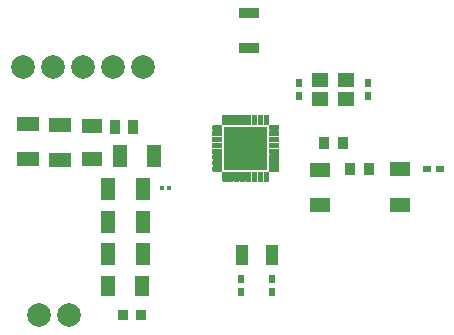
<source format=gbr>
G04 #@! TF.GenerationSoftware,KiCad,Pcbnew,(5.1.7)-1*
G04 #@! TF.CreationDate,2020-11-17T18:58:21-06:00*
G04 #@! TF.ProjectId,RFB,5246422e-6b69-4636-9164-5f7063625858,rev?*
G04 #@! TF.SameCoordinates,Original*
G04 #@! TF.FileFunction,Soldermask,Top*
G04 #@! TF.FilePolarity,Negative*
%FSLAX46Y46*%
G04 Gerber Fmt 4.6, Leading zero omitted, Abs format (unit mm)*
G04 Created by KiCad (PCBNEW (5.1.7)-1) date 2020-11-17 18:58:21*
%MOMM*%
%LPD*%
G01*
G04 APERTURE LIST*
%ADD10C,0.010000*%
%ADD11R,0.558800X0.660400*%
%ADD12R,1.210000X1.860000*%
%ADD13R,1.210000X1.770000*%
%ADD14R,1.730000X0.970000*%
%ADD15R,1.770000X1.210000*%
%ADD16R,1.800000X1.150000*%
%ADD17R,1.860000X1.210000*%
%ADD18R,0.660400X0.558800*%
%ADD19C,2.000000*%
%ADD20R,0.965200X0.939800*%
%ADD21R,0.900000X1.300000*%
%ADD22R,0.890000X1.110000*%
%ADD23R,0.380000X0.400000*%
%ADD24R,1.000000X1.800000*%
%ADD25R,1.400000X1.200000*%
G04 APERTURE END LIST*
D10*
G04 #@! TO.C,TxRxMCU1*
G36*
X126351400Y-68845800D02*
G01*
X122761400Y-68845800D01*
X122761400Y-65255800D01*
X126351400Y-65255800D01*
X126351400Y-68845800D01*
G37*
X126351400Y-68845800D02*
X122761400Y-68845800D01*
X122761400Y-65255800D01*
X126351400Y-65255800D01*
X126351400Y-68845800D01*
G36*
X127276400Y-67495800D02*
G01*
X126636400Y-67495800D01*
X126633783Y-67495731D01*
X126631174Y-67495526D01*
X126628578Y-67495184D01*
X126626004Y-67494707D01*
X126623459Y-67494096D01*
X126620949Y-67493353D01*
X126618482Y-67492479D01*
X126616063Y-67491477D01*
X126613700Y-67490350D01*
X126611400Y-67489101D01*
X126609168Y-67487734D01*
X126607011Y-67486251D01*
X126604934Y-67484657D01*
X126602943Y-67482957D01*
X126601045Y-67481155D01*
X126599243Y-67479257D01*
X126597543Y-67477266D01*
X126595949Y-67475189D01*
X126594466Y-67473032D01*
X126593099Y-67470800D01*
X126591850Y-67468500D01*
X126590723Y-67466137D01*
X126589721Y-67463718D01*
X126588847Y-67461251D01*
X126588104Y-67458741D01*
X126587493Y-67456196D01*
X126587016Y-67453622D01*
X126586674Y-67451026D01*
X126586469Y-67448417D01*
X126586400Y-67445800D01*
X126586400Y-67155800D01*
X126586469Y-67153183D01*
X126586674Y-67150574D01*
X126587016Y-67147978D01*
X126587493Y-67145404D01*
X126588104Y-67142859D01*
X126588847Y-67140349D01*
X126589721Y-67137882D01*
X126590723Y-67135463D01*
X126591850Y-67133100D01*
X126593099Y-67130800D01*
X126594466Y-67128568D01*
X126595949Y-67126411D01*
X126597543Y-67124334D01*
X126599243Y-67122343D01*
X126601045Y-67120445D01*
X126602943Y-67118643D01*
X126604934Y-67116943D01*
X126607011Y-67115349D01*
X126609168Y-67113866D01*
X126611400Y-67112499D01*
X126613700Y-67111250D01*
X126616063Y-67110123D01*
X126618482Y-67109121D01*
X126620949Y-67108247D01*
X126623459Y-67107504D01*
X126626004Y-67106893D01*
X126628578Y-67106416D01*
X126631174Y-67106074D01*
X126633783Y-67105869D01*
X126636400Y-67105800D01*
X127276400Y-67105800D01*
X127279017Y-67105869D01*
X127281626Y-67106074D01*
X127284222Y-67106416D01*
X127286796Y-67106893D01*
X127289341Y-67107504D01*
X127291851Y-67108247D01*
X127294318Y-67109121D01*
X127296737Y-67110123D01*
X127299100Y-67111250D01*
X127301400Y-67112499D01*
X127303632Y-67113866D01*
X127305789Y-67115349D01*
X127307866Y-67116943D01*
X127309857Y-67118643D01*
X127311755Y-67120445D01*
X127313557Y-67122343D01*
X127315257Y-67124334D01*
X127316851Y-67126411D01*
X127318334Y-67128568D01*
X127319701Y-67130800D01*
X127320950Y-67133100D01*
X127322077Y-67135463D01*
X127323079Y-67137882D01*
X127323953Y-67140349D01*
X127324696Y-67142859D01*
X127325307Y-67145404D01*
X127325784Y-67147978D01*
X127326126Y-67150574D01*
X127326331Y-67153183D01*
X127326400Y-67155800D01*
X127326400Y-67445800D01*
X127326331Y-67448417D01*
X127326126Y-67451026D01*
X127325784Y-67453622D01*
X127325307Y-67456196D01*
X127324696Y-67458741D01*
X127323953Y-67461251D01*
X127323079Y-67463718D01*
X127322077Y-67466137D01*
X127320950Y-67468500D01*
X127319701Y-67470800D01*
X127318334Y-67473032D01*
X127316851Y-67475189D01*
X127315257Y-67477266D01*
X127313557Y-67479257D01*
X127311755Y-67481155D01*
X127309857Y-67482957D01*
X127307866Y-67484657D01*
X127305789Y-67486251D01*
X127303632Y-67487734D01*
X127301400Y-67489101D01*
X127299100Y-67490350D01*
X127296737Y-67491477D01*
X127294318Y-67492479D01*
X127291851Y-67493353D01*
X127289341Y-67494096D01*
X127286796Y-67494707D01*
X127284222Y-67495184D01*
X127281626Y-67495526D01*
X127279017Y-67495731D01*
X127276400Y-67495800D01*
G37*
X127276400Y-67495800D02*
X126636400Y-67495800D01*
X126633783Y-67495731D01*
X126631174Y-67495526D01*
X126628578Y-67495184D01*
X126626004Y-67494707D01*
X126623459Y-67494096D01*
X126620949Y-67493353D01*
X126618482Y-67492479D01*
X126616063Y-67491477D01*
X126613700Y-67490350D01*
X126611400Y-67489101D01*
X126609168Y-67487734D01*
X126607011Y-67486251D01*
X126604934Y-67484657D01*
X126602943Y-67482957D01*
X126601045Y-67481155D01*
X126599243Y-67479257D01*
X126597543Y-67477266D01*
X126595949Y-67475189D01*
X126594466Y-67473032D01*
X126593099Y-67470800D01*
X126591850Y-67468500D01*
X126590723Y-67466137D01*
X126589721Y-67463718D01*
X126588847Y-67461251D01*
X126588104Y-67458741D01*
X126587493Y-67456196D01*
X126587016Y-67453622D01*
X126586674Y-67451026D01*
X126586469Y-67448417D01*
X126586400Y-67445800D01*
X126586400Y-67155800D01*
X126586469Y-67153183D01*
X126586674Y-67150574D01*
X126587016Y-67147978D01*
X126587493Y-67145404D01*
X126588104Y-67142859D01*
X126588847Y-67140349D01*
X126589721Y-67137882D01*
X126590723Y-67135463D01*
X126591850Y-67133100D01*
X126593099Y-67130800D01*
X126594466Y-67128568D01*
X126595949Y-67126411D01*
X126597543Y-67124334D01*
X126599243Y-67122343D01*
X126601045Y-67120445D01*
X126602943Y-67118643D01*
X126604934Y-67116943D01*
X126607011Y-67115349D01*
X126609168Y-67113866D01*
X126611400Y-67112499D01*
X126613700Y-67111250D01*
X126616063Y-67110123D01*
X126618482Y-67109121D01*
X126620949Y-67108247D01*
X126623459Y-67107504D01*
X126626004Y-67106893D01*
X126628578Y-67106416D01*
X126631174Y-67106074D01*
X126633783Y-67105869D01*
X126636400Y-67105800D01*
X127276400Y-67105800D01*
X127279017Y-67105869D01*
X127281626Y-67106074D01*
X127284222Y-67106416D01*
X127286796Y-67106893D01*
X127289341Y-67107504D01*
X127291851Y-67108247D01*
X127294318Y-67109121D01*
X127296737Y-67110123D01*
X127299100Y-67111250D01*
X127301400Y-67112499D01*
X127303632Y-67113866D01*
X127305789Y-67115349D01*
X127307866Y-67116943D01*
X127309857Y-67118643D01*
X127311755Y-67120445D01*
X127313557Y-67122343D01*
X127315257Y-67124334D01*
X127316851Y-67126411D01*
X127318334Y-67128568D01*
X127319701Y-67130800D01*
X127320950Y-67133100D01*
X127322077Y-67135463D01*
X127323079Y-67137882D01*
X127323953Y-67140349D01*
X127324696Y-67142859D01*
X127325307Y-67145404D01*
X127325784Y-67147978D01*
X127326126Y-67150574D01*
X127326331Y-67153183D01*
X127326400Y-67155800D01*
X127326400Y-67445800D01*
X127326331Y-67448417D01*
X127326126Y-67451026D01*
X127325784Y-67453622D01*
X127325307Y-67456196D01*
X127324696Y-67458741D01*
X127323953Y-67461251D01*
X127323079Y-67463718D01*
X127322077Y-67466137D01*
X127320950Y-67468500D01*
X127319701Y-67470800D01*
X127318334Y-67473032D01*
X127316851Y-67475189D01*
X127315257Y-67477266D01*
X127313557Y-67479257D01*
X127311755Y-67481155D01*
X127309857Y-67482957D01*
X127307866Y-67484657D01*
X127305789Y-67486251D01*
X127303632Y-67487734D01*
X127301400Y-67489101D01*
X127299100Y-67490350D01*
X127296737Y-67491477D01*
X127294318Y-67492479D01*
X127291851Y-67493353D01*
X127289341Y-67494096D01*
X127286796Y-67494707D01*
X127284222Y-67495184D01*
X127281626Y-67495526D01*
X127279017Y-67495731D01*
X127276400Y-67495800D01*
G36*
X127276400Y-67995800D02*
G01*
X126636400Y-67995800D01*
X126633783Y-67995731D01*
X126631174Y-67995526D01*
X126628578Y-67995184D01*
X126626004Y-67994707D01*
X126623459Y-67994096D01*
X126620949Y-67993353D01*
X126618482Y-67992479D01*
X126616063Y-67991477D01*
X126613700Y-67990350D01*
X126611400Y-67989101D01*
X126609168Y-67987734D01*
X126607011Y-67986251D01*
X126604934Y-67984657D01*
X126602943Y-67982957D01*
X126601045Y-67981155D01*
X126599243Y-67979257D01*
X126597543Y-67977266D01*
X126595949Y-67975189D01*
X126594466Y-67973032D01*
X126593099Y-67970800D01*
X126591850Y-67968500D01*
X126590723Y-67966137D01*
X126589721Y-67963718D01*
X126588847Y-67961251D01*
X126588104Y-67958741D01*
X126587493Y-67956196D01*
X126587016Y-67953622D01*
X126586674Y-67951026D01*
X126586469Y-67948417D01*
X126586400Y-67945800D01*
X126586400Y-67655800D01*
X126586469Y-67653183D01*
X126586674Y-67650574D01*
X126587016Y-67647978D01*
X126587493Y-67645404D01*
X126588104Y-67642859D01*
X126588847Y-67640349D01*
X126589721Y-67637882D01*
X126590723Y-67635463D01*
X126591850Y-67633100D01*
X126593099Y-67630800D01*
X126594466Y-67628568D01*
X126595949Y-67626411D01*
X126597543Y-67624334D01*
X126599243Y-67622343D01*
X126601045Y-67620445D01*
X126602943Y-67618643D01*
X126604934Y-67616943D01*
X126607011Y-67615349D01*
X126609168Y-67613866D01*
X126611400Y-67612499D01*
X126613700Y-67611250D01*
X126616063Y-67610123D01*
X126618482Y-67609121D01*
X126620949Y-67608247D01*
X126623459Y-67607504D01*
X126626004Y-67606893D01*
X126628578Y-67606416D01*
X126631174Y-67606074D01*
X126633783Y-67605869D01*
X126636400Y-67605800D01*
X127276400Y-67605800D01*
X127279017Y-67605869D01*
X127281626Y-67606074D01*
X127284222Y-67606416D01*
X127286796Y-67606893D01*
X127289341Y-67607504D01*
X127291851Y-67608247D01*
X127294318Y-67609121D01*
X127296737Y-67610123D01*
X127299100Y-67611250D01*
X127301400Y-67612499D01*
X127303632Y-67613866D01*
X127305789Y-67615349D01*
X127307866Y-67616943D01*
X127309857Y-67618643D01*
X127311755Y-67620445D01*
X127313557Y-67622343D01*
X127315257Y-67624334D01*
X127316851Y-67626411D01*
X127318334Y-67628568D01*
X127319701Y-67630800D01*
X127320950Y-67633100D01*
X127322077Y-67635463D01*
X127323079Y-67637882D01*
X127323953Y-67640349D01*
X127324696Y-67642859D01*
X127325307Y-67645404D01*
X127325784Y-67647978D01*
X127326126Y-67650574D01*
X127326331Y-67653183D01*
X127326400Y-67655800D01*
X127326400Y-67945800D01*
X127326331Y-67948417D01*
X127326126Y-67951026D01*
X127325784Y-67953622D01*
X127325307Y-67956196D01*
X127324696Y-67958741D01*
X127323953Y-67961251D01*
X127323079Y-67963718D01*
X127322077Y-67966137D01*
X127320950Y-67968500D01*
X127319701Y-67970800D01*
X127318334Y-67973032D01*
X127316851Y-67975189D01*
X127315257Y-67977266D01*
X127313557Y-67979257D01*
X127311755Y-67981155D01*
X127309857Y-67982957D01*
X127307866Y-67984657D01*
X127305789Y-67986251D01*
X127303632Y-67987734D01*
X127301400Y-67989101D01*
X127299100Y-67990350D01*
X127296737Y-67991477D01*
X127294318Y-67992479D01*
X127291851Y-67993353D01*
X127289341Y-67994096D01*
X127286796Y-67994707D01*
X127284222Y-67995184D01*
X127281626Y-67995526D01*
X127279017Y-67995731D01*
X127276400Y-67995800D01*
G37*
X127276400Y-67995800D02*
X126636400Y-67995800D01*
X126633783Y-67995731D01*
X126631174Y-67995526D01*
X126628578Y-67995184D01*
X126626004Y-67994707D01*
X126623459Y-67994096D01*
X126620949Y-67993353D01*
X126618482Y-67992479D01*
X126616063Y-67991477D01*
X126613700Y-67990350D01*
X126611400Y-67989101D01*
X126609168Y-67987734D01*
X126607011Y-67986251D01*
X126604934Y-67984657D01*
X126602943Y-67982957D01*
X126601045Y-67981155D01*
X126599243Y-67979257D01*
X126597543Y-67977266D01*
X126595949Y-67975189D01*
X126594466Y-67973032D01*
X126593099Y-67970800D01*
X126591850Y-67968500D01*
X126590723Y-67966137D01*
X126589721Y-67963718D01*
X126588847Y-67961251D01*
X126588104Y-67958741D01*
X126587493Y-67956196D01*
X126587016Y-67953622D01*
X126586674Y-67951026D01*
X126586469Y-67948417D01*
X126586400Y-67945800D01*
X126586400Y-67655800D01*
X126586469Y-67653183D01*
X126586674Y-67650574D01*
X126587016Y-67647978D01*
X126587493Y-67645404D01*
X126588104Y-67642859D01*
X126588847Y-67640349D01*
X126589721Y-67637882D01*
X126590723Y-67635463D01*
X126591850Y-67633100D01*
X126593099Y-67630800D01*
X126594466Y-67628568D01*
X126595949Y-67626411D01*
X126597543Y-67624334D01*
X126599243Y-67622343D01*
X126601045Y-67620445D01*
X126602943Y-67618643D01*
X126604934Y-67616943D01*
X126607011Y-67615349D01*
X126609168Y-67613866D01*
X126611400Y-67612499D01*
X126613700Y-67611250D01*
X126616063Y-67610123D01*
X126618482Y-67609121D01*
X126620949Y-67608247D01*
X126623459Y-67607504D01*
X126626004Y-67606893D01*
X126628578Y-67606416D01*
X126631174Y-67606074D01*
X126633783Y-67605869D01*
X126636400Y-67605800D01*
X127276400Y-67605800D01*
X127279017Y-67605869D01*
X127281626Y-67606074D01*
X127284222Y-67606416D01*
X127286796Y-67606893D01*
X127289341Y-67607504D01*
X127291851Y-67608247D01*
X127294318Y-67609121D01*
X127296737Y-67610123D01*
X127299100Y-67611250D01*
X127301400Y-67612499D01*
X127303632Y-67613866D01*
X127305789Y-67615349D01*
X127307866Y-67616943D01*
X127309857Y-67618643D01*
X127311755Y-67620445D01*
X127313557Y-67622343D01*
X127315257Y-67624334D01*
X127316851Y-67626411D01*
X127318334Y-67628568D01*
X127319701Y-67630800D01*
X127320950Y-67633100D01*
X127322077Y-67635463D01*
X127323079Y-67637882D01*
X127323953Y-67640349D01*
X127324696Y-67642859D01*
X127325307Y-67645404D01*
X127325784Y-67647978D01*
X127326126Y-67650574D01*
X127326331Y-67653183D01*
X127326400Y-67655800D01*
X127326400Y-67945800D01*
X127326331Y-67948417D01*
X127326126Y-67951026D01*
X127325784Y-67953622D01*
X127325307Y-67956196D01*
X127324696Y-67958741D01*
X127323953Y-67961251D01*
X127323079Y-67963718D01*
X127322077Y-67966137D01*
X127320950Y-67968500D01*
X127319701Y-67970800D01*
X127318334Y-67973032D01*
X127316851Y-67975189D01*
X127315257Y-67977266D01*
X127313557Y-67979257D01*
X127311755Y-67981155D01*
X127309857Y-67982957D01*
X127307866Y-67984657D01*
X127305789Y-67986251D01*
X127303632Y-67987734D01*
X127301400Y-67989101D01*
X127299100Y-67990350D01*
X127296737Y-67991477D01*
X127294318Y-67992479D01*
X127291851Y-67993353D01*
X127289341Y-67994096D01*
X127286796Y-67994707D01*
X127284222Y-67995184D01*
X127281626Y-67995526D01*
X127279017Y-67995731D01*
X127276400Y-67995800D01*
G36*
X127276400Y-68495800D02*
G01*
X126636400Y-68495800D01*
X126633783Y-68495731D01*
X126631174Y-68495526D01*
X126628578Y-68495184D01*
X126626004Y-68494707D01*
X126623459Y-68494096D01*
X126620949Y-68493353D01*
X126618482Y-68492479D01*
X126616063Y-68491477D01*
X126613700Y-68490350D01*
X126611400Y-68489101D01*
X126609168Y-68487734D01*
X126607011Y-68486251D01*
X126604934Y-68484657D01*
X126602943Y-68482957D01*
X126601045Y-68481155D01*
X126599243Y-68479257D01*
X126597543Y-68477266D01*
X126595949Y-68475189D01*
X126594466Y-68473032D01*
X126593099Y-68470800D01*
X126591850Y-68468500D01*
X126590723Y-68466137D01*
X126589721Y-68463718D01*
X126588847Y-68461251D01*
X126588104Y-68458741D01*
X126587493Y-68456196D01*
X126587016Y-68453622D01*
X126586674Y-68451026D01*
X126586469Y-68448417D01*
X126586400Y-68445800D01*
X126586400Y-68155800D01*
X126586469Y-68153183D01*
X126586674Y-68150574D01*
X126587016Y-68147978D01*
X126587493Y-68145404D01*
X126588104Y-68142859D01*
X126588847Y-68140349D01*
X126589721Y-68137882D01*
X126590723Y-68135463D01*
X126591850Y-68133100D01*
X126593099Y-68130800D01*
X126594466Y-68128568D01*
X126595949Y-68126411D01*
X126597543Y-68124334D01*
X126599243Y-68122343D01*
X126601045Y-68120445D01*
X126602943Y-68118643D01*
X126604934Y-68116943D01*
X126607011Y-68115349D01*
X126609168Y-68113866D01*
X126611400Y-68112499D01*
X126613700Y-68111250D01*
X126616063Y-68110123D01*
X126618482Y-68109121D01*
X126620949Y-68108247D01*
X126623459Y-68107504D01*
X126626004Y-68106893D01*
X126628578Y-68106416D01*
X126631174Y-68106074D01*
X126633783Y-68105869D01*
X126636400Y-68105800D01*
X127276400Y-68105800D01*
X127279017Y-68105869D01*
X127281626Y-68106074D01*
X127284222Y-68106416D01*
X127286796Y-68106893D01*
X127289341Y-68107504D01*
X127291851Y-68108247D01*
X127294318Y-68109121D01*
X127296737Y-68110123D01*
X127299100Y-68111250D01*
X127301400Y-68112499D01*
X127303632Y-68113866D01*
X127305789Y-68115349D01*
X127307866Y-68116943D01*
X127309857Y-68118643D01*
X127311755Y-68120445D01*
X127313557Y-68122343D01*
X127315257Y-68124334D01*
X127316851Y-68126411D01*
X127318334Y-68128568D01*
X127319701Y-68130800D01*
X127320950Y-68133100D01*
X127322077Y-68135463D01*
X127323079Y-68137882D01*
X127323953Y-68140349D01*
X127324696Y-68142859D01*
X127325307Y-68145404D01*
X127325784Y-68147978D01*
X127326126Y-68150574D01*
X127326331Y-68153183D01*
X127326400Y-68155800D01*
X127326400Y-68445800D01*
X127326331Y-68448417D01*
X127326126Y-68451026D01*
X127325784Y-68453622D01*
X127325307Y-68456196D01*
X127324696Y-68458741D01*
X127323953Y-68461251D01*
X127323079Y-68463718D01*
X127322077Y-68466137D01*
X127320950Y-68468500D01*
X127319701Y-68470800D01*
X127318334Y-68473032D01*
X127316851Y-68475189D01*
X127315257Y-68477266D01*
X127313557Y-68479257D01*
X127311755Y-68481155D01*
X127309857Y-68482957D01*
X127307866Y-68484657D01*
X127305789Y-68486251D01*
X127303632Y-68487734D01*
X127301400Y-68489101D01*
X127299100Y-68490350D01*
X127296737Y-68491477D01*
X127294318Y-68492479D01*
X127291851Y-68493353D01*
X127289341Y-68494096D01*
X127286796Y-68494707D01*
X127284222Y-68495184D01*
X127281626Y-68495526D01*
X127279017Y-68495731D01*
X127276400Y-68495800D01*
G37*
X127276400Y-68495800D02*
X126636400Y-68495800D01*
X126633783Y-68495731D01*
X126631174Y-68495526D01*
X126628578Y-68495184D01*
X126626004Y-68494707D01*
X126623459Y-68494096D01*
X126620949Y-68493353D01*
X126618482Y-68492479D01*
X126616063Y-68491477D01*
X126613700Y-68490350D01*
X126611400Y-68489101D01*
X126609168Y-68487734D01*
X126607011Y-68486251D01*
X126604934Y-68484657D01*
X126602943Y-68482957D01*
X126601045Y-68481155D01*
X126599243Y-68479257D01*
X126597543Y-68477266D01*
X126595949Y-68475189D01*
X126594466Y-68473032D01*
X126593099Y-68470800D01*
X126591850Y-68468500D01*
X126590723Y-68466137D01*
X126589721Y-68463718D01*
X126588847Y-68461251D01*
X126588104Y-68458741D01*
X126587493Y-68456196D01*
X126587016Y-68453622D01*
X126586674Y-68451026D01*
X126586469Y-68448417D01*
X126586400Y-68445800D01*
X126586400Y-68155800D01*
X126586469Y-68153183D01*
X126586674Y-68150574D01*
X126587016Y-68147978D01*
X126587493Y-68145404D01*
X126588104Y-68142859D01*
X126588847Y-68140349D01*
X126589721Y-68137882D01*
X126590723Y-68135463D01*
X126591850Y-68133100D01*
X126593099Y-68130800D01*
X126594466Y-68128568D01*
X126595949Y-68126411D01*
X126597543Y-68124334D01*
X126599243Y-68122343D01*
X126601045Y-68120445D01*
X126602943Y-68118643D01*
X126604934Y-68116943D01*
X126607011Y-68115349D01*
X126609168Y-68113866D01*
X126611400Y-68112499D01*
X126613700Y-68111250D01*
X126616063Y-68110123D01*
X126618482Y-68109121D01*
X126620949Y-68108247D01*
X126623459Y-68107504D01*
X126626004Y-68106893D01*
X126628578Y-68106416D01*
X126631174Y-68106074D01*
X126633783Y-68105869D01*
X126636400Y-68105800D01*
X127276400Y-68105800D01*
X127279017Y-68105869D01*
X127281626Y-68106074D01*
X127284222Y-68106416D01*
X127286796Y-68106893D01*
X127289341Y-68107504D01*
X127291851Y-68108247D01*
X127294318Y-68109121D01*
X127296737Y-68110123D01*
X127299100Y-68111250D01*
X127301400Y-68112499D01*
X127303632Y-68113866D01*
X127305789Y-68115349D01*
X127307866Y-68116943D01*
X127309857Y-68118643D01*
X127311755Y-68120445D01*
X127313557Y-68122343D01*
X127315257Y-68124334D01*
X127316851Y-68126411D01*
X127318334Y-68128568D01*
X127319701Y-68130800D01*
X127320950Y-68133100D01*
X127322077Y-68135463D01*
X127323079Y-68137882D01*
X127323953Y-68140349D01*
X127324696Y-68142859D01*
X127325307Y-68145404D01*
X127325784Y-68147978D01*
X127326126Y-68150574D01*
X127326331Y-68153183D01*
X127326400Y-68155800D01*
X127326400Y-68445800D01*
X127326331Y-68448417D01*
X127326126Y-68451026D01*
X127325784Y-68453622D01*
X127325307Y-68456196D01*
X127324696Y-68458741D01*
X127323953Y-68461251D01*
X127323079Y-68463718D01*
X127322077Y-68466137D01*
X127320950Y-68468500D01*
X127319701Y-68470800D01*
X127318334Y-68473032D01*
X127316851Y-68475189D01*
X127315257Y-68477266D01*
X127313557Y-68479257D01*
X127311755Y-68481155D01*
X127309857Y-68482957D01*
X127307866Y-68484657D01*
X127305789Y-68486251D01*
X127303632Y-68487734D01*
X127301400Y-68489101D01*
X127299100Y-68490350D01*
X127296737Y-68491477D01*
X127294318Y-68492479D01*
X127291851Y-68493353D01*
X127289341Y-68494096D01*
X127286796Y-68494707D01*
X127284222Y-68495184D01*
X127281626Y-68495526D01*
X127279017Y-68495731D01*
X127276400Y-68495800D01*
G36*
X127276400Y-68995800D02*
G01*
X126636400Y-68995800D01*
X126633783Y-68995731D01*
X126631174Y-68995526D01*
X126628578Y-68995184D01*
X126626004Y-68994707D01*
X126623459Y-68994096D01*
X126620949Y-68993353D01*
X126618482Y-68992479D01*
X126616063Y-68991477D01*
X126613700Y-68990350D01*
X126611400Y-68989101D01*
X126609168Y-68987734D01*
X126607011Y-68986251D01*
X126604934Y-68984657D01*
X126602943Y-68982957D01*
X126601045Y-68981155D01*
X126599243Y-68979257D01*
X126597543Y-68977266D01*
X126595949Y-68975189D01*
X126594466Y-68973032D01*
X126593099Y-68970800D01*
X126591850Y-68968500D01*
X126590723Y-68966137D01*
X126589721Y-68963718D01*
X126588847Y-68961251D01*
X126588104Y-68958741D01*
X126587493Y-68956196D01*
X126587016Y-68953622D01*
X126586674Y-68951026D01*
X126586469Y-68948417D01*
X126586400Y-68945800D01*
X126586400Y-68655800D01*
X126586469Y-68653183D01*
X126586674Y-68650574D01*
X126587016Y-68647978D01*
X126587493Y-68645404D01*
X126588104Y-68642859D01*
X126588847Y-68640349D01*
X126589721Y-68637882D01*
X126590723Y-68635463D01*
X126591850Y-68633100D01*
X126593099Y-68630800D01*
X126594466Y-68628568D01*
X126595949Y-68626411D01*
X126597543Y-68624334D01*
X126599243Y-68622343D01*
X126601045Y-68620445D01*
X126602943Y-68618643D01*
X126604934Y-68616943D01*
X126607011Y-68615349D01*
X126609168Y-68613866D01*
X126611400Y-68612499D01*
X126613700Y-68611250D01*
X126616063Y-68610123D01*
X126618482Y-68609121D01*
X126620949Y-68608247D01*
X126623459Y-68607504D01*
X126626004Y-68606893D01*
X126628578Y-68606416D01*
X126631174Y-68606074D01*
X126633783Y-68605869D01*
X126636400Y-68605800D01*
X127276400Y-68605800D01*
X127279017Y-68605869D01*
X127281626Y-68606074D01*
X127284222Y-68606416D01*
X127286796Y-68606893D01*
X127289341Y-68607504D01*
X127291851Y-68608247D01*
X127294318Y-68609121D01*
X127296737Y-68610123D01*
X127299100Y-68611250D01*
X127301400Y-68612499D01*
X127303632Y-68613866D01*
X127305789Y-68615349D01*
X127307866Y-68616943D01*
X127309857Y-68618643D01*
X127311755Y-68620445D01*
X127313557Y-68622343D01*
X127315257Y-68624334D01*
X127316851Y-68626411D01*
X127318334Y-68628568D01*
X127319701Y-68630800D01*
X127320950Y-68633100D01*
X127322077Y-68635463D01*
X127323079Y-68637882D01*
X127323953Y-68640349D01*
X127324696Y-68642859D01*
X127325307Y-68645404D01*
X127325784Y-68647978D01*
X127326126Y-68650574D01*
X127326331Y-68653183D01*
X127326400Y-68655800D01*
X127326400Y-68945800D01*
X127326331Y-68948417D01*
X127326126Y-68951026D01*
X127325784Y-68953622D01*
X127325307Y-68956196D01*
X127324696Y-68958741D01*
X127323953Y-68961251D01*
X127323079Y-68963718D01*
X127322077Y-68966137D01*
X127320950Y-68968500D01*
X127319701Y-68970800D01*
X127318334Y-68973032D01*
X127316851Y-68975189D01*
X127315257Y-68977266D01*
X127313557Y-68979257D01*
X127311755Y-68981155D01*
X127309857Y-68982957D01*
X127307866Y-68984657D01*
X127305789Y-68986251D01*
X127303632Y-68987734D01*
X127301400Y-68989101D01*
X127299100Y-68990350D01*
X127296737Y-68991477D01*
X127294318Y-68992479D01*
X127291851Y-68993353D01*
X127289341Y-68994096D01*
X127286796Y-68994707D01*
X127284222Y-68995184D01*
X127281626Y-68995526D01*
X127279017Y-68995731D01*
X127276400Y-68995800D01*
G37*
X127276400Y-68995800D02*
X126636400Y-68995800D01*
X126633783Y-68995731D01*
X126631174Y-68995526D01*
X126628578Y-68995184D01*
X126626004Y-68994707D01*
X126623459Y-68994096D01*
X126620949Y-68993353D01*
X126618482Y-68992479D01*
X126616063Y-68991477D01*
X126613700Y-68990350D01*
X126611400Y-68989101D01*
X126609168Y-68987734D01*
X126607011Y-68986251D01*
X126604934Y-68984657D01*
X126602943Y-68982957D01*
X126601045Y-68981155D01*
X126599243Y-68979257D01*
X126597543Y-68977266D01*
X126595949Y-68975189D01*
X126594466Y-68973032D01*
X126593099Y-68970800D01*
X126591850Y-68968500D01*
X126590723Y-68966137D01*
X126589721Y-68963718D01*
X126588847Y-68961251D01*
X126588104Y-68958741D01*
X126587493Y-68956196D01*
X126587016Y-68953622D01*
X126586674Y-68951026D01*
X126586469Y-68948417D01*
X126586400Y-68945800D01*
X126586400Y-68655800D01*
X126586469Y-68653183D01*
X126586674Y-68650574D01*
X126587016Y-68647978D01*
X126587493Y-68645404D01*
X126588104Y-68642859D01*
X126588847Y-68640349D01*
X126589721Y-68637882D01*
X126590723Y-68635463D01*
X126591850Y-68633100D01*
X126593099Y-68630800D01*
X126594466Y-68628568D01*
X126595949Y-68626411D01*
X126597543Y-68624334D01*
X126599243Y-68622343D01*
X126601045Y-68620445D01*
X126602943Y-68618643D01*
X126604934Y-68616943D01*
X126607011Y-68615349D01*
X126609168Y-68613866D01*
X126611400Y-68612499D01*
X126613700Y-68611250D01*
X126616063Y-68610123D01*
X126618482Y-68609121D01*
X126620949Y-68608247D01*
X126623459Y-68607504D01*
X126626004Y-68606893D01*
X126628578Y-68606416D01*
X126631174Y-68606074D01*
X126633783Y-68605869D01*
X126636400Y-68605800D01*
X127276400Y-68605800D01*
X127279017Y-68605869D01*
X127281626Y-68606074D01*
X127284222Y-68606416D01*
X127286796Y-68606893D01*
X127289341Y-68607504D01*
X127291851Y-68608247D01*
X127294318Y-68609121D01*
X127296737Y-68610123D01*
X127299100Y-68611250D01*
X127301400Y-68612499D01*
X127303632Y-68613866D01*
X127305789Y-68615349D01*
X127307866Y-68616943D01*
X127309857Y-68618643D01*
X127311755Y-68620445D01*
X127313557Y-68622343D01*
X127315257Y-68624334D01*
X127316851Y-68626411D01*
X127318334Y-68628568D01*
X127319701Y-68630800D01*
X127320950Y-68633100D01*
X127322077Y-68635463D01*
X127323079Y-68637882D01*
X127323953Y-68640349D01*
X127324696Y-68642859D01*
X127325307Y-68645404D01*
X127325784Y-68647978D01*
X127326126Y-68650574D01*
X127326331Y-68653183D01*
X127326400Y-68655800D01*
X127326400Y-68945800D01*
X127326331Y-68948417D01*
X127326126Y-68951026D01*
X127325784Y-68953622D01*
X127325307Y-68956196D01*
X127324696Y-68958741D01*
X127323953Y-68961251D01*
X127323079Y-68963718D01*
X127322077Y-68966137D01*
X127320950Y-68968500D01*
X127319701Y-68970800D01*
X127318334Y-68973032D01*
X127316851Y-68975189D01*
X127315257Y-68977266D01*
X127313557Y-68979257D01*
X127311755Y-68981155D01*
X127309857Y-68982957D01*
X127307866Y-68984657D01*
X127305789Y-68986251D01*
X127303632Y-68987734D01*
X127301400Y-68989101D01*
X127299100Y-68990350D01*
X127296737Y-68991477D01*
X127294318Y-68992479D01*
X127291851Y-68993353D01*
X127289341Y-68994096D01*
X127286796Y-68994707D01*
X127284222Y-68995184D01*
X127281626Y-68995526D01*
X127279017Y-68995731D01*
X127276400Y-68995800D01*
G36*
X127276400Y-66995800D02*
G01*
X126636400Y-66995800D01*
X126633783Y-66995731D01*
X126631174Y-66995526D01*
X126628578Y-66995184D01*
X126626004Y-66994707D01*
X126623459Y-66994096D01*
X126620949Y-66993353D01*
X126618482Y-66992479D01*
X126616063Y-66991477D01*
X126613700Y-66990350D01*
X126611400Y-66989101D01*
X126609168Y-66987734D01*
X126607011Y-66986251D01*
X126604934Y-66984657D01*
X126602943Y-66982957D01*
X126601045Y-66981155D01*
X126599243Y-66979257D01*
X126597543Y-66977266D01*
X126595949Y-66975189D01*
X126594466Y-66973032D01*
X126593099Y-66970800D01*
X126591850Y-66968500D01*
X126590723Y-66966137D01*
X126589721Y-66963718D01*
X126588847Y-66961251D01*
X126588104Y-66958741D01*
X126587493Y-66956196D01*
X126587016Y-66953622D01*
X126586674Y-66951026D01*
X126586469Y-66948417D01*
X126586400Y-66945800D01*
X126586400Y-66655800D01*
X126586469Y-66653183D01*
X126586674Y-66650574D01*
X126587016Y-66647978D01*
X126587493Y-66645404D01*
X126588104Y-66642859D01*
X126588847Y-66640349D01*
X126589721Y-66637882D01*
X126590723Y-66635463D01*
X126591850Y-66633100D01*
X126593099Y-66630800D01*
X126594466Y-66628568D01*
X126595949Y-66626411D01*
X126597543Y-66624334D01*
X126599243Y-66622343D01*
X126601045Y-66620445D01*
X126602943Y-66618643D01*
X126604934Y-66616943D01*
X126607011Y-66615349D01*
X126609168Y-66613866D01*
X126611400Y-66612499D01*
X126613700Y-66611250D01*
X126616063Y-66610123D01*
X126618482Y-66609121D01*
X126620949Y-66608247D01*
X126623459Y-66607504D01*
X126626004Y-66606893D01*
X126628578Y-66606416D01*
X126631174Y-66606074D01*
X126633783Y-66605869D01*
X126636400Y-66605800D01*
X127276400Y-66605800D01*
X127279017Y-66605869D01*
X127281626Y-66606074D01*
X127284222Y-66606416D01*
X127286796Y-66606893D01*
X127289341Y-66607504D01*
X127291851Y-66608247D01*
X127294318Y-66609121D01*
X127296737Y-66610123D01*
X127299100Y-66611250D01*
X127301400Y-66612499D01*
X127303632Y-66613866D01*
X127305789Y-66615349D01*
X127307866Y-66616943D01*
X127309857Y-66618643D01*
X127311755Y-66620445D01*
X127313557Y-66622343D01*
X127315257Y-66624334D01*
X127316851Y-66626411D01*
X127318334Y-66628568D01*
X127319701Y-66630800D01*
X127320950Y-66633100D01*
X127322077Y-66635463D01*
X127323079Y-66637882D01*
X127323953Y-66640349D01*
X127324696Y-66642859D01*
X127325307Y-66645404D01*
X127325784Y-66647978D01*
X127326126Y-66650574D01*
X127326331Y-66653183D01*
X127326400Y-66655800D01*
X127326400Y-66945800D01*
X127326331Y-66948417D01*
X127326126Y-66951026D01*
X127325784Y-66953622D01*
X127325307Y-66956196D01*
X127324696Y-66958741D01*
X127323953Y-66961251D01*
X127323079Y-66963718D01*
X127322077Y-66966137D01*
X127320950Y-66968500D01*
X127319701Y-66970800D01*
X127318334Y-66973032D01*
X127316851Y-66975189D01*
X127315257Y-66977266D01*
X127313557Y-66979257D01*
X127311755Y-66981155D01*
X127309857Y-66982957D01*
X127307866Y-66984657D01*
X127305789Y-66986251D01*
X127303632Y-66987734D01*
X127301400Y-66989101D01*
X127299100Y-66990350D01*
X127296737Y-66991477D01*
X127294318Y-66992479D01*
X127291851Y-66993353D01*
X127289341Y-66994096D01*
X127286796Y-66994707D01*
X127284222Y-66995184D01*
X127281626Y-66995526D01*
X127279017Y-66995731D01*
X127276400Y-66995800D01*
G37*
X127276400Y-66995800D02*
X126636400Y-66995800D01*
X126633783Y-66995731D01*
X126631174Y-66995526D01*
X126628578Y-66995184D01*
X126626004Y-66994707D01*
X126623459Y-66994096D01*
X126620949Y-66993353D01*
X126618482Y-66992479D01*
X126616063Y-66991477D01*
X126613700Y-66990350D01*
X126611400Y-66989101D01*
X126609168Y-66987734D01*
X126607011Y-66986251D01*
X126604934Y-66984657D01*
X126602943Y-66982957D01*
X126601045Y-66981155D01*
X126599243Y-66979257D01*
X126597543Y-66977266D01*
X126595949Y-66975189D01*
X126594466Y-66973032D01*
X126593099Y-66970800D01*
X126591850Y-66968500D01*
X126590723Y-66966137D01*
X126589721Y-66963718D01*
X126588847Y-66961251D01*
X126588104Y-66958741D01*
X126587493Y-66956196D01*
X126587016Y-66953622D01*
X126586674Y-66951026D01*
X126586469Y-66948417D01*
X126586400Y-66945800D01*
X126586400Y-66655800D01*
X126586469Y-66653183D01*
X126586674Y-66650574D01*
X126587016Y-66647978D01*
X126587493Y-66645404D01*
X126588104Y-66642859D01*
X126588847Y-66640349D01*
X126589721Y-66637882D01*
X126590723Y-66635463D01*
X126591850Y-66633100D01*
X126593099Y-66630800D01*
X126594466Y-66628568D01*
X126595949Y-66626411D01*
X126597543Y-66624334D01*
X126599243Y-66622343D01*
X126601045Y-66620445D01*
X126602943Y-66618643D01*
X126604934Y-66616943D01*
X126607011Y-66615349D01*
X126609168Y-66613866D01*
X126611400Y-66612499D01*
X126613700Y-66611250D01*
X126616063Y-66610123D01*
X126618482Y-66609121D01*
X126620949Y-66608247D01*
X126623459Y-66607504D01*
X126626004Y-66606893D01*
X126628578Y-66606416D01*
X126631174Y-66606074D01*
X126633783Y-66605869D01*
X126636400Y-66605800D01*
X127276400Y-66605800D01*
X127279017Y-66605869D01*
X127281626Y-66606074D01*
X127284222Y-66606416D01*
X127286796Y-66606893D01*
X127289341Y-66607504D01*
X127291851Y-66608247D01*
X127294318Y-66609121D01*
X127296737Y-66610123D01*
X127299100Y-66611250D01*
X127301400Y-66612499D01*
X127303632Y-66613866D01*
X127305789Y-66615349D01*
X127307866Y-66616943D01*
X127309857Y-66618643D01*
X127311755Y-66620445D01*
X127313557Y-66622343D01*
X127315257Y-66624334D01*
X127316851Y-66626411D01*
X127318334Y-66628568D01*
X127319701Y-66630800D01*
X127320950Y-66633100D01*
X127322077Y-66635463D01*
X127323079Y-66637882D01*
X127323953Y-66640349D01*
X127324696Y-66642859D01*
X127325307Y-66645404D01*
X127325784Y-66647978D01*
X127326126Y-66650574D01*
X127326331Y-66653183D01*
X127326400Y-66655800D01*
X127326400Y-66945800D01*
X127326331Y-66948417D01*
X127326126Y-66951026D01*
X127325784Y-66953622D01*
X127325307Y-66956196D01*
X127324696Y-66958741D01*
X127323953Y-66961251D01*
X127323079Y-66963718D01*
X127322077Y-66966137D01*
X127320950Y-66968500D01*
X127319701Y-66970800D01*
X127318334Y-66973032D01*
X127316851Y-66975189D01*
X127315257Y-66977266D01*
X127313557Y-66979257D01*
X127311755Y-66981155D01*
X127309857Y-66982957D01*
X127307866Y-66984657D01*
X127305789Y-66986251D01*
X127303632Y-66987734D01*
X127301400Y-66989101D01*
X127299100Y-66990350D01*
X127296737Y-66991477D01*
X127294318Y-66992479D01*
X127291851Y-66993353D01*
X127289341Y-66994096D01*
X127286796Y-66994707D01*
X127284222Y-66995184D01*
X127281626Y-66995526D01*
X127279017Y-66995731D01*
X127276400Y-66995800D01*
G36*
X127276400Y-66495800D02*
G01*
X126636400Y-66495800D01*
X126633783Y-66495731D01*
X126631174Y-66495526D01*
X126628578Y-66495184D01*
X126626004Y-66494707D01*
X126623459Y-66494096D01*
X126620949Y-66493353D01*
X126618482Y-66492479D01*
X126616063Y-66491477D01*
X126613700Y-66490350D01*
X126611400Y-66489101D01*
X126609168Y-66487734D01*
X126607011Y-66486251D01*
X126604934Y-66484657D01*
X126602943Y-66482957D01*
X126601045Y-66481155D01*
X126599243Y-66479257D01*
X126597543Y-66477266D01*
X126595949Y-66475189D01*
X126594466Y-66473032D01*
X126593099Y-66470800D01*
X126591850Y-66468500D01*
X126590723Y-66466137D01*
X126589721Y-66463718D01*
X126588847Y-66461251D01*
X126588104Y-66458741D01*
X126587493Y-66456196D01*
X126587016Y-66453622D01*
X126586674Y-66451026D01*
X126586469Y-66448417D01*
X126586400Y-66445800D01*
X126586400Y-66155800D01*
X126586469Y-66153183D01*
X126586674Y-66150574D01*
X126587016Y-66147978D01*
X126587493Y-66145404D01*
X126588104Y-66142859D01*
X126588847Y-66140349D01*
X126589721Y-66137882D01*
X126590723Y-66135463D01*
X126591850Y-66133100D01*
X126593099Y-66130800D01*
X126594466Y-66128568D01*
X126595949Y-66126411D01*
X126597543Y-66124334D01*
X126599243Y-66122343D01*
X126601045Y-66120445D01*
X126602943Y-66118643D01*
X126604934Y-66116943D01*
X126607011Y-66115349D01*
X126609168Y-66113866D01*
X126611400Y-66112499D01*
X126613700Y-66111250D01*
X126616063Y-66110123D01*
X126618482Y-66109121D01*
X126620949Y-66108247D01*
X126623459Y-66107504D01*
X126626004Y-66106893D01*
X126628578Y-66106416D01*
X126631174Y-66106074D01*
X126633783Y-66105869D01*
X126636400Y-66105800D01*
X127276400Y-66105800D01*
X127279017Y-66105869D01*
X127281626Y-66106074D01*
X127284222Y-66106416D01*
X127286796Y-66106893D01*
X127289341Y-66107504D01*
X127291851Y-66108247D01*
X127294318Y-66109121D01*
X127296737Y-66110123D01*
X127299100Y-66111250D01*
X127301400Y-66112499D01*
X127303632Y-66113866D01*
X127305789Y-66115349D01*
X127307866Y-66116943D01*
X127309857Y-66118643D01*
X127311755Y-66120445D01*
X127313557Y-66122343D01*
X127315257Y-66124334D01*
X127316851Y-66126411D01*
X127318334Y-66128568D01*
X127319701Y-66130800D01*
X127320950Y-66133100D01*
X127322077Y-66135463D01*
X127323079Y-66137882D01*
X127323953Y-66140349D01*
X127324696Y-66142859D01*
X127325307Y-66145404D01*
X127325784Y-66147978D01*
X127326126Y-66150574D01*
X127326331Y-66153183D01*
X127326400Y-66155800D01*
X127326400Y-66445800D01*
X127326331Y-66448417D01*
X127326126Y-66451026D01*
X127325784Y-66453622D01*
X127325307Y-66456196D01*
X127324696Y-66458741D01*
X127323953Y-66461251D01*
X127323079Y-66463718D01*
X127322077Y-66466137D01*
X127320950Y-66468500D01*
X127319701Y-66470800D01*
X127318334Y-66473032D01*
X127316851Y-66475189D01*
X127315257Y-66477266D01*
X127313557Y-66479257D01*
X127311755Y-66481155D01*
X127309857Y-66482957D01*
X127307866Y-66484657D01*
X127305789Y-66486251D01*
X127303632Y-66487734D01*
X127301400Y-66489101D01*
X127299100Y-66490350D01*
X127296737Y-66491477D01*
X127294318Y-66492479D01*
X127291851Y-66493353D01*
X127289341Y-66494096D01*
X127286796Y-66494707D01*
X127284222Y-66495184D01*
X127281626Y-66495526D01*
X127279017Y-66495731D01*
X127276400Y-66495800D01*
G37*
X127276400Y-66495800D02*
X126636400Y-66495800D01*
X126633783Y-66495731D01*
X126631174Y-66495526D01*
X126628578Y-66495184D01*
X126626004Y-66494707D01*
X126623459Y-66494096D01*
X126620949Y-66493353D01*
X126618482Y-66492479D01*
X126616063Y-66491477D01*
X126613700Y-66490350D01*
X126611400Y-66489101D01*
X126609168Y-66487734D01*
X126607011Y-66486251D01*
X126604934Y-66484657D01*
X126602943Y-66482957D01*
X126601045Y-66481155D01*
X126599243Y-66479257D01*
X126597543Y-66477266D01*
X126595949Y-66475189D01*
X126594466Y-66473032D01*
X126593099Y-66470800D01*
X126591850Y-66468500D01*
X126590723Y-66466137D01*
X126589721Y-66463718D01*
X126588847Y-66461251D01*
X126588104Y-66458741D01*
X126587493Y-66456196D01*
X126587016Y-66453622D01*
X126586674Y-66451026D01*
X126586469Y-66448417D01*
X126586400Y-66445800D01*
X126586400Y-66155800D01*
X126586469Y-66153183D01*
X126586674Y-66150574D01*
X126587016Y-66147978D01*
X126587493Y-66145404D01*
X126588104Y-66142859D01*
X126588847Y-66140349D01*
X126589721Y-66137882D01*
X126590723Y-66135463D01*
X126591850Y-66133100D01*
X126593099Y-66130800D01*
X126594466Y-66128568D01*
X126595949Y-66126411D01*
X126597543Y-66124334D01*
X126599243Y-66122343D01*
X126601045Y-66120445D01*
X126602943Y-66118643D01*
X126604934Y-66116943D01*
X126607011Y-66115349D01*
X126609168Y-66113866D01*
X126611400Y-66112499D01*
X126613700Y-66111250D01*
X126616063Y-66110123D01*
X126618482Y-66109121D01*
X126620949Y-66108247D01*
X126623459Y-66107504D01*
X126626004Y-66106893D01*
X126628578Y-66106416D01*
X126631174Y-66106074D01*
X126633783Y-66105869D01*
X126636400Y-66105800D01*
X127276400Y-66105800D01*
X127279017Y-66105869D01*
X127281626Y-66106074D01*
X127284222Y-66106416D01*
X127286796Y-66106893D01*
X127289341Y-66107504D01*
X127291851Y-66108247D01*
X127294318Y-66109121D01*
X127296737Y-66110123D01*
X127299100Y-66111250D01*
X127301400Y-66112499D01*
X127303632Y-66113866D01*
X127305789Y-66115349D01*
X127307866Y-66116943D01*
X127309857Y-66118643D01*
X127311755Y-66120445D01*
X127313557Y-66122343D01*
X127315257Y-66124334D01*
X127316851Y-66126411D01*
X127318334Y-66128568D01*
X127319701Y-66130800D01*
X127320950Y-66133100D01*
X127322077Y-66135463D01*
X127323079Y-66137882D01*
X127323953Y-66140349D01*
X127324696Y-66142859D01*
X127325307Y-66145404D01*
X127325784Y-66147978D01*
X127326126Y-66150574D01*
X127326331Y-66153183D01*
X127326400Y-66155800D01*
X127326400Y-66445800D01*
X127326331Y-66448417D01*
X127326126Y-66451026D01*
X127325784Y-66453622D01*
X127325307Y-66456196D01*
X127324696Y-66458741D01*
X127323953Y-66461251D01*
X127323079Y-66463718D01*
X127322077Y-66466137D01*
X127320950Y-66468500D01*
X127319701Y-66470800D01*
X127318334Y-66473032D01*
X127316851Y-66475189D01*
X127315257Y-66477266D01*
X127313557Y-66479257D01*
X127311755Y-66481155D01*
X127309857Y-66482957D01*
X127307866Y-66484657D01*
X127305789Y-66486251D01*
X127303632Y-66487734D01*
X127301400Y-66489101D01*
X127299100Y-66490350D01*
X127296737Y-66491477D01*
X127294318Y-66492479D01*
X127291851Y-66493353D01*
X127289341Y-66494096D01*
X127286796Y-66494707D01*
X127284222Y-66495184D01*
X127281626Y-66495526D01*
X127279017Y-66495731D01*
X127276400Y-66495800D01*
G36*
X127276400Y-65995800D02*
G01*
X126636400Y-65995800D01*
X126633783Y-65995731D01*
X126631174Y-65995526D01*
X126628578Y-65995184D01*
X126626004Y-65994707D01*
X126623459Y-65994096D01*
X126620949Y-65993353D01*
X126618482Y-65992479D01*
X126616063Y-65991477D01*
X126613700Y-65990350D01*
X126611400Y-65989101D01*
X126609168Y-65987734D01*
X126607011Y-65986251D01*
X126604934Y-65984657D01*
X126602943Y-65982957D01*
X126601045Y-65981155D01*
X126599243Y-65979257D01*
X126597543Y-65977266D01*
X126595949Y-65975189D01*
X126594466Y-65973032D01*
X126593099Y-65970800D01*
X126591850Y-65968500D01*
X126590723Y-65966137D01*
X126589721Y-65963718D01*
X126588847Y-65961251D01*
X126588104Y-65958741D01*
X126587493Y-65956196D01*
X126587016Y-65953622D01*
X126586674Y-65951026D01*
X126586469Y-65948417D01*
X126586400Y-65945800D01*
X126586400Y-65655800D01*
X126586469Y-65653183D01*
X126586674Y-65650574D01*
X126587016Y-65647978D01*
X126587493Y-65645404D01*
X126588104Y-65642859D01*
X126588847Y-65640349D01*
X126589721Y-65637882D01*
X126590723Y-65635463D01*
X126591850Y-65633100D01*
X126593099Y-65630800D01*
X126594466Y-65628568D01*
X126595949Y-65626411D01*
X126597543Y-65624334D01*
X126599243Y-65622343D01*
X126601045Y-65620445D01*
X126602943Y-65618643D01*
X126604934Y-65616943D01*
X126607011Y-65615349D01*
X126609168Y-65613866D01*
X126611400Y-65612499D01*
X126613700Y-65611250D01*
X126616063Y-65610123D01*
X126618482Y-65609121D01*
X126620949Y-65608247D01*
X126623459Y-65607504D01*
X126626004Y-65606893D01*
X126628578Y-65606416D01*
X126631174Y-65606074D01*
X126633783Y-65605869D01*
X126636400Y-65605800D01*
X127276400Y-65605800D01*
X127279017Y-65605869D01*
X127281626Y-65606074D01*
X127284222Y-65606416D01*
X127286796Y-65606893D01*
X127289341Y-65607504D01*
X127291851Y-65608247D01*
X127294318Y-65609121D01*
X127296737Y-65610123D01*
X127299100Y-65611250D01*
X127301400Y-65612499D01*
X127303632Y-65613866D01*
X127305789Y-65615349D01*
X127307866Y-65616943D01*
X127309857Y-65618643D01*
X127311755Y-65620445D01*
X127313557Y-65622343D01*
X127315257Y-65624334D01*
X127316851Y-65626411D01*
X127318334Y-65628568D01*
X127319701Y-65630800D01*
X127320950Y-65633100D01*
X127322077Y-65635463D01*
X127323079Y-65637882D01*
X127323953Y-65640349D01*
X127324696Y-65642859D01*
X127325307Y-65645404D01*
X127325784Y-65647978D01*
X127326126Y-65650574D01*
X127326331Y-65653183D01*
X127326400Y-65655800D01*
X127326400Y-65945800D01*
X127326331Y-65948417D01*
X127326126Y-65951026D01*
X127325784Y-65953622D01*
X127325307Y-65956196D01*
X127324696Y-65958741D01*
X127323953Y-65961251D01*
X127323079Y-65963718D01*
X127322077Y-65966137D01*
X127320950Y-65968500D01*
X127319701Y-65970800D01*
X127318334Y-65973032D01*
X127316851Y-65975189D01*
X127315257Y-65977266D01*
X127313557Y-65979257D01*
X127311755Y-65981155D01*
X127309857Y-65982957D01*
X127307866Y-65984657D01*
X127305789Y-65986251D01*
X127303632Y-65987734D01*
X127301400Y-65989101D01*
X127299100Y-65990350D01*
X127296737Y-65991477D01*
X127294318Y-65992479D01*
X127291851Y-65993353D01*
X127289341Y-65994096D01*
X127286796Y-65994707D01*
X127284222Y-65995184D01*
X127281626Y-65995526D01*
X127279017Y-65995731D01*
X127276400Y-65995800D01*
G37*
X127276400Y-65995800D02*
X126636400Y-65995800D01*
X126633783Y-65995731D01*
X126631174Y-65995526D01*
X126628578Y-65995184D01*
X126626004Y-65994707D01*
X126623459Y-65994096D01*
X126620949Y-65993353D01*
X126618482Y-65992479D01*
X126616063Y-65991477D01*
X126613700Y-65990350D01*
X126611400Y-65989101D01*
X126609168Y-65987734D01*
X126607011Y-65986251D01*
X126604934Y-65984657D01*
X126602943Y-65982957D01*
X126601045Y-65981155D01*
X126599243Y-65979257D01*
X126597543Y-65977266D01*
X126595949Y-65975189D01*
X126594466Y-65973032D01*
X126593099Y-65970800D01*
X126591850Y-65968500D01*
X126590723Y-65966137D01*
X126589721Y-65963718D01*
X126588847Y-65961251D01*
X126588104Y-65958741D01*
X126587493Y-65956196D01*
X126587016Y-65953622D01*
X126586674Y-65951026D01*
X126586469Y-65948417D01*
X126586400Y-65945800D01*
X126586400Y-65655800D01*
X126586469Y-65653183D01*
X126586674Y-65650574D01*
X126587016Y-65647978D01*
X126587493Y-65645404D01*
X126588104Y-65642859D01*
X126588847Y-65640349D01*
X126589721Y-65637882D01*
X126590723Y-65635463D01*
X126591850Y-65633100D01*
X126593099Y-65630800D01*
X126594466Y-65628568D01*
X126595949Y-65626411D01*
X126597543Y-65624334D01*
X126599243Y-65622343D01*
X126601045Y-65620445D01*
X126602943Y-65618643D01*
X126604934Y-65616943D01*
X126607011Y-65615349D01*
X126609168Y-65613866D01*
X126611400Y-65612499D01*
X126613700Y-65611250D01*
X126616063Y-65610123D01*
X126618482Y-65609121D01*
X126620949Y-65608247D01*
X126623459Y-65607504D01*
X126626004Y-65606893D01*
X126628578Y-65606416D01*
X126631174Y-65606074D01*
X126633783Y-65605869D01*
X126636400Y-65605800D01*
X127276400Y-65605800D01*
X127279017Y-65605869D01*
X127281626Y-65606074D01*
X127284222Y-65606416D01*
X127286796Y-65606893D01*
X127289341Y-65607504D01*
X127291851Y-65608247D01*
X127294318Y-65609121D01*
X127296737Y-65610123D01*
X127299100Y-65611250D01*
X127301400Y-65612499D01*
X127303632Y-65613866D01*
X127305789Y-65615349D01*
X127307866Y-65616943D01*
X127309857Y-65618643D01*
X127311755Y-65620445D01*
X127313557Y-65622343D01*
X127315257Y-65624334D01*
X127316851Y-65626411D01*
X127318334Y-65628568D01*
X127319701Y-65630800D01*
X127320950Y-65633100D01*
X127322077Y-65635463D01*
X127323079Y-65637882D01*
X127323953Y-65640349D01*
X127324696Y-65642859D01*
X127325307Y-65645404D01*
X127325784Y-65647978D01*
X127326126Y-65650574D01*
X127326331Y-65653183D01*
X127326400Y-65655800D01*
X127326400Y-65945800D01*
X127326331Y-65948417D01*
X127326126Y-65951026D01*
X127325784Y-65953622D01*
X127325307Y-65956196D01*
X127324696Y-65958741D01*
X127323953Y-65961251D01*
X127323079Y-65963718D01*
X127322077Y-65966137D01*
X127320950Y-65968500D01*
X127319701Y-65970800D01*
X127318334Y-65973032D01*
X127316851Y-65975189D01*
X127315257Y-65977266D01*
X127313557Y-65979257D01*
X127311755Y-65981155D01*
X127309857Y-65982957D01*
X127307866Y-65984657D01*
X127305789Y-65986251D01*
X127303632Y-65987734D01*
X127301400Y-65989101D01*
X127299100Y-65990350D01*
X127296737Y-65991477D01*
X127294318Y-65992479D01*
X127291851Y-65993353D01*
X127289341Y-65994096D01*
X127286796Y-65994707D01*
X127284222Y-65995184D01*
X127281626Y-65995526D01*
X127279017Y-65995731D01*
X127276400Y-65995800D01*
G36*
X127276400Y-65495800D02*
G01*
X126636400Y-65495800D01*
X126633783Y-65495731D01*
X126631174Y-65495526D01*
X126628578Y-65495184D01*
X126626004Y-65494707D01*
X126623459Y-65494096D01*
X126620949Y-65493353D01*
X126618482Y-65492479D01*
X126616063Y-65491477D01*
X126613700Y-65490350D01*
X126611400Y-65489101D01*
X126609168Y-65487734D01*
X126607011Y-65486251D01*
X126604934Y-65484657D01*
X126602943Y-65482957D01*
X126601045Y-65481155D01*
X126599243Y-65479257D01*
X126597543Y-65477266D01*
X126595949Y-65475189D01*
X126594466Y-65473032D01*
X126593099Y-65470800D01*
X126591850Y-65468500D01*
X126590723Y-65466137D01*
X126589721Y-65463718D01*
X126588847Y-65461251D01*
X126588104Y-65458741D01*
X126587493Y-65456196D01*
X126587016Y-65453622D01*
X126586674Y-65451026D01*
X126586469Y-65448417D01*
X126586400Y-65445800D01*
X126586400Y-65155800D01*
X126586469Y-65153183D01*
X126586674Y-65150574D01*
X126587016Y-65147978D01*
X126587493Y-65145404D01*
X126588104Y-65142859D01*
X126588847Y-65140349D01*
X126589721Y-65137882D01*
X126590723Y-65135463D01*
X126591850Y-65133100D01*
X126593099Y-65130800D01*
X126594466Y-65128568D01*
X126595949Y-65126411D01*
X126597543Y-65124334D01*
X126599243Y-65122343D01*
X126601045Y-65120445D01*
X126602943Y-65118643D01*
X126604934Y-65116943D01*
X126607011Y-65115349D01*
X126609168Y-65113866D01*
X126611400Y-65112499D01*
X126613700Y-65111250D01*
X126616063Y-65110123D01*
X126618482Y-65109121D01*
X126620949Y-65108247D01*
X126623459Y-65107504D01*
X126626004Y-65106893D01*
X126628578Y-65106416D01*
X126631174Y-65106074D01*
X126633783Y-65105869D01*
X126636400Y-65105800D01*
X127276400Y-65105800D01*
X127279017Y-65105869D01*
X127281626Y-65106074D01*
X127284222Y-65106416D01*
X127286796Y-65106893D01*
X127289341Y-65107504D01*
X127291851Y-65108247D01*
X127294318Y-65109121D01*
X127296737Y-65110123D01*
X127299100Y-65111250D01*
X127301400Y-65112499D01*
X127303632Y-65113866D01*
X127305789Y-65115349D01*
X127307866Y-65116943D01*
X127309857Y-65118643D01*
X127311755Y-65120445D01*
X127313557Y-65122343D01*
X127315257Y-65124334D01*
X127316851Y-65126411D01*
X127318334Y-65128568D01*
X127319701Y-65130800D01*
X127320950Y-65133100D01*
X127322077Y-65135463D01*
X127323079Y-65137882D01*
X127323953Y-65140349D01*
X127324696Y-65142859D01*
X127325307Y-65145404D01*
X127325784Y-65147978D01*
X127326126Y-65150574D01*
X127326331Y-65153183D01*
X127326400Y-65155800D01*
X127326400Y-65445800D01*
X127326331Y-65448417D01*
X127326126Y-65451026D01*
X127325784Y-65453622D01*
X127325307Y-65456196D01*
X127324696Y-65458741D01*
X127323953Y-65461251D01*
X127323079Y-65463718D01*
X127322077Y-65466137D01*
X127320950Y-65468500D01*
X127319701Y-65470800D01*
X127318334Y-65473032D01*
X127316851Y-65475189D01*
X127315257Y-65477266D01*
X127313557Y-65479257D01*
X127311755Y-65481155D01*
X127309857Y-65482957D01*
X127307866Y-65484657D01*
X127305789Y-65486251D01*
X127303632Y-65487734D01*
X127301400Y-65489101D01*
X127299100Y-65490350D01*
X127296737Y-65491477D01*
X127294318Y-65492479D01*
X127291851Y-65493353D01*
X127289341Y-65494096D01*
X127286796Y-65494707D01*
X127284222Y-65495184D01*
X127281626Y-65495526D01*
X127279017Y-65495731D01*
X127276400Y-65495800D01*
G37*
X127276400Y-65495800D02*
X126636400Y-65495800D01*
X126633783Y-65495731D01*
X126631174Y-65495526D01*
X126628578Y-65495184D01*
X126626004Y-65494707D01*
X126623459Y-65494096D01*
X126620949Y-65493353D01*
X126618482Y-65492479D01*
X126616063Y-65491477D01*
X126613700Y-65490350D01*
X126611400Y-65489101D01*
X126609168Y-65487734D01*
X126607011Y-65486251D01*
X126604934Y-65484657D01*
X126602943Y-65482957D01*
X126601045Y-65481155D01*
X126599243Y-65479257D01*
X126597543Y-65477266D01*
X126595949Y-65475189D01*
X126594466Y-65473032D01*
X126593099Y-65470800D01*
X126591850Y-65468500D01*
X126590723Y-65466137D01*
X126589721Y-65463718D01*
X126588847Y-65461251D01*
X126588104Y-65458741D01*
X126587493Y-65456196D01*
X126587016Y-65453622D01*
X126586674Y-65451026D01*
X126586469Y-65448417D01*
X126586400Y-65445800D01*
X126586400Y-65155800D01*
X126586469Y-65153183D01*
X126586674Y-65150574D01*
X126587016Y-65147978D01*
X126587493Y-65145404D01*
X126588104Y-65142859D01*
X126588847Y-65140349D01*
X126589721Y-65137882D01*
X126590723Y-65135463D01*
X126591850Y-65133100D01*
X126593099Y-65130800D01*
X126594466Y-65128568D01*
X126595949Y-65126411D01*
X126597543Y-65124334D01*
X126599243Y-65122343D01*
X126601045Y-65120445D01*
X126602943Y-65118643D01*
X126604934Y-65116943D01*
X126607011Y-65115349D01*
X126609168Y-65113866D01*
X126611400Y-65112499D01*
X126613700Y-65111250D01*
X126616063Y-65110123D01*
X126618482Y-65109121D01*
X126620949Y-65108247D01*
X126623459Y-65107504D01*
X126626004Y-65106893D01*
X126628578Y-65106416D01*
X126631174Y-65106074D01*
X126633783Y-65105869D01*
X126636400Y-65105800D01*
X127276400Y-65105800D01*
X127279017Y-65105869D01*
X127281626Y-65106074D01*
X127284222Y-65106416D01*
X127286796Y-65106893D01*
X127289341Y-65107504D01*
X127291851Y-65108247D01*
X127294318Y-65109121D01*
X127296737Y-65110123D01*
X127299100Y-65111250D01*
X127301400Y-65112499D01*
X127303632Y-65113866D01*
X127305789Y-65115349D01*
X127307866Y-65116943D01*
X127309857Y-65118643D01*
X127311755Y-65120445D01*
X127313557Y-65122343D01*
X127315257Y-65124334D01*
X127316851Y-65126411D01*
X127318334Y-65128568D01*
X127319701Y-65130800D01*
X127320950Y-65133100D01*
X127322077Y-65135463D01*
X127323079Y-65137882D01*
X127323953Y-65140349D01*
X127324696Y-65142859D01*
X127325307Y-65145404D01*
X127325784Y-65147978D01*
X127326126Y-65150574D01*
X127326331Y-65153183D01*
X127326400Y-65155800D01*
X127326400Y-65445800D01*
X127326331Y-65448417D01*
X127326126Y-65451026D01*
X127325784Y-65453622D01*
X127325307Y-65456196D01*
X127324696Y-65458741D01*
X127323953Y-65461251D01*
X127323079Y-65463718D01*
X127322077Y-65466137D01*
X127320950Y-65468500D01*
X127319701Y-65470800D01*
X127318334Y-65473032D01*
X127316851Y-65475189D01*
X127315257Y-65477266D01*
X127313557Y-65479257D01*
X127311755Y-65481155D01*
X127309857Y-65482957D01*
X127307866Y-65484657D01*
X127305789Y-65486251D01*
X127303632Y-65487734D01*
X127301400Y-65489101D01*
X127299100Y-65490350D01*
X127296737Y-65491477D01*
X127294318Y-65492479D01*
X127291851Y-65493353D01*
X127289341Y-65494096D01*
X127286796Y-65494707D01*
X127284222Y-65495184D01*
X127281626Y-65495526D01*
X127279017Y-65495731D01*
X127276400Y-65495800D01*
G36*
X125001400Y-69130800D02*
G01*
X125001400Y-69770800D01*
X125001331Y-69773417D01*
X125001126Y-69776026D01*
X125000784Y-69778622D01*
X125000307Y-69781196D01*
X124999696Y-69783741D01*
X124998953Y-69786251D01*
X124998079Y-69788718D01*
X124997077Y-69791137D01*
X124995950Y-69793500D01*
X124994701Y-69795800D01*
X124993334Y-69798032D01*
X124991851Y-69800189D01*
X124990257Y-69802266D01*
X124988557Y-69804257D01*
X124986755Y-69806155D01*
X124984857Y-69807957D01*
X124982866Y-69809657D01*
X124980789Y-69811251D01*
X124978632Y-69812734D01*
X124976400Y-69814101D01*
X124974100Y-69815350D01*
X124971737Y-69816477D01*
X124969318Y-69817479D01*
X124966851Y-69818353D01*
X124964341Y-69819096D01*
X124961796Y-69819707D01*
X124959222Y-69820184D01*
X124956626Y-69820526D01*
X124954017Y-69820731D01*
X124951400Y-69820800D01*
X124661400Y-69820800D01*
X124658783Y-69820731D01*
X124656174Y-69820526D01*
X124653578Y-69820184D01*
X124651004Y-69819707D01*
X124648459Y-69819096D01*
X124645949Y-69818353D01*
X124643482Y-69817479D01*
X124641063Y-69816477D01*
X124638700Y-69815350D01*
X124636400Y-69814101D01*
X124634168Y-69812734D01*
X124632011Y-69811251D01*
X124629934Y-69809657D01*
X124627943Y-69807957D01*
X124626045Y-69806155D01*
X124624243Y-69804257D01*
X124622543Y-69802266D01*
X124620949Y-69800189D01*
X124619466Y-69798032D01*
X124618099Y-69795800D01*
X124616850Y-69793500D01*
X124615723Y-69791137D01*
X124614721Y-69788718D01*
X124613847Y-69786251D01*
X124613104Y-69783741D01*
X124612493Y-69781196D01*
X124612016Y-69778622D01*
X124611674Y-69776026D01*
X124611469Y-69773417D01*
X124611400Y-69770800D01*
X124611400Y-69130800D01*
X124611469Y-69128183D01*
X124611674Y-69125574D01*
X124612016Y-69122978D01*
X124612493Y-69120404D01*
X124613104Y-69117859D01*
X124613847Y-69115349D01*
X124614721Y-69112882D01*
X124615723Y-69110463D01*
X124616850Y-69108100D01*
X124618099Y-69105800D01*
X124619466Y-69103568D01*
X124620949Y-69101411D01*
X124622543Y-69099334D01*
X124624243Y-69097343D01*
X124626045Y-69095445D01*
X124627943Y-69093643D01*
X124629934Y-69091943D01*
X124632011Y-69090349D01*
X124634168Y-69088866D01*
X124636400Y-69087499D01*
X124638700Y-69086250D01*
X124641063Y-69085123D01*
X124643482Y-69084121D01*
X124645949Y-69083247D01*
X124648459Y-69082504D01*
X124651004Y-69081893D01*
X124653578Y-69081416D01*
X124656174Y-69081074D01*
X124658783Y-69080869D01*
X124661400Y-69080800D01*
X124951400Y-69080800D01*
X124954017Y-69080869D01*
X124956626Y-69081074D01*
X124959222Y-69081416D01*
X124961796Y-69081893D01*
X124964341Y-69082504D01*
X124966851Y-69083247D01*
X124969318Y-69084121D01*
X124971737Y-69085123D01*
X124974100Y-69086250D01*
X124976400Y-69087499D01*
X124978632Y-69088866D01*
X124980789Y-69090349D01*
X124982866Y-69091943D01*
X124984857Y-69093643D01*
X124986755Y-69095445D01*
X124988557Y-69097343D01*
X124990257Y-69099334D01*
X124991851Y-69101411D01*
X124993334Y-69103568D01*
X124994701Y-69105800D01*
X124995950Y-69108100D01*
X124997077Y-69110463D01*
X124998079Y-69112882D01*
X124998953Y-69115349D01*
X124999696Y-69117859D01*
X125000307Y-69120404D01*
X125000784Y-69122978D01*
X125001126Y-69125574D01*
X125001331Y-69128183D01*
X125001400Y-69130800D01*
G37*
X125001400Y-69130800D02*
X125001400Y-69770800D01*
X125001331Y-69773417D01*
X125001126Y-69776026D01*
X125000784Y-69778622D01*
X125000307Y-69781196D01*
X124999696Y-69783741D01*
X124998953Y-69786251D01*
X124998079Y-69788718D01*
X124997077Y-69791137D01*
X124995950Y-69793500D01*
X124994701Y-69795800D01*
X124993334Y-69798032D01*
X124991851Y-69800189D01*
X124990257Y-69802266D01*
X124988557Y-69804257D01*
X124986755Y-69806155D01*
X124984857Y-69807957D01*
X124982866Y-69809657D01*
X124980789Y-69811251D01*
X124978632Y-69812734D01*
X124976400Y-69814101D01*
X124974100Y-69815350D01*
X124971737Y-69816477D01*
X124969318Y-69817479D01*
X124966851Y-69818353D01*
X124964341Y-69819096D01*
X124961796Y-69819707D01*
X124959222Y-69820184D01*
X124956626Y-69820526D01*
X124954017Y-69820731D01*
X124951400Y-69820800D01*
X124661400Y-69820800D01*
X124658783Y-69820731D01*
X124656174Y-69820526D01*
X124653578Y-69820184D01*
X124651004Y-69819707D01*
X124648459Y-69819096D01*
X124645949Y-69818353D01*
X124643482Y-69817479D01*
X124641063Y-69816477D01*
X124638700Y-69815350D01*
X124636400Y-69814101D01*
X124634168Y-69812734D01*
X124632011Y-69811251D01*
X124629934Y-69809657D01*
X124627943Y-69807957D01*
X124626045Y-69806155D01*
X124624243Y-69804257D01*
X124622543Y-69802266D01*
X124620949Y-69800189D01*
X124619466Y-69798032D01*
X124618099Y-69795800D01*
X124616850Y-69793500D01*
X124615723Y-69791137D01*
X124614721Y-69788718D01*
X124613847Y-69786251D01*
X124613104Y-69783741D01*
X124612493Y-69781196D01*
X124612016Y-69778622D01*
X124611674Y-69776026D01*
X124611469Y-69773417D01*
X124611400Y-69770800D01*
X124611400Y-69130800D01*
X124611469Y-69128183D01*
X124611674Y-69125574D01*
X124612016Y-69122978D01*
X124612493Y-69120404D01*
X124613104Y-69117859D01*
X124613847Y-69115349D01*
X124614721Y-69112882D01*
X124615723Y-69110463D01*
X124616850Y-69108100D01*
X124618099Y-69105800D01*
X124619466Y-69103568D01*
X124620949Y-69101411D01*
X124622543Y-69099334D01*
X124624243Y-69097343D01*
X124626045Y-69095445D01*
X124627943Y-69093643D01*
X124629934Y-69091943D01*
X124632011Y-69090349D01*
X124634168Y-69088866D01*
X124636400Y-69087499D01*
X124638700Y-69086250D01*
X124641063Y-69085123D01*
X124643482Y-69084121D01*
X124645949Y-69083247D01*
X124648459Y-69082504D01*
X124651004Y-69081893D01*
X124653578Y-69081416D01*
X124656174Y-69081074D01*
X124658783Y-69080869D01*
X124661400Y-69080800D01*
X124951400Y-69080800D01*
X124954017Y-69080869D01*
X124956626Y-69081074D01*
X124959222Y-69081416D01*
X124961796Y-69081893D01*
X124964341Y-69082504D01*
X124966851Y-69083247D01*
X124969318Y-69084121D01*
X124971737Y-69085123D01*
X124974100Y-69086250D01*
X124976400Y-69087499D01*
X124978632Y-69088866D01*
X124980789Y-69090349D01*
X124982866Y-69091943D01*
X124984857Y-69093643D01*
X124986755Y-69095445D01*
X124988557Y-69097343D01*
X124990257Y-69099334D01*
X124991851Y-69101411D01*
X124993334Y-69103568D01*
X124994701Y-69105800D01*
X124995950Y-69108100D01*
X124997077Y-69110463D01*
X124998079Y-69112882D01*
X124998953Y-69115349D01*
X124999696Y-69117859D01*
X125000307Y-69120404D01*
X125000784Y-69122978D01*
X125001126Y-69125574D01*
X125001331Y-69128183D01*
X125001400Y-69130800D01*
G36*
X124501400Y-69130800D02*
G01*
X124501400Y-69770800D01*
X124501331Y-69773417D01*
X124501126Y-69776026D01*
X124500784Y-69778622D01*
X124500307Y-69781196D01*
X124499696Y-69783741D01*
X124498953Y-69786251D01*
X124498079Y-69788718D01*
X124497077Y-69791137D01*
X124495950Y-69793500D01*
X124494701Y-69795800D01*
X124493334Y-69798032D01*
X124491851Y-69800189D01*
X124490257Y-69802266D01*
X124488557Y-69804257D01*
X124486755Y-69806155D01*
X124484857Y-69807957D01*
X124482866Y-69809657D01*
X124480789Y-69811251D01*
X124478632Y-69812734D01*
X124476400Y-69814101D01*
X124474100Y-69815350D01*
X124471737Y-69816477D01*
X124469318Y-69817479D01*
X124466851Y-69818353D01*
X124464341Y-69819096D01*
X124461796Y-69819707D01*
X124459222Y-69820184D01*
X124456626Y-69820526D01*
X124454017Y-69820731D01*
X124451400Y-69820800D01*
X124161400Y-69820800D01*
X124158783Y-69820731D01*
X124156174Y-69820526D01*
X124153578Y-69820184D01*
X124151004Y-69819707D01*
X124148459Y-69819096D01*
X124145949Y-69818353D01*
X124143482Y-69817479D01*
X124141063Y-69816477D01*
X124138700Y-69815350D01*
X124136400Y-69814101D01*
X124134168Y-69812734D01*
X124132011Y-69811251D01*
X124129934Y-69809657D01*
X124127943Y-69807957D01*
X124126045Y-69806155D01*
X124124243Y-69804257D01*
X124122543Y-69802266D01*
X124120949Y-69800189D01*
X124119466Y-69798032D01*
X124118099Y-69795800D01*
X124116850Y-69793500D01*
X124115723Y-69791137D01*
X124114721Y-69788718D01*
X124113847Y-69786251D01*
X124113104Y-69783741D01*
X124112493Y-69781196D01*
X124112016Y-69778622D01*
X124111674Y-69776026D01*
X124111469Y-69773417D01*
X124111400Y-69770800D01*
X124111400Y-69130800D01*
X124111469Y-69128183D01*
X124111674Y-69125574D01*
X124112016Y-69122978D01*
X124112493Y-69120404D01*
X124113104Y-69117859D01*
X124113847Y-69115349D01*
X124114721Y-69112882D01*
X124115723Y-69110463D01*
X124116850Y-69108100D01*
X124118099Y-69105800D01*
X124119466Y-69103568D01*
X124120949Y-69101411D01*
X124122543Y-69099334D01*
X124124243Y-69097343D01*
X124126045Y-69095445D01*
X124127943Y-69093643D01*
X124129934Y-69091943D01*
X124132011Y-69090349D01*
X124134168Y-69088866D01*
X124136400Y-69087499D01*
X124138700Y-69086250D01*
X124141063Y-69085123D01*
X124143482Y-69084121D01*
X124145949Y-69083247D01*
X124148459Y-69082504D01*
X124151004Y-69081893D01*
X124153578Y-69081416D01*
X124156174Y-69081074D01*
X124158783Y-69080869D01*
X124161400Y-69080800D01*
X124451400Y-69080800D01*
X124454017Y-69080869D01*
X124456626Y-69081074D01*
X124459222Y-69081416D01*
X124461796Y-69081893D01*
X124464341Y-69082504D01*
X124466851Y-69083247D01*
X124469318Y-69084121D01*
X124471737Y-69085123D01*
X124474100Y-69086250D01*
X124476400Y-69087499D01*
X124478632Y-69088866D01*
X124480789Y-69090349D01*
X124482866Y-69091943D01*
X124484857Y-69093643D01*
X124486755Y-69095445D01*
X124488557Y-69097343D01*
X124490257Y-69099334D01*
X124491851Y-69101411D01*
X124493334Y-69103568D01*
X124494701Y-69105800D01*
X124495950Y-69108100D01*
X124497077Y-69110463D01*
X124498079Y-69112882D01*
X124498953Y-69115349D01*
X124499696Y-69117859D01*
X124500307Y-69120404D01*
X124500784Y-69122978D01*
X124501126Y-69125574D01*
X124501331Y-69128183D01*
X124501400Y-69130800D01*
G37*
X124501400Y-69130800D02*
X124501400Y-69770800D01*
X124501331Y-69773417D01*
X124501126Y-69776026D01*
X124500784Y-69778622D01*
X124500307Y-69781196D01*
X124499696Y-69783741D01*
X124498953Y-69786251D01*
X124498079Y-69788718D01*
X124497077Y-69791137D01*
X124495950Y-69793500D01*
X124494701Y-69795800D01*
X124493334Y-69798032D01*
X124491851Y-69800189D01*
X124490257Y-69802266D01*
X124488557Y-69804257D01*
X124486755Y-69806155D01*
X124484857Y-69807957D01*
X124482866Y-69809657D01*
X124480789Y-69811251D01*
X124478632Y-69812734D01*
X124476400Y-69814101D01*
X124474100Y-69815350D01*
X124471737Y-69816477D01*
X124469318Y-69817479D01*
X124466851Y-69818353D01*
X124464341Y-69819096D01*
X124461796Y-69819707D01*
X124459222Y-69820184D01*
X124456626Y-69820526D01*
X124454017Y-69820731D01*
X124451400Y-69820800D01*
X124161400Y-69820800D01*
X124158783Y-69820731D01*
X124156174Y-69820526D01*
X124153578Y-69820184D01*
X124151004Y-69819707D01*
X124148459Y-69819096D01*
X124145949Y-69818353D01*
X124143482Y-69817479D01*
X124141063Y-69816477D01*
X124138700Y-69815350D01*
X124136400Y-69814101D01*
X124134168Y-69812734D01*
X124132011Y-69811251D01*
X124129934Y-69809657D01*
X124127943Y-69807957D01*
X124126045Y-69806155D01*
X124124243Y-69804257D01*
X124122543Y-69802266D01*
X124120949Y-69800189D01*
X124119466Y-69798032D01*
X124118099Y-69795800D01*
X124116850Y-69793500D01*
X124115723Y-69791137D01*
X124114721Y-69788718D01*
X124113847Y-69786251D01*
X124113104Y-69783741D01*
X124112493Y-69781196D01*
X124112016Y-69778622D01*
X124111674Y-69776026D01*
X124111469Y-69773417D01*
X124111400Y-69770800D01*
X124111400Y-69130800D01*
X124111469Y-69128183D01*
X124111674Y-69125574D01*
X124112016Y-69122978D01*
X124112493Y-69120404D01*
X124113104Y-69117859D01*
X124113847Y-69115349D01*
X124114721Y-69112882D01*
X124115723Y-69110463D01*
X124116850Y-69108100D01*
X124118099Y-69105800D01*
X124119466Y-69103568D01*
X124120949Y-69101411D01*
X124122543Y-69099334D01*
X124124243Y-69097343D01*
X124126045Y-69095445D01*
X124127943Y-69093643D01*
X124129934Y-69091943D01*
X124132011Y-69090349D01*
X124134168Y-69088866D01*
X124136400Y-69087499D01*
X124138700Y-69086250D01*
X124141063Y-69085123D01*
X124143482Y-69084121D01*
X124145949Y-69083247D01*
X124148459Y-69082504D01*
X124151004Y-69081893D01*
X124153578Y-69081416D01*
X124156174Y-69081074D01*
X124158783Y-69080869D01*
X124161400Y-69080800D01*
X124451400Y-69080800D01*
X124454017Y-69080869D01*
X124456626Y-69081074D01*
X124459222Y-69081416D01*
X124461796Y-69081893D01*
X124464341Y-69082504D01*
X124466851Y-69083247D01*
X124469318Y-69084121D01*
X124471737Y-69085123D01*
X124474100Y-69086250D01*
X124476400Y-69087499D01*
X124478632Y-69088866D01*
X124480789Y-69090349D01*
X124482866Y-69091943D01*
X124484857Y-69093643D01*
X124486755Y-69095445D01*
X124488557Y-69097343D01*
X124490257Y-69099334D01*
X124491851Y-69101411D01*
X124493334Y-69103568D01*
X124494701Y-69105800D01*
X124495950Y-69108100D01*
X124497077Y-69110463D01*
X124498079Y-69112882D01*
X124498953Y-69115349D01*
X124499696Y-69117859D01*
X124500307Y-69120404D01*
X124500784Y-69122978D01*
X124501126Y-69125574D01*
X124501331Y-69128183D01*
X124501400Y-69130800D01*
G36*
X123501400Y-69130800D02*
G01*
X123501400Y-69770800D01*
X123501331Y-69773417D01*
X123501126Y-69776026D01*
X123500784Y-69778622D01*
X123500307Y-69781196D01*
X123499696Y-69783741D01*
X123498953Y-69786251D01*
X123498079Y-69788718D01*
X123497077Y-69791137D01*
X123495950Y-69793500D01*
X123494701Y-69795800D01*
X123493334Y-69798032D01*
X123491851Y-69800189D01*
X123490257Y-69802266D01*
X123488557Y-69804257D01*
X123486755Y-69806155D01*
X123484857Y-69807957D01*
X123482866Y-69809657D01*
X123480789Y-69811251D01*
X123478632Y-69812734D01*
X123476400Y-69814101D01*
X123474100Y-69815350D01*
X123471737Y-69816477D01*
X123469318Y-69817479D01*
X123466851Y-69818353D01*
X123464341Y-69819096D01*
X123461796Y-69819707D01*
X123459222Y-69820184D01*
X123456626Y-69820526D01*
X123454017Y-69820731D01*
X123451400Y-69820800D01*
X123161400Y-69820800D01*
X123158783Y-69820731D01*
X123156174Y-69820526D01*
X123153578Y-69820184D01*
X123151004Y-69819707D01*
X123148459Y-69819096D01*
X123145949Y-69818353D01*
X123143482Y-69817479D01*
X123141063Y-69816477D01*
X123138700Y-69815350D01*
X123136400Y-69814101D01*
X123134168Y-69812734D01*
X123132011Y-69811251D01*
X123129934Y-69809657D01*
X123127943Y-69807957D01*
X123126045Y-69806155D01*
X123124243Y-69804257D01*
X123122543Y-69802266D01*
X123120949Y-69800189D01*
X123119466Y-69798032D01*
X123118099Y-69795800D01*
X123116850Y-69793500D01*
X123115723Y-69791137D01*
X123114721Y-69788718D01*
X123113847Y-69786251D01*
X123113104Y-69783741D01*
X123112493Y-69781196D01*
X123112016Y-69778622D01*
X123111674Y-69776026D01*
X123111469Y-69773417D01*
X123111400Y-69770800D01*
X123111400Y-69130800D01*
X123111469Y-69128183D01*
X123111674Y-69125574D01*
X123112016Y-69122978D01*
X123112493Y-69120404D01*
X123113104Y-69117859D01*
X123113847Y-69115349D01*
X123114721Y-69112882D01*
X123115723Y-69110463D01*
X123116850Y-69108100D01*
X123118099Y-69105800D01*
X123119466Y-69103568D01*
X123120949Y-69101411D01*
X123122543Y-69099334D01*
X123124243Y-69097343D01*
X123126045Y-69095445D01*
X123127943Y-69093643D01*
X123129934Y-69091943D01*
X123132011Y-69090349D01*
X123134168Y-69088866D01*
X123136400Y-69087499D01*
X123138700Y-69086250D01*
X123141063Y-69085123D01*
X123143482Y-69084121D01*
X123145949Y-69083247D01*
X123148459Y-69082504D01*
X123151004Y-69081893D01*
X123153578Y-69081416D01*
X123156174Y-69081074D01*
X123158783Y-69080869D01*
X123161400Y-69080800D01*
X123451400Y-69080800D01*
X123454017Y-69080869D01*
X123456626Y-69081074D01*
X123459222Y-69081416D01*
X123461796Y-69081893D01*
X123464341Y-69082504D01*
X123466851Y-69083247D01*
X123469318Y-69084121D01*
X123471737Y-69085123D01*
X123474100Y-69086250D01*
X123476400Y-69087499D01*
X123478632Y-69088866D01*
X123480789Y-69090349D01*
X123482866Y-69091943D01*
X123484857Y-69093643D01*
X123486755Y-69095445D01*
X123488557Y-69097343D01*
X123490257Y-69099334D01*
X123491851Y-69101411D01*
X123493334Y-69103568D01*
X123494701Y-69105800D01*
X123495950Y-69108100D01*
X123497077Y-69110463D01*
X123498079Y-69112882D01*
X123498953Y-69115349D01*
X123499696Y-69117859D01*
X123500307Y-69120404D01*
X123500784Y-69122978D01*
X123501126Y-69125574D01*
X123501331Y-69128183D01*
X123501400Y-69130800D01*
G37*
X123501400Y-69130800D02*
X123501400Y-69770800D01*
X123501331Y-69773417D01*
X123501126Y-69776026D01*
X123500784Y-69778622D01*
X123500307Y-69781196D01*
X123499696Y-69783741D01*
X123498953Y-69786251D01*
X123498079Y-69788718D01*
X123497077Y-69791137D01*
X123495950Y-69793500D01*
X123494701Y-69795800D01*
X123493334Y-69798032D01*
X123491851Y-69800189D01*
X123490257Y-69802266D01*
X123488557Y-69804257D01*
X123486755Y-69806155D01*
X123484857Y-69807957D01*
X123482866Y-69809657D01*
X123480789Y-69811251D01*
X123478632Y-69812734D01*
X123476400Y-69814101D01*
X123474100Y-69815350D01*
X123471737Y-69816477D01*
X123469318Y-69817479D01*
X123466851Y-69818353D01*
X123464341Y-69819096D01*
X123461796Y-69819707D01*
X123459222Y-69820184D01*
X123456626Y-69820526D01*
X123454017Y-69820731D01*
X123451400Y-69820800D01*
X123161400Y-69820800D01*
X123158783Y-69820731D01*
X123156174Y-69820526D01*
X123153578Y-69820184D01*
X123151004Y-69819707D01*
X123148459Y-69819096D01*
X123145949Y-69818353D01*
X123143482Y-69817479D01*
X123141063Y-69816477D01*
X123138700Y-69815350D01*
X123136400Y-69814101D01*
X123134168Y-69812734D01*
X123132011Y-69811251D01*
X123129934Y-69809657D01*
X123127943Y-69807957D01*
X123126045Y-69806155D01*
X123124243Y-69804257D01*
X123122543Y-69802266D01*
X123120949Y-69800189D01*
X123119466Y-69798032D01*
X123118099Y-69795800D01*
X123116850Y-69793500D01*
X123115723Y-69791137D01*
X123114721Y-69788718D01*
X123113847Y-69786251D01*
X123113104Y-69783741D01*
X123112493Y-69781196D01*
X123112016Y-69778622D01*
X123111674Y-69776026D01*
X123111469Y-69773417D01*
X123111400Y-69770800D01*
X123111400Y-69130800D01*
X123111469Y-69128183D01*
X123111674Y-69125574D01*
X123112016Y-69122978D01*
X123112493Y-69120404D01*
X123113104Y-69117859D01*
X123113847Y-69115349D01*
X123114721Y-69112882D01*
X123115723Y-69110463D01*
X123116850Y-69108100D01*
X123118099Y-69105800D01*
X123119466Y-69103568D01*
X123120949Y-69101411D01*
X123122543Y-69099334D01*
X123124243Y-69097343D01*
X123126045Y-69095445D01*
X123127943Y-69093643D01*
X123129934Y-69091943D01*
X123132011Y-69090349D01*
X123134168Y-69088866D01*
X123136400Y-69087499D01*
X123138700Y-69086250D01*
X123141063Y-69085123D01*
X123143482Y-69084121D01*
X123145949Y-69083247D01*
X123148459Y-69082504D01*
X123151004Y-69081893D01*
X123153578Y-69081416D01*
X123156174Y-69081074D01*
X123158783Y-69080869D01*
X123161400Y-69080800D01*
X123451400Y-69080800D01*
X123454017Y-69080869D01*
X123456626Y-69081074D01*
X123459222Y-69081416D01*
X123461796Y-69081893D01*
X123464341Y-69082504D01*
X123466851Y-69083247D01*
X123469318Y-69084121D01*
X123471737Y-69085123D01*
X123474100Y-69086250D01*
X123476400Y-69087499D01*
X123478632Y-69088866D01*
X123480789Y-69090349D01*
X123482866Y-69091943D01*
X123484857Y-69093643D01*
X123486755Y-69095445D01*
X123488557Y-69097343D01*
X123490257Y-69099334D01*
X123491851Y-69101411D01*
X123493334Y-69103568D01*
X123494701Y-69105800D01*
X123495950Y-69108100D01*
X123497077Y-69110463D01*
X123498079Y-69112882D01*
X123498953Y-69115349D01*
X123499696Y-69117859D01*
X123500307Y-69120404D01*
X123500784Y-69122978D01*
X123501126Y-69125574D01*
X123501331Y-69128183D01*
X123501400Y-69130800D01*
G36*
X124001400Y-69130800D02*
G01*
X124001400Y-69770800D01*
X124001331Y-69773417D01*
X124001126Y-69776026D01*
X124000784Y-69778622D01*
X124000307Y-69781196D01*
X123999696Y-69783741D01*
X123998953Y-69786251D01*
X123998079Y-69788718D01*
X123997077Y-69791137D01*
X123995950Y-69793500D01*
X123994701Y-69795800D01*
X123993334Y-69798032D01*
X123991851Y-69800189D01*
X123990257Y-69802266D01*
X123988557Y-69804257D01*
X123986755Y-69806155D01*
X123984857Y-69807957D01*
X123982866Y-69809657D01*
X123980789Y-69811251D01*
X123978632Y-69812734D01*
X123976400Y-69814101D01*
X123974100Y-69815350D01*
X123971737Y-69816477D01*
X123969318Y-69817479D01*
X123966851Y-69818353D01*
X123964341Y-69819096D01*
X123961796Y-69819707D01*
X123959222Y-69820184D01*
X123956626Y-69820526D01*
X123954017Y-69820731D01*
X123951400Y-69820800D01*
X123661400Y-69820800D01*
X123658783Y-69820731D01*
X123656174Y-69820526D01*
X123653578Y-69820184D01*
X123651004Y-69819707D01*
X123648459Y-69819096D01*
X123645949Y-69818353D01*
X123643482Y-69817479D01*
X123641063Y-69816477D01*
X123638700Y-69815350D01*
X123636400Y-69814101D01*
X123634168Y-69812734D01*
X123632011Y-69811251D01*
X123629934Y-69809657D01*
X123627943Y-69807957D01*
X123626045Y-69806155D01*
X123624243Y-69804257D01*
X123622543Y-69802266D01*
X123620949Y-69800189D01*
X123619466Y-69798032D01*
X123618099Y-69795800D01*
X123616850Y-69793500D01*
X123615723Y-69791137D01*
X123614721Y-69788718D01*
X123613847Y-69786251D01*
X123613104Y-69783741D01*
X123612493Y-69781196D01*
X123612016Y-69778622D01*
X123611674Y-69776026D01*
X123611469Y-69773417D01*
X123611400Y-69770800D01*
X123611400Y-69130800D01*
X123611469Y-69128183D01*
X123611674Y-69125574D01*
X123612016Y-69122978D01*
X123612493Y-69120404D01*
X123613104Y-69117859D01*
X123613847Y-69115349D01*
X123614721Y-69112882D01*
X123615723Y-69110463D01*
X123616850Y-69108100D01*
X123618099Y-69105800D01*
X123619466Y-69103568D01*
X123620949Y-69101411D01*
X123622543Y-69099334D01*
X123624243Y-69097343D01*
X123626045Y-69095445D01*
X123627943Y-69093643D01*
X123629934Y-69091943D01*
X123632011Y-69090349D01*
X123634168Y-69088866D01*
X123636400Y-69087499D01*
X123638700Y-69086250D01*
X123641063Y-69085123D01*
X123643482Y-69084121D01*
X123645949Y-69083247D01*
X123648459Y-69082504D01*
X123651004Y-69081893D01*
X123653578Y-69081416D01*
X123656174Y-69081074D01*
X123658783Y-69080869D01*
X123661400Y-69080800D01*
X123951400Y-69080800D01*
X123954017Y-69080869D01*
X123956626Y-69081074D01*
X123959222Y-69081416D01*
X123961796Y-69081893D01*
X123964341Y-69082504D01*
X123966851Y-69083247D01*
X123969318Y-69084121D01*
X123971737Y-69085123D01*
X123974100Y-69086250D01*
X123976400Y-69087499D01*
X123978632Y-69088866D01*
X123980789Y-69090349D01*
X123982866Y-69091943D01*
X123984857Y-69093643D01*
X123986755Y-69095445D01*
X123988557Y-69097343D01*
X123990257Y-69099334D01*
X123991851Y-69101411D01*
X123993334Y-69103568D01*
X123994701Y-69105800D01*
X123995950Y-69108100D01*
X123997077Y-69110463D01*
X123998079Y-69112882D01*
X123998953Y-69115349D01*
X123999696Y-69117859D01*
X124000307Y-69120404D01*
X124000784Y-69122978D01*
X124001126Y-69125574D01*
X124001331Y-69128183D01*
X124001400Y-69130800D01*
G37*
X124001400Y-69130800D02*
X124001400Y-69770800D01*
X124001331Y-69773417D01*
X124001126Y-69776026D01*
X124000784Y-69778622D01*
X124000307Y-69781196D01*
X123999696Y-69783741D01*
X123998953Y-69786251D01*
X123998079Y-69788718D01*
X123997077Y-69791137D01*
X123995950Y-69793500D01*
X123994701Y-69795800D01*
X123993334Y-69798032D01*
X123991851Y-69800189D01*
X123990257Y-69802266D01*
X123988557Y-69804257D01*
X123986755Y-69806155D01*
X123984857Y-69807957D01*
X123982866Y-69809657D01*
X123980789Y-69811251D01*
X123978632Y-69812734D01*
X123976400Y-69814101D01*
X123974100Y-69815350D01*
X123971737Y-69816477D01*
X123969318Y-69817479D01*
X123966851Y-69818353D01*
X123964341Y-69819096D01*
X123961796Y-69819707D01*
X123959222Y-69820184D01*
X123956626Y-69820526D01*
X123954017Y-69820731D01*
X123951400Y-69820800D01*
X123661400Y-69820800D01*
X123658783Y-69820731D01*
X123656174Y-69820526D01*
X123653578Y-69820184D01*
X123651004Y-69819707D01*
X123648459Y-69819096D01*
X123645949Y-69818353D01*
X123643482Y-69817479D01*
X123641063Y-69816477D01*
X123638700Y-69815350D01*
X123636400Y-69814101D01*
X123634168Y-69812734D01*
X123632011Y-69811251D01*
X123629934Y-69809657D01*
X123627943Y-69807957D01*
X123626045Y-69806155D01*
X123624243Y-69804257D01*
X123622543Y-69802266D01*
X123620949Y-69800189D01*
X123619466Y-69798032D01*
X123618099Y-69795800D01*
X123616850Y-69793500D01*
X123615723Y-69791137D01*
X123614721Y-69788718D01*
X123613847Y-69786251D01*
X123613104Y-69783741D01*
X123612493Y-69781196D01*
X123612016Y-69778622D01*
X123611674Y-69776026D01*
X123611469Y-69773417D01*
X123611400Y-69770800D01*
X123611400Y-69130800D01*
X123611469Y-69128183D01*
X123611674Y-69125574D01*
X123612016Y-69122978D01*
X123612493Y-69120404D01*
X123613104Y-69117859D01*
X123613847Y-69115349D01*
X123614721Y-69112882D01*
X123615723Y-69110463D01*
X123616850Y-69108100D01*
X123618099Y-69105800D01*
X123619466Y-69103568D01*
X123620949Y-69101411D01*
X123622543Y-69099334D01*
X123624243Y-69097343D01*
X123626045Y-69095445D01*
X123627943Y-69093643D01*
X123629934Y-69091943D01*
X123632011Y-69090349D01*
X123634168Y-69088866D01*
X123636400Y-69087499D01*
X123638700Y-69086250D01*
X123641063Y-69085123D01*
X123643482Y-69084121D01*
X123645949Y-69083247D01*
X123648459Y-69082504D01*
X123651004Y-69081893D01*
X123653578Y-69081416D01*
X123656174Y-69081074D01*
X123658783Y-69080869D01*
X123661400Y-69080800D01*
X123951400Y-69080800D01*
X123954017Y-69080869D01*
X123956626Y-69081074D01*
X123959222Y-69081416D01*
X123961796Y-69081893D01*
X123964341Y-69082504D01*
X123966851Y-69083247D01*
X123969318Y-69084121D01*
X123971737Y-69085123D01*
X123974100Y-69086250D01*
X123976400Y-69087499D01*
X123978632Y-69088866D01*
X123980789Y-69090349D01*
X123982866Y-69091943D01*
X123984857Y-69093643D01*
X123986755Y-69095445D01*
X123988557Y-69097343D01*
X123990257Y-69099334D01*
X123991851Y-69101411D01*
X123993334Y-69103568D01*
X123994701Y-69105800D01*
X123995950Y-69108100D01*
X123997077Y-69110463D01*
X123998079Y-69112882D01*
X123998953Y-69115349D01*
X123999696Y-69117859D01*
X124000307Y-69120404D01*
X124000784Y-69122978D01*
X124001126Y-69125574D01*
X124001331Y-69128183D01*
X124001400Y-69130800D01*
G36*
X123001400Y-69130800D02*
G01*
X123001400Y-69770800D01*
X123001331Y-69773417D01*
X123001126Y-69776026D01*
X123000784Y-69778622D01*
X123000307Y-69781196D01*
X122999696Y-69783741D01*
X122998953Y-69786251D01*
X122998079Y-69788718D01*
X122997077Y-69791137D01*
X122995950Y-69793500D01*
X122994701Y-69795800D01*
X122993334Y-69798032D01*
X122991851Y-69800189D01*
X122990257Y-69802266D01*
X122988557Y-69804257D01*
X122986755Y-69806155D01*
X122984857Y-69807957D01*
X122982866Y-69809657D01*
X122980789Y-69811251D01*
X122978632Y-69812734D01*
X122976400Y-69814101D01*
X122974100Y-69815350D01*
X122971737Y-69816477D01*
X122969318Y-69817479D01*
X122966851Y-69818353D01*
X122964341Y-69819096D01*
X122961796Y-69819707D01*
X122959222Y-69820184D01*
X122956626Y-69820526D01*
X122954017Y-69820731D01*
X122951400Y-69820800D01*
X122661400Y-69820800D01*
X122658783Y-69820731D01*
X122656174Y-69820526D01*
X122653578Y-69820184D01*
X122651004Y-69819707D01*
X122648459Y-69819096D01*
X122645949Y-69818353D01*
X122643482Y-69817479D01*
X122641063Y-69816477D01*
X122638700Y-69815350D01*
X122636400Y-69814101D01*
X122634168Y-69812734D01*
X122632011Y-69811251D01*
X122629934Y-69809657D01*
X122627943Y-69807957D01*
X122626045Y-69806155D01*
X122624243Y-69804257D01*
X122622543Y-69802266D01*
X122620949Y-69800189D01*
X122619466Y-69798032D01*
X122618099Y-69795800D01*
X122616850Y-69793500D01*
X122615723Y-69791137D01*
X122614721Y-69788718D01*
X122613847Y-69786251D01*
X122613104Y-69783741D01*
X122612493Y-69781196D01*
X122612016Y-69778622D01*
X122611674Y-69776026D01*
X122611469Y-69773417D01*
X122611400Y-69770800D01*
X122611400Y-69130800D01*
X122611469Y-69128183D01*
X122611674Y-69125574D01*
X122612016Y-69122978D01*
X122612493Y-69120404D01*
X122613104Y-69117859D01*
X122613847Y-69115349D01*
X122614721Y-69112882D01*
X122615723Y-69110463D01*
X122616850Y-69108100D01*
X122618099Y-69105800D01*
X122619466Y-69103568D01*
X122620949Y-69101411D01*
X122622543Y-69099334D01*
X122624243Y-69097343D01*
X122626045Y-69095445D01*
X122627943Y-69093643D01*
X122629934Y-69091943D01*
X122632011Y-69090349D01*
X122634168Y-69088866D01*
X122636400Y-69087499D01*
X122638700Y-69086250D01*
X122641063Y-69085123D01*
X122643482Y-69084121D01*
X122645949Y-69083247D01*
X122648459Y-69082504D01*
X122651004Y-69081893D01*
X122653578Y-69081416D01*
X122656174Y-69081074D01*
X122658783Y-69080869D01*
X122661400Y-69080800D01*
X122951400Y-69080800D01*
X122954017Y-69080869D01*
X122956626Y-69081074D01*
X122959222Y-69081416D01*
X122961796Y-69081893D01*
X122964341Y-69082504D01*
X122966851Y-69083247D01*
X122969318Y-69084121D01*
X122971737Y-69085123D01*
X122974100Y-69086250D01*
X122976400Y-69087499D01*
X122978632Y-69088866D01*
X122980789Y-69090349D01*
X122982866Y-69091943D01*
X122984857Y-69093643D01*
X122986755Y-69095445D01*
X122988557Y-69097343D01*
X122990257Y-69099334D01*
X122991851Y-69101411D01*
X122993334Y-69103568D01*
X122994701Y-69105800D01*
X122995950Y-69108100D01*
X122997077Y-69110463D01*
X122998079Y-69112882D01*
X122998953Y-69115349D01*
X122999696Y-69117859D01*
X123000307Y-69120404D01*
X123000784Y-69122978D01*
X123001126Y-69125574D01*
X123001331Y-69128183D01*
X123001400Y-69130800D01*
G37*
X123001400Y-69130800D02*
X123001400Y-69770800D01*
X123001331Y-69773417D01*
X123001126Y-69776026D01*
X123000784Y-69778622D01*
X123000307Y-69781196D01*
X122999696Y-69783741D01*
X122998953Y-69786251D01*
X122998079Y-69788718D01*
X122997077Y-69791137D01*
X122995950Y-69793500D01*
X122994701Y-69795800D01*
X122993334Y-69798032D01*
X122991851Y-69800189D01*
X122990257Y-69802266D01*
X122988557Y-69804257D01*
X122986755Y-69806155D01*
X122984857Y-69807957D01*
X122982866Y-69809657D01*
X122980789Y-69811251D01*
X122978632Y-69812734D01*
X122976400Y-69814101D01*
X122974100Y-69815350D01*
X122971737Y-69816477D01*
X122969318Y-69817479D01*
X122966851Y-69818353D01*
X122964341Y-69819096D01*
X122961796Y-69819707D01*
X122959222Y-69820184D01*
X122956626Y-69820526D01*
X122954017Y-69820731D01*
X122951400Y-69820800D01*
X122661400Y-69820800D01*
X122658783Y-69820731D01*
X122656174Y-69820526D01*
X122653578Y-69820184D01*
X122651004Y-69819707D01*
X122648459Y-69819096D01*
X122645949Y-69818353D01*
X122643482Y-69817479D01*
X122641063Y-69816477D01*
X122638700Y-69815350D01*
X122636400Y-69814101D01*
X122634168Y-69812734D01*
X122632011Y-69811251D01*
X122629934Y-69809657D01*
X122627943Y-69807957D01*
X122626045Y-69806155D01*
X122624243Y-69804257D01*
X122622543Y-69802266D01*
X122620949Y-69800189D01*
X122619466Y-69798032D01*
X122618099Y-69795800D01*
X122616850Y-69793500D01*
X122615723Y-69791137D01*
X122614721Y-69788718D01*
X122613847Y-69786251D01*
X122613104Y-69783741D01*
X122612493Y-69781196D01*
X122612016Y-69778622D01*
X122611674Y-69776026D01*
X122611469Y-69773417D01*
X122611400Y-69770800D01*
X122611400Y-69130800D01*
X122611469Y-69128183D01*
X122611674Y-69125574D01*
X122612016Y-69122978D01*
X122612493Y-69120404D01*
X122613104Y-69117859D01*
X122613847Y-69115349D01*
X122614721Y-69112882D01*
X122615723Y-69110463D01*
X122616850Y-69108100D01*
X122618099Y-69105800D01*
X122619466Y-69103568D01*
X122620949Y-69101411D01*
X122622543Y-69099334D01*
X122624243Y-69097343D01*
X122626045Y-69095445D01*
X122627943Y-69093643D01*
X122629934Y-69091943D01*
X122632011Y-69090349D01*
X122634168Y-69088866D01*
X122636400Y-69087499D01*
X122638700Y-69086250D01*
X122641063Y-69085123D01*
X122643482Y-69084121D01*
X122645949Y-69083247D01*
X122648459Y-69082504D01*
X122651004Y-69081893D01*
X122653578Y-69081416D01*
X122656174Y-69081074D01*
X122658783Y-69080869D01*
X122661400Y-69080800D01*
X122951400Y-69080800D01*
X122954017Y-69080869D01*
X122956626Y-69081074D01*
X122959222Y-69081416D01*
X122961796Y-69081893D01*
X122964341Y-69082504D01*
X122966851Y-69083247D01*
X122969318Y-69084121D01*
X122971737Y-69085123D01*
X122974100Y-69086250D01*
X122976400Y-69087499D01*
X122978632Y-69088866D01*
X122980789Y-69090349D01*
X122982866Y-69091943D01*
X122984857Y-69093643D01*
X122986755Y-69095445D01*
X122988557Y-69097343D01*
X122990257Y-69099334D01*
X122991851Y-69101411D01*
X122993334Y-69103568D01*
X122994701Y-69105800D01*
X122995950Y-69108100D01*
X122997077Y-69110463D01*
X122998079Y-69112882D01*
X122998953Y-69115349D01*
X122999696Y-69117859D01*
X123000307Y-69120404D01*
X123000784Y-69122978D01*
X123001126Y-69125574D01*
X123001331Y-69128183D01*
X123001400Y-69130800D01*
G36*
X125501400Y-69130800D02*
G01*
X125501400Y-69770800D01*
X125501331Y-69773417D01*
X125501126Y-69776026D01*
X125500784Y-69778622D01*
X125500307Y-69781196D01*
X125499696Y-69783741D01*
X125498953Y-69786251D01*
X125498079Y-69788718D01*
X125497077Y-69791137D01*
X125495950Y-69793500D01*
X125494701Y-69795800D01*
X125493334Y-69798032D01*
X125491851Y-69800189D01*
X125490257Y-69802266D01*
X125488557Y-69804257D01*
X125486755Y-69806155D01*
X125484857Y-69807957D01*
X125482866Y-69809657D01*
X125480789Y-69811251D01*
X125478632Y-69812734D01*
X125476400Y-69814101D01*
X125474100Y-69815350D01*
X125471737Y-69816477D01*
X125469318Y-69817479D01*
X125466851Y-69818353D01*
X125464341Y-69819096D01*
X125461796Y-69819707D01*
X125459222Y-69820184D01*
X125456626Y-69820526D01*
X125454017Y-69820731D01*
X125451400Y-69820800D01*
X125161400Y-69820800D01*
X125158783Y-69820731D01*
X125156174Y-69820526D01*
X125153578Y-69820184D01*
X125151004Y-69819707D01*
X125148459Y-69819096D01*
X125145949Y-69818353D01*
X125143482Y-69817479D01*
X125141063Y-69816477D01*
X125138700Y-69815350D01*
X125136400Y-69814101D01*
X125134168Y-69812734D01*
X125132011Y-69811251D01*
X125129934Y-69809657D01*
X125127943Y-69807957D01*
X125126045Y-69806155D01*
X125124243Y-69804257D01*
X125122543Y-69802266D01*
X125120949Y-69800189D01*
X125119466Y-69798032D01*
X125118099Y-69795800D01*
X125116850Y-69793500D01*
X125115723Y-69791137D01*
X125114721Y-69788718D01*
X125113847Y-69786251D01*
X125113104Y-69783741D01*
X125112493Y-69781196D01*
X125112016Y-69778622D01*
X125111674Y-69776026D01*
X125111469Y-69773417D01*
X125111400Y-69770800D01*
X125111400Y-69130800D01*
X125111469Y-69128183D01*
X125111674Y-69125574D01*
X125112016Y-69122978D01*
X125112493Y-69120404D01*
X125113104Y-69117859D01*
X125113847Y-69115349D01*
X125114721Y-69112882D01*
X125115723Y-69110463D01*
X125116850Y-69108100D01*
X125118099Y-69105800D01*
X125119466Y-69103568D01*
X125120949Y-69101411D01*
X125122543Y-69099334D01*
X125124243Y-69097343D01*
X125126045Y-69095445D01*
X125127943Y-69093643D01*
X125129934Y-69091943D01*
X125132011Y-69090349D01*
X125134168Y-69088866D01*
X125136400Y-69087499D01*
X125138700Y-69086250D01*
X125141063Y-69085123D01*
X125143482Y-69084121D01*
X125145949Y-69083247D01*
X125148459Y-69082504D01*
X125151004Y-69081893D01*
X125153578Y-69081416D01*
X125156174Y-69081074D01*
X125158783Y-69080869D01*
X125161400Y-69080800D01*
X125451400Y-69080800D01*
X125454017Y-69080869D01*
X125456626Y-69081074D01*
X125459222Y-69081416D01*
X125461796Y-69081893D01*
X125464341Y-69082504D01*
X125466851Y-69083247D01*
X125469318Y-69084121D01*
X125471737Y-69085123D01*
X125474100Y-69086250D01*
X125476400Y-69087499D01*
X125478632Y-69088866D01*
X125480789Y-69090349D01*
X125482866Y-69091943D01*
X125484857Y-69093643D01*
X125486755Y-69095445D01*
X125488557Y-69097343D01*
X125490257Y-69099334D01*
X125491851Y-69101411D01*
X125493334Y-69103568D01*
X125494701Y-69105800D01*
X125495950Y-69108100D01*
X125497077Y-69110463D01*
X125498079Y-69112882D01*
X125498953Y-69115349D01*
X125499696Y-69117859D01*
X125500307Y-69120404D01*
X125500784Y-69122978D01*
X125501126Y-69125574D01*
X125501331Y-69128183D01*
X125501400Y-69130800D01*
G37*
X125501400Y-69130800D02*
X125501400Y-69770800D01*
X125501331Y-69773417D01*
X125501126Y-69776026D01*
X125500784Y-69778622D01*
X125500307Y-69781196D01*
X125499696Y-69783741D01*
X125498953Y-69786251D01*
X125498079Y-69788718D01*
X125497077Y-69791137D01*
X125495950Y-69793500D01*
X125494701Y-69795800D01*
X125493334Y-69798032D01*
X125491851Y-69800189D01*
X125490257Y-69802266D01*
X125488557Y-69804257D01*
X125486755Y-69806155D01*
X125484857Y-69807957D01*
X125482866Y-69809657D01*
X125480789Y-69811251D01*
X125478632Y-69812734D01*
X125476400Y-69814101D01*
X125474100Y-69815350D01*
X125471737Y-69816477D01*
X125469318Y-69817479D01*
X125466851Y-69818353D01*
X125464341Y-69819096D01*
X125461796Y-69819707D01*
X125459222Y-69820184D01*
X125456626Y-69820526D01*
X125454017Y-69820731D01*
X125451400Y-69820800D01*
X125161400Y-69820800D01*
X125158783Y-69820731D01*
X125156174Y-69820526D01*
X125153578Y-69820184D01*
X125151004Y-69819707D01*
X125148459Y-69819096D01*
X125145949Y-69818353D01*
X125143482Y-69817479D01*
X125141063Y-69816477D01*
X125138700Y-69815350D01*
X125136400Y-69814101D01*
X125134168Y-69812734D01*
X125132011Y-69811251D01*
X125129934Y-69809657D01*
X125127943Y-69807957D01*
X125126045Y-69806155D01*
X125124243Y-69804257D01*
X125122543Y-69802266D01*
X125120949Y-69800189D01*
X125119466Y-69798032D01*
X125118099Y-69795800D01*
X125116850Y-69793500D01*
X125115723Y-69791137D01*
X125114721Y-69788718D01*
X125113847Y-69786251D01*
X125113104Y-69783741D01*
X125112493Y-69781196D01*
X125112016Y-69778622D01*
X125111674Y-69776026D01*
X125111469Y-69773417D01*
X125111400Y-69770800D01*
X125111400Y-69130800D01*
X125111469Y-69128183D01*
X125111674Y-69125574D01*
X125112016Y-69122978D01*
X125112493Y-69120404D01*
X125113104Y-69117859D01*
X125113847Y-69115349D01*
X125114721Y-69112882D01*
X125115723Y-69110463D01*
X125116850Y-69108100D01*
X125118099Y-69105800D01*
X125119466Y-69103568D01*
X125120949Y-69101411D01*
X125122543Y-69099334D01*
X125124243Y-69097343D01*
X125126045Y-69095445D01*
X125127943Y-69093643D01*
X125129934Y-69091943D01*
X125132011Y-69090349D01*
X125134168Y-69088866D01*
X125136400Y-69087499D01*
X125138700Y-69086250D01*
X125141063Y-69085123D01*
X125143482Y-69084121D01*
X125145949Y-69083247D01*
X125148459Y-69082504D01*
X125151004Y-69081893D01*
X125153578Y-69081416D01*
X125156174Y-69081074D01*
X125158783Y-69080869D01*
X125161400Y-69080800D01*
X125451400Y-69080800D01*
X125454017Y-69080869D01*
X125456626Y-69081074D01*
X125459222Y-69081416D01*
X125461796Y-69081893D01*
X125464341Y-69082504D01*
X125466851Y-69083247D01*
X125469318Y-69084121D01*
X125471737Y-69085123D01*
X125474100Y-69086250D01*
X125476400Y-69087499D01*
X125478632Y-69088866D01*
X125480789Y-69090349D01*
X125482866Y-69091943D01*
X125484857Y-69093643D01*
X125486755Y-69095445D01*
X125488557Y-69097343D01*
X125490257Y-69099334D01*
X125491851Y-69101411D01*
X125493334Y-69103568D01*
X125494701Y-69105800D01*
X125495950Y-69108100D01*
X125497077Y-69110463D01*
X125498079Y-69112882D01*
X125498953Y-69115349D01*
X125499696Y-69117859D01*
X125500307Y-69120404D01*
X125500784Y-69122978D01*
X125501126Y-69125574D01*
X125501331Y-69128183D01*
X125501400Y-69130800D01*
G36*
X126001400Y-69130800D02*
G01*
X126001400Y-69770800D01*
X126001331Y-69773417D01*
X126001126Y-69776026D01*
X126000784Y-69778622D01*
X126000307Y-69781196D01*
X125999696Y-69783741D01*
X125998953Y-69786251D01*
X125998079Y-69788718D01*
X125997077Y-69791137D01*
X125995950Y-69793500D01*
X125994701Y-69795800D01*
X125993334Y-69798032D01*
X125991851Y-69800189D01*
X125990257Y-69802266D01*
X125988557Y-69804257D01*
X125986755Y-69806155D01*
X125984857Y-69807957D01*
X125982866Y-69809657D01*
X125980789Y-69811251D01*
X125978632Y-69812734D01*
X125976400Y-69814101D01*
X125974100Y-69815350D01*
X125971737Y-69816477D01*
X125969318Y-69817479D01*
X125966851Y-69818353D01*
X125964341Y-69819096D01*
X125961796Y-69819707D01*
X125959222Y-69820184D01*
X125956626Y-69820526D01*
X125954017Y-69820731D01*
X125951400Y-69820800D01*
X125661400Y-69820800D01*
X125658783Y-69820731D01*
X125656174Y-69820526D01*
X125653578Y-69820184D01*
X125651004Y-69819707D01*
X125648459Y-69819096D01*
X125645949Y-69818353D01*
X125643482Y-69817479D01*
X125641063Y-69816477D01*
X125638700Y-69815350D01*
X125636400Y-69814101D01*
X125634168Y-69812734D01*
X125632011Y-69811251D01*
X125629934Y-69809657D01*
X125627943Y-69807957D01*
X125626045Y-69806155D01*
X125624243Y-69804257D01*
X125622543Y-69802266D01*
X125620949Y-69800189D01*
X125619466Y-69798032D01*
X125618099Y-69795800D01*
X125616850Y-69793500D01*
X125615723Y-69791137D01*
X125614721Y-69788718D01*
X125613847Y-69786251D01*
X125613104Y-69783741D01*
X125612493Y-69781196D01*
X125612016Y-69778622D01*
X125611674Y-69776026D01*
X125611469Y-69773417D01*
X125611400Y-69770800D01*
X125611400Y-69130800D01*
X125611469Y-69128183D01*
X125611674Y-69125574D01*
X125612016Y-69122978D01*
X125612493Y-69120404D01*
X125613104Y-69117859D01*
X125613847Y-69115349D01*
X125614721Y-69112882D01*
X125615723Y-69110463D01*
X125616850Y-69108100D01*
X125618099Y-69105800D01*
X125619466Y-69103568D01*
X125620949Y-69101411D01*
X125622543Y-69099334D01*
X125624243Y-69097343D01*
X125626045Y-69095445D01*
X125627943Y-69093643D01*
X125629934Y-69091943D01*
X125632011Y-69090349D01*
X125634168Y-69088866D01*
X125636400Y-69087499D01*
X125638700Y-69086250D01*
X125641063Y-69085123D01*
X125643482Y-69084121D01*
X125645949Y-69083247D01*
X125648459Y-69082504D01*
X125651004Y-69081893D01*
X125653578Y-69081416D01*
X125656174Y-69081074D01*
X125658783Y-69080869D01*
X125661400Y-69080800D01*
X125951400Y-69080800D01*
X125954017Y-69080869D01*
X125956626Y-69081074D01*
X125959222Y-69081416D01*
X125961796Y-69081893D01*
X125964341Y-69082504D01*
X125966851Y-69083247D01*
X125969318Y-69084121D01*
X125971737Y-69085123D01*
X125974100Y-69086250D01*
X125976400Y-69087499D01*
X125978632Y-69088866D01*
X125980789Y-69090349D01*
X125982866Y-69091943D01*
X125984857Y-69093643D01*
X125986755Y-69095445D01*
X125988557Y-69097343D01*
X125990257Y-69099334D01*
X125991851Y-69101411D01*
X125993334Y-69103568D01*
X125994701Y-69105800D01*
X125995950Y-69108100D01*
X125997077Y-69110463D01*
X125998079Y-69112882D01*
X125998953Y-69115349D01*
X125999696Y-69117859D01*
X126000307Y-69120404D01*
X126000784Y-69122978D01*
X126001126Y-69125574D01*
X126001331Y-69128183D01*
X126001400Y-69130800D01*
G37*
X126001400Y-69130800D02*
X126001400Y-69770800D01*
X126001331Y-69773417D01*
X126001126Y-69776026D01*
X126000784Y-69778622D01*
X126000307Y-69781196D01*
X125999696Y-69783741D01*
X125998953Y-69786251D01*
X125998079Y-69788718D01*
X125997077Y-69791137D01*
X125995950Y-69793500D01*
X125994701Y-69795800D01*
X125993334Y-69798032D01*
X125991851Y-69800189D01*
X125990257Y-69802266D01*
X125988557Y-69804257D01*
X125986755Y-69806155D01*
X125984857Y-69807957D01*
X125982866Y-69809657D01*
X125980789Y-69811251D01*
X125978632Y-69812734D01*
X125976400Y-69814101D01*
X125974100Y-69815350D01*
X125971737Y-69816477D01*
X125969318Y-69817479D01*
X125966851Y-69818353D01*
X125964341Y-69819096D01*
X125961796Y-69819707D01*
X125959222Y-69820184D01*
X125956626Y-69820526D01*
X125954017Y-69820731D01*
X125951400Y-69820800D01*
X125661400Y-69820800D01*
X125658783Y-69820731D01*
X125656174Y-69820526D01*
X125653578Y-69820184D01*
X125651004Y-69819707D01*
X125648459Y-69819096D01*
X125645949Y-69818353D01*
X125643482Y-69817479D01*
X125641063Y-69816477D01*
X125638700Y-69815350D01*
X125636400Y-69814101D01*
X125634168Y-69812734D01*
X125632011Y-69811251D01*
X125629934Y-69809657D01*
X125627943Y-69807957D01*
X125626045Y-69806155D01*
X125624243Y-69804257D01*
X125622543Y-69802266D01*
X125620949Y-69800189D01*
X125619466Y-69798032D01*
X125618099Y-69795800D01*
X125616850Y-69793500D01*
X125615723Y-69791137D01*
X125614721Y-69788718D01*
X125613847Y-69786251D01*
X125613104Y-69783741D01*
X125612493Y-69781196D01*
X125612016Y-69778622D01*
X125611674Y-69776026D01*
X125611469Y-69773417D01*
X125611400Y-69770800D01*
X125611400Y-69130800D01*
X125611469Y-69128183D01*
X125611674Y-69125574D01*
X125612016Y-69122978D01*
X125612493Y-69120404D01*
X125613104Y-69117859D01*
X125613847Y-69115349D01*
X125614721Y-69112882D01*
X125615723Y-69110463D01*
X125616850Y-69108100D01*
X125618099Y-69105800D01*
X125619466Y-69103568D01*
X125620949Y-69101411D01*
X125622543Y-69099334D01*
X125624243Y-69097343D01*
X125626045Y-69095445D01*
X125627943Y-69093643D01*
X125629934Y-69091943D01*
X125632011Y-69090349D01*
X125634168Y-69088866D01*
X125636400Y-69087499D01*
X125638700Y-69086250D01*
X125641063Y-69085123D01*
X125643482Y-69084121D01*
X125645949Y-69083247D01*
X125648459Y-69082504D01*
X125651004Y-69081893D01*
X125653578Y-69081416D01*
X125656174Y-69081074D01*
X125658783Y-69080869D01*
X125661400Y-69080800D01*
X125951400Y-69080800D01*
X125954017Y-69080869D01*
X125956626Y-69081074D01*
X125959222Y-69081416D01*
X125961796Y-69081893D01*
X125964341Y-69082504D01*
X125966851Y-69083247D01*
X125969318Y-69084121D01*
X125971737Y-69085123D01*
X125974100Y-69086250D01*
X125976400Y-69087499D01*
X125978632Y-69088866D01*
X125980789Y-69090349D01*
X125982866Y-69091943D01*
X125984857Y-69093643D01*
X125986755Y-69095445D01*
X125988557Y-69097343D01*
X125990257Y-69099334D01*
X125991851Y-69101411D01*
X125993334Y-69103568D01*
X125994701Y-69105800D01*
X125995950Y-69108100D01*
X125997077Y-69110463D01*
X125998079Y-69112882D01*
X125998953Y-69115349D01*
X125999696Y-69117859D01*
X126000307Y-69120404D01*
X126000784Y-69122978D01*
X126001126Y-69125574D01*
X126001331Y-69128183D01*
X126001400Y-69130800D01*
G36*
X126501400Y-69130800D02*
G01*
X126501400Y-69770800D01*
X126501331Y-69773417D01*
X126501126Y-69776026D01*
X126500784Y-69778622D01*
X126500307Y-69781196D01*
X126499696Y-69783741D01*
X126498953Y-69786251D01*
X126498079Y-69788718D01*
X126497077Y-69791137D01*
X126495950Y-69793500D01*
X126494701Y-69795800D01*
X126493334Y-69798032D01*
X126491851Y-69800189D01*
X126490257Y-69802266D01*
X126488557Y-69804257D01*
X126486755Y-69806155D01*
X126484857Y-69807957D01*
X126482866Y-69809657D01*
X126480789Y-69811251D01*
X126478632Y-69812734D01*
X126476400Y-69814101D01*
X126474100Y-69815350D01*
X126471737Y-69816477D01*
X126469318Y-69817479D01*
X126466851Y-69818353D01*
X126464341Y-69819096D01*
X126461796Y-69819707D01*
X126459222Y-69820184D01*
X126456626Y-69820526D01*
X126454017Y-69820731D01*
X126451400Y-69820800D01*
X126161400Y-69820800D01*
X126158783Y-69820731D01*
X126156174Y-69820526D01*
X126153578Y-69820184D01*
X126151004Y-69819707D01*
X126148459Y-69819096D01*
X126145949Y-69818353D01*
X126143482Y-69817479D01*
X126141063Y-69816477D01*
X126138700Y-69815350D01*
X126136400Y-69814101D01*
X126134168Y-69812734D01*
X126132011Y-69811251D01*
X126129934Y-69809657D01*
X126127943Y-69807957D01*
X126126045Y-69806155D01*
X126124243Y-69804257D01*
X126122543Y-69802266D01*
X126120949Y-69800189D01*
X126119466Y-69798032D01*
X126118099Y-69795800D01*
X126116850Y-69793500D01*
X126115723Y-69791137D01*
X126114721Y-69788718D01*
X126113847Y-69786251D01*
X126113104Y-69783741D01*
X126112493Y-69781196D01*
X126112016Y-69778622D01*
X126111674Y-69776026D01*
X126111469Y-69773417D01*
X126111400Y-69770800D01*
X126111400Y-69130800D01*
X126111469Y-69128183D01*
X126111674Y-69125574D01*
X126112016Y-69122978D01*
X126112493Y-69120404D01*
X126113104Y-69117859D01*
X126113847Y-69115349D01*
X126114721Y-69112882D01*
X126115723Y-69110463D01*
X126116850Y-69108100D01*
X126118099Y-69105800D01*
X126119466Y-69103568D01*
X126120949Y-69101411D01*
X126122543Y-69099334D01*
X126124243Y-69097343D01*
X126126045Y-69095445D01*
X126127943Y-69093643D01*
X126129934Y-69091943D01*
X126132011Y-69090349D01*
X126134168Y-69088866D01*
X126136400Y-69087499D01*
X126138700Y-69086250D01*
X126141063Y-69085123D01*
X126143482Y-69084121D01*
X126145949Y-69083247D01*
X126148459Y-69082504D01*
X126151004Y-69081893D01*
X126153578Y-69081416D01*
X126156174Y-69081074D01*
X126158783Y-69080869D01*
X126161400Y-69080800D01*
X126451400Y-69080800D01*
X126454017Y-69080869D01*
X126456626Y-69081074D01*
X126459222Y-69081416D01*
X126461796Y-69081893D01*
X126464341Y-69082504D01*
X126466851Y-69083247D01*
X126469318Y-69084121D01*
X126471737Y-69085123D01*
X126474100Y-69086250D01*
X126476400Y-69087499D01*
X126478632Y-69088866D01*
X126480789Y-69090349D01*
X126482866Y-69091943D01*
X126484857Y-69093643D01*
X126486755Y-69095445D01*
X126488557Y-69097343D01*
X126490257Y-69099334D01*
X126491851Y-69101411D01*
X126493334Y-69103568D01*
X126494701Y-69105800D01*
X126495950Y-69108100D01*
X126497077Y-69110463D01*
X126498079Y-69112882D01*
X126498953Y-69115349D01*
X126499696Y-69117859D01*
X126500307Y-69120404D01*
X126500784Y-69122978D01*
X126501126Y-69125574D01*
X126501331Y-69128183D01*
X126501400Y-69130800D01*
G37*
X126501400Y-69130800D02*
X126501400Y-69770800D01*
X126501331Y-69773417D01*
X126501126Y-69776026D01*
X126500784Y-69778622D01*
X126500307Y-69781196D01*
X126499696Y-69783741D01*
X126498953Y-69786251D01*
X126498079Y-69788718D01*
X126497077Y-69791137D01*
X126495950Y-69793500D01*
X126494701Y-69795800D01*
X126493334Y-69798032D01*
X126491851Y-69800189D01*
X126490257Y-69802266D01*
X126488557Y-69804257D01*
X126486755Y-69806155D01*
X126484857Y-69807957D01*
X126482866Y-69809657D01*
X126480789Y-69811251D01*
X126478632Y-69812734D01*
X126476400Y-69814101D01*
X126474100Y-69815350D01*
X126471737Y-69816477D01*
X126469318Y-69817479D01*
X126466851Y-69818353D01*
X126464341Y-69819096D01*
X126461796Y-69819707D01*
X126459222Y-69820184D01*
X126456626Y-69820526D01*
X126454017Y-69820731D01*
X126451400Y-69820800D01*
X126161400Y-69820800D01*
X126158783Y-69820731D01*
X126156174Y-69820526D01*
X126153578Y-69820184D01*
X126151004Y-69819707D01*
X126148459Y-69819096D01*
X126145949Y-69818353D01*
X126143482Y-69817479D01*
X126141063Y-69816477D01*
X126138700Y-69815350D01*
X126136400Y-69814101D01*
X126134168Y-69812734D01*
X126132011Y-69811251D01*
X126129934Y-69809657D01*
X126127943Y-69807957D01*
X126126045Y-69806155D01*
X126124243Y-69804257D01*
X126122543Y-69802266D01*
X126120949Y-69800189D01*
X126119466Y-69798032D01*
X126118099Y-69795800D01*
X126116850Y-69793500D01*
X126115723Y-69791137D01*
X126114721Y-69788718D01*
X126113847Y-69786251D01*
X126113104Y-69783741D01*
X126112493Y-69781196D01*
X126112016Y-69778622D01*
X126111674Y-69776026D01*
X126111469Y-69773417D01*
X126111400Y-69770800D01*
X126111400Y-69130800D01*
X126111469Y-69128183D01*
X126111674Y-69125574D01*
X126112016Y-69122978D01*
X126112493Y-69120404D01*
X126113104Y-69117859D01*
X126113847Y-69115349D01*
X126114721Y-69112882D01*
X126115723Y-69110463D01*
X126116850Y-69108100D01*
X126118099Y-69105800D01*
X126119466Y-69103568D01*
X126120949Y-69101411D01*
X126122543Y-69099334D01*
X126124243Y-69097343D01*
X126126045Y-69095445D01*
X126127943Y-69093643D01*
X126129934Y-69091943D01*
X126132011Y-69090349D01*
X126134168Y-69088866D01*
X126136400Y-69087499D01*
X126138700Y-69086250D01*
X126141063Y-69085123D01*
X126143482Y-69084121D01*
X126145949Y-69083247D01*
X126148459Y-69082504D01*
X126151004Y-69081893D01*
X126153578Y-69081416D01*
X126156174Y-69081074D01*
X126158783Y-69080869D01*
X126161400Y-69080800D01*
X126451400Y-69080800D01*
X126454017Y-69080869D01*
X126456626Y-69081074D01*
X126459222Y-69081416D01*
X126461796Y-69081893D01*
X126464341Y-69082504D01*
X126466851Y-69083247D01*
X126469318Y-69084121D01*
X126471737Y-69085123D01*
X126474100Y-69086250D01*
X126476400Y-69087499D01*
X126478632Y-69088866D01*
X126480789Y-69090349D01*
X126482866Y-69091943D01*
X126484857Y-69093643D01*
X126486755Y-69095445D01*
X126488557Y-69097343D01*
X126490257Y-69099334D01*
X126491851Y-69101411D01*
X126493334Y-69103568D01*
X126494701Y-69105800D01*
X126495950Y-69108100D01*
X126497077Y-69110463D01*
X126498079Y-69112882D01*
X126498953Y-69115349D01*
X126499696Y-69117859D01*
X126500307Y-69120404D01*
X126500784Y-69122978D01*
X126501126Y-69125574D01*
X126501331Y-69128183D01*
X126501400Y-69130800D01*
G36*
X122476400Y-67495800D02*
G01*
X121836400Y-67495800D01*
X121833783Y-67495731D01*
X121831174Y-67495526D01*
X121828578Y-67495184D01*
X121826004Y-67494707D01*
X121823459Y-67494096D01*
X121820949Y-67493353D01*
X121818482Y-67492479D01*
X121816063Y-67491477D01*
X121813700Y-67490350D01*
X121811400Y-67489101D01*
X121809168Y-67487734D01*
X121807011Y-67486251D01*
X121804934Y-67484657D01*
X121802943Y-67482957D01*
X121801045Y-67481155D01*
X121799243Y-67479257D01*
X121797543Y-67477266D01*
X121795949Y-67475189D01*
X121794466Y-67473032D01*
X121793099Y-67470800D01*
X121791850Y-67468500D01*
X121790723Y-67466137D01*
X121789721Y-67463718D01*
X121788847Y-67461251D01*
X121788104Y-67458741D01*
X121787493Y-67456196D01*
X121787016Y-67453622D01*
X121786674Y-67451026D01*
X121786469Y-67448417D01*
X121786400Y-67445800D01*
X121786400Y-67155800D01*
X121786469Y-67153183D01*
X121786674Y-67150574D01*
X121787016Y-67147978D01*
X121787493Y-67145404D01*
X121788104Y-67142859D01*
X121788847Y-67140349D01*
X121789721Y-67137882D01*
X121790723Y-67135463D01*
X121791850Y-67133100D01*
X121793099Y-67130800D01*
X121794466Y-67128568D01*
X121795949Y-67126411D01*
X121797543Y-67124334D01*
X121799243Y-67122343D01*
X121801045Y-67120445D01*
X121802943Y-67118643D01*
X121804934Y-67116943D01*
X121807011Y-67115349D01*
X121809168Y-67113866D01*
X121811400Y-67112499D01*
X121813700Y-67111250D01*
X121816063Y-67110123D01*
X121818482Y-67109121D01*
X121820949Y-67108247D01*
X121823459Y-67107504D01*
X121826004Y-67106893D01*
X121828578Y-67106416D01*
X121831174Y-67106074D01*
X121833783Y-67105869D01*
X121836400Y-67105800D01*
X122476400Y-67105800D01*
X122479017Y-67105869D01*
X122481626Y-67106074D01*
X122484222Y-67106416D01*
X122486796Y-67106893D01*
X122489341Y-67107504D01*
X122491851Y-67108247D01*
X122494318Y-67109121D01*
X122496737Y-67110123D01*
X122499100Y-67111250D01*
X122501400Y-67112499D01*
X122503632Y-67113866D01*
X122505789Y-67115349D01*
X122507866Y-67116943D01*
X122509857Y-67118643D01*
X122511755Y-67120445D01*
X122513557Y-67122343D01*
X122515257Y-67124334D01*
X122516851Y-67126411D01*
X122518334Y-67128568D01*
X122519701Y-67130800D01*
X122520950Y-67133100D01*
X122522077Y-67135463D01*
X122523079Y-67137882D01*
X122523953Y-67140349D01*
X122524696Y-67142859D01*
X122525307Y-67145404D01*
X122525784Y-67147978D01*
X122526126Y-67150574D01*
X122526331Y-67153183D01*
X122526400Y-67155800D01*
X122526400Y-67445800D01*
X122526331Y-67448417D01*
X122526126Y-67451026D01*
X122525784Y-67453622D01*
X122525307Y-67456196D01*
X122524696Y-67458741D01*
X122523953Y-67461251D01*
X122523079Y-67463718D01*
X122522077Y-67466137D01*
X122520950Y-67468500D01*
X122519701Y-67470800D01*
X122518334Y-67473032D01*
X122516851Y-67475189D01*
X122515257Y-67477266D01*
X122513557Y-67479257D01*
X122511755Y-67481155D01*
X122509857Y-67482957D01*
X122507866Y-67484657D01*
X122505789Y-67486251D01*
X122503632Y-67487734D01*
X122501400Y-67489101D01*
X122499100Y-67490350D01*
X122496737Y-67491477D01*
X122494318Y-67492479D01*
X122491851Y-67493353D01*
X122489341Y-67494096D01*
X122486796Y-67494707D01*
X122484222Y-67495184D01*
X122481626Y-67495526D01*
X122479017Y-67495731D01*
X122476400Y-67495800D01*
G37*
X122476400Y-67495800D02*
X121836400Y-67495800D01*
X121833783Y-67495731D01*
X121831174Y-67495526D01*
X121828578Y-67495184D01*
X121826004Y-67494707D01*
X121823459Y-67494096D01*
X121820949Y-67493353D01*
X121818482Y-67492479D01*
X121816063Y-67491477D01*
X121813700Y-67490350D01*
X121811400Y-67489101D01*
X121809168Y-67487734D01*
X121807011Y-67486251D01*
X121804934Y-67484657D01*
X121802943Y-67482957D01*
X121801045Y-67481155D01*
X121799243Y-67479257D01*
X121797543Y-67477266D01*
X121795949Y-67475189D01*
X121794466Y-67473032D01*
X121793099Y-67470800D01*
X121791850Y-67468500D01*
X121790723Y-67466137D01*
X121789721Y-67463718D01*
X121788847Y-67461251D01*
X121788104Y-67458741D01*
X121787493Y-67456196D01*
X121787016Y-67453622D01*
X121786674Y-67451026D01*
X121786469Y-67448417D01*
X121786400Y-67445800D01*
X121786400Y-67155800D01*
X121786469Y-67153183D01*
X121786674Y-67150574D01*
X121787016Y-67147978D01*
X121787493Y-67145404D01*
X121788104Y-67142859D01*
X121788847Y-67140349D01*
X121789721Y-67137882D01*
X121790723Y-67135463D01*
X121791850Y-67133100D01*
X121793099Y-67130800D01*
X121794466Y-67128568D01*
X121795949Y-67126411D01*
X121797543Y-67124334D01*
X121799243Y-67122343D01*
X121801045Y-67120445D01*
X121802943Y-67118643D01*
X121804934Y-67116943D01*
X121807011Y-67115349D01*
X121809168Y-67113866D01*
X121811400Y-67112499D01*
X121813700Y-67111250D01*
X121816063Y-67110123D01*
X121818482Y-67109121D01*
X121820949Y-67108247D01*
X121823459Y-67107504D01*
X121826004Y-67106893D01*
X121828578Y-67106416D01*
X121831174Y-67106074D01*
X121833783Y-67105869D01*
X121836400Y-67105800D01*
X122476400Y-67105800D01*
X122479017Y-67105869D01*
X122481626Y-67106074D01*
X122484222Y-67106416D01*
X122486796Y-67106893D01*
X122489341Y-67107504D01*
X122491851Y-67108247D01*
X122494318Y-67109121D01*
X122496737Y-67110123D01*
X122499100Y-67111250D01*
X122501400Y-67112499D01*
X122503632Y-67113866D01*
X122505789Y-67115349D01*
X122507866Y-67116943D01*
X122509857Y-67118643D01*
X122511755Y-67120445D01*
X122513557Y-67122343D01*
X122515257Y-67124334D01*
X122516851Y-67126411D01*
X122518334Y-67128568D01*
X122519701Y-67130800D01*
X122520950Y-67133100D01*
X122522077Y-67135463D01*
X122523079Y-67137882D01*
X122523953Y-67140349D01*
X122524696Y-67142859D01*
X122525307Y-67145404D01*
X122525784Y-67147978D01*
X122526126Y-67150574D01*
X122526331Y-67153183D01*
X122526400Y-67155800D01*
X122526400Y-67445800D01*
X122526331Y-67448417D01*
X122526126Y-67451026D01*
X122525784Y-67453622D01*
X122525307Y-67456196D01*
X122524696Y-67458741D01*
X122523953Y-67461251D01*
X122523079Y-67463718D01*
X122522077Y-67466137D01*
X122520950Y-67468500D01*
X122519701Y-67470800D01*
X122518334Y-67473032D01*
X122516851Y-67475189D01*
X122515257Y-67477266D01*
X122513557Y-67479257D01*
X122511755Y-67481155D01*
X122509857Y-67482957D01*
X122507866Y-67484657D01*
X122505789Y-67486251D01*
X122503632Y-67487734D01*
X122501400Y-67489101D01*
X122499100Y-67490350D01*
X122496737Y-67491477D01*
X122494318Y-67492479D01*
X122491851Y-67493353D01*
X122489341Y-67494096D01*
X122486796Y-67494707D01*
X122484222Y-67495184D01*
X122481626Y-67495526D01*
X122479017Y-67495731D01*
X122476400Y-67495800D01*
G36*
X122476400Y-67995800D02*
G01*
X121836400Y-67995800D01*
X121833783Y-67995731D01*
X121831174Y-67995526D01*
X121828578Y-67995184D01*
X121826004Y-67994707D01*
X121823459Y-67994096D01*
X121820949Y-67993353D01*
X121818482Y-67992479D01*
X121816063Y-67991477D01*
X121813700Y-67990350D01*
X121811400Y-67989101D01*
X121809168Y-67987734D01*
X121807011Y-67986251D01*
X121804934Y-67984657D01*
X121802943Y-67982957D01*
X121801045Y-67981155D01*
X121799243Y-67979257D01*
X121797543Y-67977266D01*
X121795949Y-67975189D01*
X121794466Y-67973032D01*
X121793099Y-67970800D01*
X121791850Y-67968500D01*
X121790723Y-67966137D01*
X121789721Y-67963718D01*
X121788847Y-67961251D01*
X121788104Y-67958741D01*
X121787493Y-67956196D01*
X121787016Y-67953622D01*
X121786674Y-67951026D01*
X121786469Y-67948417D01*
X121786400Y-67945800D01*
X121786400Y-67655800D01*
X121786469Y-67653183D01*
X121786674Y-67650574D01*
X121787016Y-67647978D01*
X121787493Y-67645404D01*
X121788104Y-67642859D01*
X121788847Y-67640349D01*
X121789721Y-67637882D01*
X121790723Y-67635463D01*
X121791850Y-67633100D01*
X121793099Y-67630800D01*
X121794466Y-67628568D01*
X121795949Y-67626411D01*
X121797543Y-67624334D01*
X121799243Y-67622343D01*
X121801045Y-67620445D01*
X121802943Y-67618643D01*
X121804934Y-67616943D01*
X121807011Y-67615349D01*
X121809168Y-67613866D01*
X121811400Y-67612499D01*
X121813700Y-67611250D01*
X121816063Y-67610123D01*
X121818482Y-67609121D01*
X121820949Y-67608247D01*
X121823459Y-67607504D01*
X121826004Y-67606893D01*
X121828578Y-67606416D01*
X121831174Y-67606074D01*
X121833783Y-67605869D01*
X121836400Y-67605800D01*
X122476400Y-67605800D01*
X122479017Y-67605869D01*
X122481626Y-67606074D01*
X122484222Y-67606416D01*
X122486796Y-67606893D01*
X122489341Y-67607504D01*
X122491851Y-67608247D01*
X122494318Y-67609121D01*
X122496737Y-67610123D01*
X122499100Y-67611250D01*
X122501400Y-67612499D01*
X122503632Y-67613866D01*
X122505789Y-67615349D01*
X122507866Y-67616943D01*
X122509857Y-67618643D01*
X122511755Y-67620445D01*
X122513557Y-67622343D01*
X122515257Y-67624334D01*
X122516851Y-67626411D01*
X122518334Y-67628568D01*
X122519701Y-67630800D01*
X122520950Y-67633100D01*
X122522077Y-67635463D01*
X122523079Y-67637882D01*
X122523953Y-67640349D01*
X122524696Y-67642859D01*
X122525307Y-67645404D01*
X122525784Y-67647978D01*
X122526126Y-67650574D01*
X122526331Y-67653183D01*
X122526400Y-67655800D01*
X122526400Y-67945800D01*
X122526331Y-67948417D01*
X122526126Y-67951026D01*
X122525784Y-67953622D01*
X122525307Y-67956196D01*
X122524696Y-67958741D01*
X122523953Y-67961251D01*
X122523079Y-67963718D01*
X122522077Y-67966137D01*
X122520950Y-67968500D01*
X122519701Y-67970800D01*
X122518334Y-67973032D01*
X122516851Y-67975189D01*
X122515257Y-67977266D01*
X122513557Y-67979257D01*
X122511755Y-67981155D01*
X122509857Y-67982957D01*
X122507866Y-67984657D01*
X122505789Y-67986251D01*
X122503632Y-67987734D01*
X122501400Y-67989101D01*
X122499100Y-67990350D01*
X122496737Y-67991477D01*
X122494318Y-67992479D01*
X122491851Y-67993353D01*
X122489341Y-67994096D01*
X122486796Y-67994707D01*
X122484222Y-67995184D01*
X122481626Y-67995526D01*
X122479017Y-67995731D01*
X122476400Y-67995800D01*
G37*
X122476400Y-67995800D02*
X121836400Y-67995800D01*
X121833783Y-67995731D01*
X121831174Y-67995526D01*
X121828578Y-67995184D01*
X121826004Y-67994707D01*
X121823459Y-67994096D01*
X121820949Y-67993353D01*
X121818482Y-67992479D01*
X121816063Y-67991477D01*
X121813700Y-67990350D01*
X121811400Y-67989101D01*
X121809168Y-67987734D01*
X121807011Y-67986251D01*
X121804934Y-67984657D01*
X121802943Y-67982957D01*
X121801045Y-67981155D01*
X121799243Y-67979257D01*
X121797543Y-67977266D01*
X121795949Y-67975189D01*
X121794466Y-67973032D01*
X121793099Y-67970800D01*
X121791850Y-67968500D01*
X121790723Y-67966137D01*
X121789721Y-67963718D01*
X121788847Y-67961251D01*
X121788104Y-67958741D01*
X121787493Y-67956196D01*
X121787016Y-67953622D01*
X121786674Y-67951026D01*
X121786469Y-67948417D01*
X121786400Y-67945800D01*
X121786400Y-67655800D01*
X121786469Y-67653183D01*
X121786674Y-67650574D01*
X121787016Y-67647978D01*
X121787493Y-67645404D01*
X121788104Y-67642859D01*
X121788847Y-67640349D01*
X121789721Y-67637882D01*
X121790723Y-67635463D01*
X121791850Y-67633100D01*
X121793099Y-67630800D01*
X121794466Y-67628568D01*
X121795949Y-67626411D01*
X121797543Y-67624334D01*
X121799243Y-67622343D01*
X121801045Y-67620445D01*
X121802943Y-67618643D01*
X121804934Y-67616943D01*
X121807011Y-67615349D01*
X121809168Y-67613866D01*
X121811400Y-67612499D01*
X121813700Y-67611250D01*
X121816063Y-67610123D01*
X121818482Y-67609121D01*
X121820949Y-67608247D01*
X121823459Y-67607504D01*
X121826004Y-67606893D01*
X121828578Y-67606416D01*
X121831174Y-67606074D01*
X121833783Y-67605869D01*
X121836400Y-67605800D01*
X122476400Y-67605800D01*
X122479017Y-67605869D01*
X122481626Y-67606074D01*
X122484222Y-67606416D01*
X122486796Y-67606893D01*
X122489341Y-67607504D01*
X122491851Y-67608247D01*
X122494318Y-67609121D01*
X122496737Y-67610123D01*
X122499100Y-67611250D01*
X122501400Y-67612499D01*
X122503632Y-67613866D01*
X122505789Y-67615349D01*
X122507866Y-67616943D01*
X122509857Y-67618643D01*
X122511755Y-67620445D01*
X122513557Y-67622343D01*
X122515257Y-67624334D01*
X122516851Y-67626411D01*
X122518334Y-67628568D01*
X122519701Y-67630800D01*
X122520950Y-67633100D01*
X122522077Y-67635463D01*
X122523079Y-67637882D01*
X122523953Y-67640349D01*
X122524696Y-67642859D01*
X122525307Y-67645404D01*
X122525784Y-67647978D01*
X122526126Y-67650574D01*
X122526331Y-67653183D01*
X122526400Y-67655800D01*
X122526400Y-67945800D01*
X122526331Y-67948417D01*
X122526126Y-67951026D01*
X122525784Y-67953622D01*
X122525307Y-67956196D01*
X122524696Y-67958741D01*
X122523953Y-67961251D01*
X122523079Y-67963718D01*
X122522077Y-67966137D01*
X122520950Y-67968500D01*
X122519701Y-67970800D01*
X122518334Y-67973032D01*
X122516851Y-67975189D01*
X122515257Y-67977266D01*
X122513557Y-67979257D01*
X122511755Y-67981155D01*
X122509857Y-67982957D01*
X122507866Y-67984657D01*
X122505789Y-67986251D01*
X122503632Y-67987734D01*
X122501400Y-67989101D01*
X122499100Y-67990350D01*
X122496737Y-67991477D01*
X122494318Y-67992479D01*
X122491851Y-67993353D01*
X122489341Y-67994096D01*
X122486796Y-67994707D01*
X122484222Y-67995184D01*
X122481626Y-67995526D01*
X122479017Y-67995731D01*
X122476400Y-67995800D01*
G36*
X122476400Y-68495800D02*
G01*
X121836400Y-68495800D01*
X121833783Y-68495731D01*
X121831174Y-68495526D01*
X121828578Y-68495184D01*
X121826004Y-68494707D01*
X121823459Y-68494096D01*
X121820949Y-68493353D01*
X121818482Y-68492479D01*
X121816063Y-68491477D01*
X121813700Y-68490350D01*
X121811400Y-68489101D01*
X121809168Y-68487734D01*
X121807011Y-68486251D01*
X121804934Y-68484657D01*
X121802943Y-68482957D01*
X121801045Y-68481155D01*
X121799243Y-68479257D01*
X121797543Y-68477266D01*
X121795949Y-68475189D01*
X121794466Y-68473032D01*
X121793099Y-68470800D01*
X121791850Y-68468500D01*
X121790723Y-68466137D01*
X121789721Y-68463718D01*
X121788847Y-68461251D01*
X121788104Y-68458741D01*
X121787493Y-68456196D01*
X121787016Y-68453622D01*
X121786674Y-68451026D01*
X121786469Y-68448417D01*
X121786400Y-68445800D01*
X121786400Y-68155800D01*
X121786469Y-68153183D01*
X121786674Y-68150574D01*
X121787016Y-68147978D01*
X121787493Y-68145404D01*
X121788104Y-68142859D01*
X121788847Y-68140349D01*
X121789721Y-68137882D01*
X121790723Y-68135463D01*
X121791850Y-68133100D01*
X121793099Y-68130800D01*
X121794466Y-68128568D01*
X121795949Y-68126411D01*
X121797543Y-68124334D01*
X121799243Y-68122343D01*
X121801045Y-68120445D01*
X121802943Y-68118643D01*
X121804934Y-68116943D01*
X121807011Y-68115349D01*
X121809168Y-68113866D01*
X121811400Y-68112499D01*
X121813700Y-68111250D01*
X121816063Y-68110123D01*
X121818482Y-68109121D01*
X121820949Y-68108247D01*
X121823459Y-68107504D01*
X121826004Y-68106893D01*
X121828578Y-68106416D01*
X121831174Y-68106074D01*
X121833783Y-68105869D01*
X121836400Y-68105800D01*
X122476400Y-68105800D01*
X122479017Y-68105869D01*
X122481626Y-68106074D01*
X122484222Y-68106416D01*
X122486796Y-68106893D01*
X122489341Y-68107504D01*
X122491851Y-68108247D01*
X122494318Y-68109121D01*
X122496737Y-68110123D01*
X122499100Y-68111250D01*
X122501400Y-68112499D01*
X122503632Y-68113866D01*
X122505789Y-68115349D01*
X122507866Y-68116943D01*
X122509857Y-68118643D01*
X122511755Y-68120445D01*
X122513557Y-68122343D01*
X122515257Y-68124334D01*
X122516851Y-68126411D01*
X122518334Y-68128568D01*
X122519701Y-68130800D01*
X122520950Y-68133100D01*
X122522077Y-68135463D01*
X122523079Y-68137882D01*
X122523953Y-68140349D01*
X122524696Y-68142859D01*
X122525307Y-68145404D01*
X122525784Y-68147978D01*
X122526126Y-68150574D01*
X122526331Y-68153183D01*
X122526400Y-68155800D01*
X122526400Y-68445800D01*
X122526331Y-68448417D01*
X122526126Y-68451026D01*
X122525784Y-68453622D01*
X122525307Y-68456196D01*
X122524696Y-68458741D01*
X122523953Y-68461251D01*
X122523079Y-68463718D01*
X122522077Y-68466137D01*
X122520950Y-68468500D01*
X122519701Y-68470800D01*
X122518334Y-68473032D01*
X122516851Y-68475189D01*
X122515257Y-68477266D01*
X122513557Y-68479257D01*
X122511755Y-68481155D01*
X122509857Y-68482957D01*
X122507866Y-68484657D01*
X122505789Y-68486251D01*
X122503632Y-68487734D01*
X122501400Y-68489101D01*
X122499100Y-68490350D01*
X122496737Y-68491477D01*
X122494318Y-68492479D01*
X122491851Y-68493353D01*
X122489341Y-68494096D01*
X122486796Y-68494707D01*
X122484222Y-68495184D01*
X122481626Y-68495526D01*
X122479017Y-68495731D01*
X122476400Y-68495800D01*
G37*
X122476400Y-68495800D02*
X121836400Y-68495800D01*
X121833783Y-68495731D01*
X121831174Y-68495526D01*
X121828578Y-68495184D01*
X121826004Y-68494707D01*
X121823459Y-68494096D01*
X121820949Y-68493353D01*
X121818482Y-68492479D01*
X121816063Y-68491477D01*
X121813700Y-68490350D01*
X121811400Y-68489101D01*
X121809168Y-68487734D01*
X121807011Y-68486251D01*
X121804934Y-68484657D01*
X121802943Y-68482957D01*
X121801045Y-68481155D01*
X121799243Y-68479257D01*
X121797543Y-68477266D01*
X121795949Y-68475189D01*
X121794466Y-68473032D01*
X121793099Y-68470800D01*
X121791850Y-68468500D01*
X121790723Y-68466137D01*
X121789721Y-68463718D01*
X121788847Y-68461251D01*
X121788104Y-68458741D01*
X121787493Y-68456196D01*
X121787016Y-68453622D01*
X121786674Y-68451026D01*
X121786469Y-68448417D01*
X121786400Y-68445800D01*
X121786400Y-68155800D01*
X121786469Y-68153183D01*
X121786674Y-68150574D01*
X121787016Y-68147978D01*
X121787493Y-68145404D01*
X121788104Y-68142859D01*
X121788847Y-68140349D01*
X121789721Y-68137882D01*
X121790723Y-68135463D01*
X121791850Y-68133100D01*
X121793099Y-68130800D01*
X121794466Y-68128568D01*
X121795949Y-68126411D01*
X121797543Y-68124334D01*
X121799243Y-68122343D01*
X121801045Y-68120445D01*
X121802943Y-68118643D01*
X121804934Y-68116943D01*
X121807011Y-68115349D01*
X121809168Y-68113866D01*
X121811400Y-68112499D01*
X121813700Y-68111250D01*
X121816063Y-68110123D01*
X121818482Y-68109121D01*
X121820949Y-68108247D01*
X121823459Y-68107504D01*
X121826004Y-68106893D01*
X121828578Y-68106416D01*
X121831174Y-68106074D01*
X121833783Y-68105869D01*
X121836400Y-68105800D01*
X122476400Y-68105800D01*
X122479017Y-68105869D01*
X122481626Y-68106074D01*
X122484222Y-68106416D01*
X122486796Y-68106893D01*
X122489341Y-68107504D01*
X122491851Y-68108247D01*
X122494318Y-68109121D01*
X122496737Y-68110123D01*
X122499100Y-68111250D01*
X122501400Y-68112499D01*
X122503632Y-68113866D01*
X122505789Y-68115349D01*
X122507866Y-68116943D01*
X122509857Y-68118643D01*
X122511755Y-68120445D01*
X122513557Y-68122343D01*
X122515257Y-68124334D01*
X122516851Y-68126411D01*
X122518334Y-68128568D01*
X122519701Y-68130800D01*
X122520950Y-68133100D01*
X122522077Y-68135463D01*
X122523079Y-68137882D01*
X122523953Y-68140349D01*
X122524696Y-68142859D01*
X122525307Y-68145404D01*
X122525784Y-68147978D01*
X122526126Y-68150574D01*
X122526331Y-68153183D01*
X122526400Y-68155800D01*
X122526400Y-68445800D01*
X122526331Y-68448417D01*
X122526126Y-68451026D01*
X122525784Y-68453622D01*
X122525307Y-68456196D01*
X122524696Y-68458741D01*
X122523953Y-68461251D01*
X122523079Y-68463718D01*
X122522077Y-68466137D01*
X122520950Y-68468500D01*
X122519701Y-68470800D01*
X122518334Y-68473032D01*
X122516851Y-68475189D01*
X122515257Y-68477266D01*
X122513557Y-68479257D01*
X122511755Y-68481155D01*
X122509857Y-68482957D01*
X122507866Y-68484657D01*
X122505789Y-68486251D01*
X122503632Y-68487734D01*
X122501400Y-68489101D01*
X122499100Y-68490350D01*
X122496737Y-68491477D01*
X122494318Y-68492479D01*
X122491851Y-68493353D01*
X122489341Y-68494096D01*
X122486796Y-68494707D01*
X122484222Y-68495184D01*
X122481626Y-68495526D01*
X122479017Y-68495731D01*
X122476400Y-68495800D01*
G36*
X122476400Y-68995800D02*
G01*
X121836400Y-68995800D01*
X121833783Y-68995731D01*
X121831174Y-68995526D01*
X121828578Y-68995184D01*
X121826004Y-68994707D01*
X121823459Y-68994096D01*
X121820949Y-68993353D01*
X121818482Y-68992479D01*
X121816063Y-68991477D01*
X121813700Y-68990350D01*
X121811400Y-68989101D01*
X121809168Y-68987734D01*
X121807011Y-68986251D01*
X121804934Y-68984657D01*
X121802943Y-68982957D01*
X121801045Y-68981155D01*
X121799243Y-68979257D01*
X121797543Y-68977266D01*
X121795949Y-68975189D01*
X121794466Y-68973032D01*
X121793099Y-68970800D01*
X121791850Y-68968500D01*
X121790723Y-68966137D01*
X121789721Y-68963718D01*
X121788847Y-68961251D01*
X121788104Y-68958741D01*
X121787493Y-68956196D01*
X121787016Y-68953622D01*
X121786674Y-68951026D01*
X121786469Y-68948417D01*
X121786400Y-68945800D01*
X121786400Y-68655800D01*
X121786469Y-68653183D01*
X121786674Y-68650574D01*
X121787016Y-68647978D01*
X121787493Y-68645404D01*
X121788104Y-68642859D01*
X121788847Y-68640349D01*
X121789721Y-68637882D01*
X121790723Y-68635463D01*
X121791850Y-68633100D01*
X121793099Y-68630800D01*
X121794466Y-68628568D01*
X121795949Y-68626411D01*
X121797543Y-68624334D01*
X121799243Y-68622343D01*
X121801045Y-68620445D01*
X121802943Y-68618643D01*
X121804934Y-68616943D01*
X121807011Y-68615349D01*
X121809168Y-68613866D01*
X121811400Y-68612499D01*
X121813700Y-68611250D01*
X121816063Y-68610123D01*
X121818482Y-68609121D01*
X121820949Y-68608247D01*
X121823459Y-68607504D01*
X121826004Y-68606893D01*
X121828578Y-68606416D01*
X121831174Y-68606074D01*
X121833783Y-68605869D01*
X121836400Y-68605800D01*
X122476400Y-68605800D01*
X122479017Y-68605869D01*
X122481626Y-68606074D01*
X122484222Y-68606416D01*
X122486796Y-68606893D01*
X122489341Y-68607504D01*
X122491851Y-68608247D01*
X122494318Y-68609121D01*
X122496737Y-68610123D01*
X122499100Y-68611250D01*
X122501400Y-68612499D01*
X122503632Y-68613866D01*
X122505789Y-68615349D01*
X122507866Y-68616943D01*
X122509857Y-68618643D01*
X122511755Y-68620445D01*
X122513557Y-68622343D01*
X122515257Y-68624334D01*
X122516851Y-68626411D01*
X122518334Y-68628568D01*
X122519701Y-68630800D01*
X122520950Y-68633100D01*
X122522077Y-68635463D01*
X122523079Y-68637882D01*
X122523953Y-68640349D01*
X122524696Y-68642859D01*
X122525307Y-68645404D01*
X122525784Y-68647978D01*
X122526126Y-68650574D01*
X122526331Y-68653183D01*
X122526400Y-68655800D01*
X122526400Y-68945800D01*
X122526331Y-68948417D01*
X122526126Y-68951026D01*
X122525784Y-68953622D01*
X122525307Y-68956196D01*
X122524696Y-68958741D01*
X122523953Y-68961251D01*
X122523079Y-68963718D01*
X122522077Y-68966137D01*
X122520950Y-68968500D01*
X122519701Y-68970800D01*
X122518334Y-68973032D01*
X122516851Y-68975189D01*
X122515257Y-68977266D01*
X122513557Y-68979257D01*
X122511755Y-68981155D01*
X122509857Y-68982957D01*
X122507866Y-68984657D01*
X122505789Y-68986251D01*
X122503632Y-68987734D01*
X122501400Y-68989101D01*
X122499100Y-68990350D01*
X122496737Y-68991477D01*
X122494318Y-68992479D01*
X122491851Y-68993353D01*
X122489341Y-68994096D01*
X122486796Y-68994707D01*
X122484222Y-68995184D01*
X122481626Y-68995526D01*
X122479017Y-68995731D01*
X122476400Y-68995800D01*
G37*
X122476400Y-68995800D02*
X121836400Y-68995800D01*
X121833783Y-68995731D01*
X121831174Y-68995526D01*
X121828578Y-68995184D01*
X121826004Y-68994707D01*
X121823459Y-68994096D01*
X121820949Y-68993353D01*
X121818482Y-68992479D01*
X121816063Y-68991477D01*
X121813700Y-68990350D01*
X121811400Y-68989101D01*
X121809168Y-68987734D01*
X121807011Y-68986251D01*
X121804934Y-68984657D01*
X121802943Y-68982957D01*
X121801045Y-68981155D01*
X121799243Y-68979257D01*
X121797543Y-68977266D01*
X121795949Y-68975189D01*
X121794466Y-68973032D01*
X121793099Y-68970800D01*
X121791850Y-68968500D01*
X121790723Y-68966137D01*
X121789721Y-68963718D01*
X121788847Y-68961251D01*
X121788104Y-68958741D01*
X121787493Y-68956196D01*
X121787016Y-68953622D01*
X121786674Y-68951026D01*
X121786469Y-68948417D01*
X121786400Y-68945800D01*
X121786400Y-68655800D01*
X121786469Y-68653183D01*
X121786674Y-68650574D01*
X121787016Y-68647978D01*
X121787493Y-68645404D01*
X121788104Y-68642859D01*
X121788847Y-68640349D01*
X121789721Y-68637882D01*
X121790723Y-68635463D01*
X121791850Y-68633100D01*
X121793099Y-68630800D01*
X121794466Y-68628568D01*
X121795949Y-68626411D01*
X121797543Y-68624334D01*
X121799243Y-68622343D01*
X121801045Y-68620445D01*
X121802943Y-68618643D01*
X121804934Y-68616943D01*
X121807011Y-68615349D01*
X121809168Y-68613866D01*
X121811400Y-68612499D01*
X121813700Y-68611250D01*
X121816063Y-68610123D01*
X121818482Y-68609121D01*
X121820949Y-68608247D01*
X121823459Y-68607504D01*
X121826004Y-68606893D01*
X121828578Y-68606416D01*
X121831174Y-68606074D01*
X121833783Y-68605869D01*
X121836400Y-68605800D01*
X122476400Y-68605800D01*
X122479017Y-68605869D01*
X122481626Y-68606074D01*
X122484222Y-68606416D01*
X122486796Y-68606893D01*
X122489341Y-68607504D01*
X122491851Y-68608247D01*
X122494318Y-68609121D01*
X122496737Y-68610123D01*
X122499100Y-68611250D01*
X122501400Y-68612499D01*
X122503632Y-68613866D01*
X122505789Y-68615349D01*
X122507866Y-68616943D01*
X122509857Y-68618643D01*
X122511755Y-68620445D01*
X122513557Y-68622343D01*
X122515257Y-68624334D01*
X122516851Y-68626411D01*
X122518334Y-68628568D01*
X122519701Y-68630800D01*
X122520950Y-68633100D01*
X122522077Y-68635463D01*
X122523079Y-68637882D01*
X122523953Y-68640349D01*
X122524696Y-68642859D01*
X122525307Y-68645404D01*
X122525784Y-68647978D01*
X122526126Y-68650574D01*
X122526331Y-68653183D01*
X122526400Y-68655800D01*
X122526400Y-68945800D01*
X122526331Y-68948417D01*
X122526126Y-68951026D01*
X122525784Y-68953622D01*
X122525307Y-68956196D01*
X122524696Y-68958741D01*
X122523953Y-68961251D01*
X122523079Y-68963718D01*
X122522077Y-68966137D01*
X122520950Y-68968500D01*
X122519701Y-68970800D01*
X122518334Y-68973032D01*
X122516851Y-68975189D01*
X122515257Y-68977266D01*
X122513557Y-68979257D01*
X122511755Y-68981155D01*
X122509857Y-68982957D01*
X122507866Y-68984657D01*
X122505789Y-68986251D01*
X122503632Y-68987734D01*
X122501400Y-68989101D01*
X122499100Y-68990350D01*
X122496737Y-68991477D01*
X122494318Y-68992479D01*
X122491851Y-68993353D01*
X122489341Y-68994096D01*
X122486796Y-68994707D01*
X122484222Y-68995184D01*
X122481626Y-68995526D01*
X122479017Y-68995731D01*
X122476400Y-68995800D01*
G36*
X122476400Y-66995800D02*
G01*
X121836400Y-66995800D01*
X121833783Y-66995731D01*
X121831174Y-66995526D01*
X121828578Y-66995184D01*
X121826004Y-66994707D01*
X121823459Y-66994096D01*
X121820949Y-66993353D01*
X121818482Y-66992479D01*
X121816063Y-66991477D01*
X121813700Y-66990350D01*
X121811400Y-66989101D01*
X121809168Y-66987734D01*
X121807011Y-66986251D01*
X121804934Y-66984657D01*
X121802943Y-66982957D01*
X121801045Y-66981155D01*
X121799243Y-66979257D01*
X121797543Y-66977266D01*
X121795949Y-66975189D01*
X121794466Y-66973032D01*
X121793099Y-66970800D01*
X121791850Y-66968500D01*
X121790723Y-66966137D01*
X121789721Y-66963718D01*
X121788847Y-66961251D01*
X121788104Y-66958741D01*
X121787493Y-66956196D01*
X121787016Y-66953622D01*
X121786674Y-66951026D01*
X121786469Y-66948417D01*
X121786400Y-66945800D01*
X121786400Y-66655800D01*
X121786469Y-66653183D01*
X121786674Y-66650574D01*
X121787016Y-66647978D01*
X121787493Y-66645404D01*
X121788104Y-66642859D01*
X121788847Y-66640349D01*
X121789721Y-66637882D01*
X121790723Y-66635463D01*
X121791850Y-66633100D01*
X121793099Y-66630800D01*
X121794466Y-66628568D01*
X121795949Y-66626411D01*
X121797543Y-66624334D01*
X121799243Y-66622343D01*
X121801045Y-66620445D01*
X121802943Y-66618643D01*
X121804934Y-66616943D01*
X121807011Y-66615349D01*
X121809168Y-66613866D01*
X121811400Y-66612499D01*
X121813700Y-66611250D01*
X121816063Y-66610123D01*
X121818482Y-66609121D01*
X121820949Y-66608247D01*
X121823459Y-66607504D01*
X121826004Y-66606893D01*
X121828578Y-66606416D01*
X121831174Y-66606074D01*
X121833783Y-66605869D01*
X121836400Y-66605800D01*
X122476400Y-66605800D01*
X122479017Y-66605869D01*
X122481626Y-66606074D01*
X122484222Y-66606416D01*
X122486796Y-66606893D01*
X122489341Y-66607504D01*
X122491851Y-66608247D01*
X122494318Y-66609121D01*
X122496737Y-66610123D01*
X122499100Y-66611250D01*
X122501400Y-66612499D01*
X122503632Y-66613866D01*
X122505789Y-66615349D01*
X122507866Y-66616943D01*
X122509857Y-66618643D01*
X122511755Y-66620445D01*
X122513557Y-66622343D01*
X122515257Y-66624334D01*
X122516851Y-66626411D01*
X122518334Y-66628568D01*
X122519701Y-66630800D01*
X122520950Y-66633100D01*
X122522077Y-66635463D01*
X122523079Y-66637882D01*
X122523953Y-66640349D01*
X122524696Y-66642859D01*
X122525307Y-66645404D01*
X122525784Y-66647978D01*
X122526126Y-66650574D01*
X122526331Y-66653183D01*
X122526400Y-66655800D01*
X122526400Y-66945800D01*
X122526331Y-66948417D01*
X122526126Y-66951026D01*
X122525784Y-66953622D01*
X122525307Y-66956196D01*
X122524696Y-66958741D01*
X122523953Y-66961251D01*
X122523079Y-66963718D01*
X122522077Y-66966137D01*
X122520950Y-66968500D01*
X122519701Y-66970800D01*
X122518334Y-66973032D01*
X122516851Y-66975189D01*
X122515257Y-66977266D01*
X122513557Y-66979257D01*
X122511755Y-66981155D01*
X122509857Y-66982957D01*
X122507866Y-66984657D01*
X122505789Y-66986251D01*
X122503632Y-66987734D01*
X122501400Y-66989101D01*
X122499100Y-66990350D01*
X122496737Y-66991477D01*
X122494318Y-66992479D01*
X122491851Y-66993353D01*
X122489341Y-66994096D01*
X122486796Y-66994707D01*
X122484222Y-66995184D01*
X122481626Y-66995526D01*
X122479017Y-66995731D01*
X122476400Y-66995800D01*
G37*
X122476400Y-66995800D02*
X121836400Y-66995800D01*
X121833783Y-66995731D01*
X121831174Y-66995526D01*
X121828578Y-66995184D01*
X121826004Y-66994707D01*
X121823459Y-66994096D01*
X121820949Y-66993353D01*
X121818482Y-66992479D01*
X121816063Y-66991477D01*
X121813700Y-66990350D01*
X121811400Y-66989101D01*
X121809168Y-66987734D01*
X121807011Y-66986251D01*
X121804934Y-66984657D01*
X121802943Y-66982957D01*
X121801045Y-66981155D01*
X121799243Y-66979257D01*
X121797543Y-66977266D01*
X121795949Y-66975189D01*
X121794466Y-66973032D01*
X121793099Y-66970800D01*
X121791850Y-66968500D01*
X121790723Y-66966137D01*
X121789721Y-66963718D01*
X121788847Y-66961251D01*
X121788104Y-66958741D01*
X121787493Y-66956196D01*
X121787016Y-66953622D01*
X121786674Y-66951026D01*
X121786469Y-66948417D01*
X121786400Y-66945800D01*
X121786400Y-66655800D01*
X121786469Y-66653183D01*
X121786674Y-66650574D01*
X121787016Y-66647978D01*
X121787493Y-66645404D01*
X121788104Y-66642859D01*
X121788847Y-66640349D01*
X121789721Y-66637882D01*
X121790723Y-66635463D01*
X121791850Y-66633100D01*
X121793099Y-66630800D01*
X121794466Y-66628568D01*
X121795949Y-66626411D01*
X121797543Y-66624334D01*
X121799243Y-66622343D01*
X121801045Y-66620445D01*
X121802943Y-66618643D01*
X121804934Y-66616943D01*
X121807011Y-66615349D01*
X121809168Y-66613866D01*
X121811400Y-66612499D01*
X121813700Y-66611250D01*
X121816063Y-66610123D01*
X121818482Y-66609121D01*
X121820949Y-66608247D01*
X121823459Y-66607504D01*
X121826004Y-66606893D01*
X121828578Y-66606416D01*
X121831174Y-66606074D01*
X121833783Y-66605869D01*
X121836400Y-66605800D01*
X122476400Y-66605800D01*
X122479017Y-66605869D01*
X122481626Y-66606074D01*
X122484222Y-66606416D01*
X122486796Y-66606893D01*
X122489341Y-66607504D01*
X122491851Y-66608247D01*
X122494318Y-66609121D01*
X122496737Y-66610123D01*
X122499100Y-66611250D01*
X122501400Y-66612499D01*
X122503632Y-66613866D01*
X122505789Y-66615349D01*
X122507866Y-66616943D01*
X122509857Y-66618643D01*
X122511755Y-66620445D01*
X122513557Y-66622343D01*
X122515257Y-66624334D01*
X122516851Y-66626411D01*
X122518334Y-66628568D01*
X122519701Y-66630800D01*
X122520950Y-66633100D01*
X122522077Y-66635463D01*
X122523079Y-66637882D01*
X122523953Y-66640349D01*
X122524696Y-66642859D01*
X122525307Y-66645404D01*
X122525784Y-66647978D01*
X122526126Y-66650574D01*
X122526331Y-66653183D01*
X122526400Y-66655800D01*
X122526400Y-66945800D01*
X122526331Y-66948417D01*
X122526126Y-66951026D01*
X122525784Y-66953622D01*
X122525307Y-66956196D01*
X122524696Y-66958741D01*
X122523953Y-66961251D01*
X122523079Y-66963718D01*
X122522077Y-66966137D01*
X122520950Y-66968500D01*
X122519701Y-66970800D01*
X122518334Y-66973032D01*
X122516851Y-66975189D01*
X122515257Y-66977266D01*
X122513557Y-66979257D01*
X122511755Y-66981155D01*
X122509857Y-66982957D01*
X122507866Y-66984657D01*
X122505789Y-66986251D01*
X122503632Y-66987734D01*
X122501400Y-66989101D01*
X122499100Y-66990350D01*
X122496737Y-66991477D01*
X122494318Y-66992479D01*
X122491851Y-66993353D01*
X122489341Y-66994096D01*
X122486796Y-66994707D01*
X122484222Y-66995184D01*
X122481626Y-66995526D01*
X122479017Y-66995731D01*
X122476400Y-66995800D01*
G36*
X122476400Y-66495800D02*
G01*
X121836400Y-66495800D01*
X121833783Y-66495731D01*
X121831174Y-66495526D01*
X121828578Y-66495184D01*
X121826004Y-66494707D01*
X121823459Y-66494096D01*
X121820949Y-66493353D01*
X121818482Y-66492479D01*
X121816063Y-66491477D01*
X121813700Y-66490350D01*
X121811400Y-66489101D01*
X121809168Y-66487734D01*
X121807011Y-66486251D01*
X121804934Y-66484657D01*
X121802943Y-66482957D01*
X121801045Y-66481155D01*
X121799243Y-66479257D01*
X121797543Y-66477266D01*
X121795949Y-66475189D01*
X121794466Y-66473032D01*
X121793099Y-66470800D01*
X121791850Y-66468500D01*
X121790723Y-66466137D01*
X121789721Y-66463718D01*
X121788847Y-66461251D01*
X121788104Y-66458741D01*
X121787493Y-66456196D01*
X121787016Y-66453622D01*
X121786674Y-66451026D01*
X121786469Y-66448417D01*
X121786400Y-66445800D01*
X121786400Y-66155800D01*
X121786469Y-66153183D01*
X121786674Y-66150574D01*
X121787016Y-66147978D01*
X121787493Y-66145404D01*
X121788104Y-66142859D01*
X121788847Y-66140349D01*
X121789721Y-66137882D01*
X121790723Y-66135463D01*
X121791850Y-66133100D01*
X121793099Y-66130800D01*
X121794466Y-66128568D01*
X121795949Y-66126411D01*
X121797543Y-66124334D01*
X121799243Y-66122343D01*
X121801045Y-66120445D01*
X121802943Y-66118643D01*
X121804934Y-66116943D01*
X121807011Y-66115349D01*
X121809168Y-66113866D01*
X121811400Y-66112499D01*
X121813700Y-66111250D01*
X121816063Y-66110123D01*
X121818482Y-66109121D01*
X121820949Y-66108247D01*
X121823459Y-66107504D01*
X121826004Y-66106893D01*
X121828578Y-66106416D01*
X121831174Y-66106074D01*
X121833783Y-66105869D01*
X121836400Y-66105800D01*
X122476400Y-66105800D01*
X122479017Y-66105869D01*
X122481626Y-66106074D01*
X122484222Y-66106416D01*
X122486796Y-66106893D01*
X122489341Y-66107504D01*
X122491851Y-66108247D01*
X122494318Y-66109121D01*
X122496737Y-66110123D01*
X122499100Y-66111250D01*
X122501400Y-66112499D01*
X122503632Y-66113866D01*
X122505789Y-66115349D01*
X122507866Y-66116943D01*
X122509857Y-66118643D01*
X122511755Y-66120445D01*
X122513557Y-66122343D01*
X122515257Y-66124334D01*
X122516851Y-66126411D01*
X122518334Y-66128568D01*
X122519701Y-66130800D01*
X122520950Y-66133100D01*
X122522077Y-66135463D01*
X122523079Y-66137882D01*
X122523953Y-66140349D01*
X122524696Y-66142859D01*
X122525307Y-66145404D01*
X122525784Y-66147978D01*
X122526126Y-66150574D01*
X122526331Y-66153183D01*
X122526400Y-66155800D01*
X122526400Y-66445800D01*
X122526331Y-66448417D01*
X122526126Y-66451026D01*
X122525784Y-66453622D01*
X122525307Y-66456196D01*
X122524696Y-66458741D01*
X122523953Y-66461251D01*
X122523079Y-66463718D01*
X122522077Y-66466137D01*
X122520950Y-66468500D01*
X122519701Y-66470800D01*
X122518334Y-66473032D01*
X122516851Y-66475189D01*
X122515257Y-66477266D01*
X122513557Y-66479257D01*
X122511755Y-66481155D01*
X122509857Y-66482957D01*
X122507866Y-66484657D01*
X122505789Y-66486251D01*
X122503632Y-66487734D01*
X122501400Y-66489101D01*
X122499100Y-66490350D01*
X122496737Y-66491477D01*
X122494318Y-66492479D01*
X122491851Y-66493353D01*
X122489341Y-66494096D01*
X122486796Y-66494707D01*
X122484222Y-66495184D01*
X122481626Y-66495526D01*
X122479017Y-66495731D01*
X122476400Y-66495800D01*
G37*
X122476400Y-66495800D02*
X121836400Y-66495800D01*
X121833783Y-66495731D01*
X121831174Y-66495526D01*
X121828578Y-66495184D01*
X121826004Y-66494707D01*
X121823459Y-66494096D01*
X121820949Y-66493353D01*
X121818482Y-66492479D01*
X121816063Y-66491477D01*
X121813700Y-66490350D01*
X121811400Y-66489101D01*
X121809168Y-66487734D01*
X121807011Y-66486251D01*
X121804934Y-66484657D01*
X121802943Y-66482957D01*
X121801045Y-66481155D01*
X121799243Y-66479257D01*
X121797543Y-66477266D01*
X121795949Y-66475189D01*
X121794466Y-66473032D01*
X121793099Y-66470800D01*
X121791850Y-66468500D01*
X121790723Y-66466137D01*
X121789721Y-66463718D01*
X121788847Y-66461251D01*
X121788104Y-66458741D01*
X121787493Y-66456196D01*
X121787016Y-66453622D01*
X121786674Y-66451026D01*
X121786469Y-66448417D01*
X121786400Y-66445800D01*
X121786400Y-66155800D01*
X121786469Y-66153183D01*
X121786674Y-66150574D01*
X121787016Y-66147978D01*
X121787493Y-66145404D01*
X121788104Y-66142859D01*
X121788847Y-66140349D01*
X121789721Y-66137882D01*
X121790723Y-66135463D01*
X121791850Y-66133100D01*
X121793099Y-66130800D01*
X121794466Y-66128568D01*
X121795949Y-66126411D01*
X121797543Y-66124334D01*
X121799243Y-66122343D01*
X121801045Y-66120445D01*
X121802943Y-66118643D01*
X121804934Y-66116943D01*
X121807011Y-66115349D01*
X121809168Y-66113866D01*
X121811400Y-66112499D01*
X121813700Y-66111250D01*
X121816063Y-66110123D01*
X121818482Y-66109121D01*
X121820949Y-66108247D01*
X121823459Y-66107504D01*
X121826004Y-66106893D01*
X121828578Y-66106416D01*
X121831174Y-66106074D01*
X121833783Y-66105869D01*
X121836400Y-66105800D01*
X122476400Y-66105800D01*
X122479017Y-66105869D01*
X122481626Y-66106074D01*
X122484222Y-66106416D01*
X122486796Y-66106893D01*
X122489341Y-66107504D01*
X122491851Y-66108247D01*
X122494318Y-66109121D01*
X122496737Y-66110123D01*
X122499100Y-66111250D01*
X122501400Y-66112499D01*
X122503632Y-66113866D01*
X122505789Y-66115349D01*
X122507866Y-66116943D01*
X122509857Y-66118643D01*
X122511755Y-66120445D01*
X122513557Y-66122343D01*
X122515257Y-66124334D01*
X122516851Y-66126411D01*
X122518334Y-66128568D01*
X122519701Y-66130800D01*
X122520950Y-66133100D01*
X122522077Y-66135463D01*
X122523079Y-66137882D01*
X122523953Y-66140349D01*
X122524696Y-66142859D01*
X122525307Y-66145404D01*
X122525784Y-66147978D01*
X122526126Y-66150574D01*
X122526331Y-66153183D01*
X122526400Y-66155800D01*
X122526400Y-66445800D01*
X122526331Y-66448417D01*
X122526126Y-66451026D01*
X122525784Y-66453622D01*
X122525307Y-66456196D01*
X122524696Y-66458741D01*
X122523953Y-66461251D01*
X122523079Y-66463718D01*
X122522077Y-66466137D01*
X122520950Y-66468500D01*
X122519701Y-66470800D01*
X122518334Y-66473032D01*
X122516851Y-66475189D01*
X122515257Y-66477266D01*
X122513557Y-66479257D01*
X122511755Y-66481155D01*
X122509857Y-66482957D01*
X122507866Y-66484657D01*
X122505789Y-66486251D01*
X122503632Y-66487734D01*
X122501400Y-66489101D01*
X122499100Y-66490350D01*
X122496737Y-66491477D01*
X122494318Y-66492479D01*
X122491851Y-66493353D01*
X122489341Y-66494096D01*
X122486796Y-66494707D01*
X122484222Y-66495184D01*
X122481626Y-66495526D01*
X122479017Y-66495731D01*
X122476400Y-66495800D01*
G36*
X122476400Y-65995800D02*
G01*
X121836400Y-65995800D01*
X121833783Y-65995731D01*
X121831174Y-65995526D01*
X121828578Y-65995184D01*
X121826004Y-65994707D01*
X121823459Y-65994096D01*
X121820949Y-65993353D01*
X121818482Y-65992479D01*
X121816063Y-65991477D01*
X121813700Y-65990350D01*
X121811400Y-65989101D01*
X121809168Y-65987734D01*
X121807011Y-65986251D01*
X121804934Y-65984657D01*
X121802943Y-65982957D01*
X121801045Y-65981155D01*
X121799243Y-65979257D01*
X121797543Y-65977266D01*
X121795949Y-65975189D01*
X121794466Y-65973032D01*
X121793099Y-65970800D01*
X121791850Y-65968500D01*
X121790723Y-65966137D01*
X121789721Y-65963718D01*
X121788847Y-65961251D01*
X121788104Y-65958741D01*
X121787493Y-65956196D01*
X121787016Y-65953622D01*
X121786674Y-65951026D01*
X121786469Y-65948417D01*
X121786400Y-65945800D01*
X121786400Y-65655800D01*
X121786469Y-65653183D01*
X121786674Y-65650574D01*
X121787016Y-65647978D01*
X121787493Y-65645404D01*
X121788104Y-65642859D01*
X121788847Y-65640349D01*
X121789721Y-65637882D01*
X121790723Y-65635463D01*
X121791850Y-65633100D01*
X121793099Y-65630800D01*
X121794466Y-65628568D01*
X121795949Y-65626411D01*
X121797543Y-65624334D01*
X121799243Y-65622343D01*
X121801045Y-65620445D01*
X121802943Y-65618643D01*
X121804934Y-65616943D01*
X121807011Y-65615349D01*
X121809168Y-65613866D01*
X121811400Y-65612499D01*
X121813700Y-65611250D01*
X121816063Y-65610123D01*
X121818482Y-65609121D01*
X121820949Y-65608247D01*
X121823459Y-65607504D01*
X121826004Y-65606893D01*
X121828578Y-65606416D01*
X121831174Y-65606074D01*
X121833783Y-65605869D01*
X121836400Y-65605800D01*
X122476400Y-65605800D01*
X122479017Y-65605869D01*
X122481626Y-65606074D01*
X122484222Y-65606416D01*
X122486796Y-65606893D01*
X122489341Y-65607504D01*
X122491851Y-65608247D01*
X122494318Y-65609121D01*
X122496737Y-65610123D01*
X122499100Y-65611250D01*
X122501400Y-65612499D01*
X122503632Y-65613866D01*
X122505789Y-65615349D01*
X122507866Y-65616943D01*
X122509857Y-65618643D01*
X122511755Y-65620445D01*
X122513557Y-65622343D01*
X122515257Y-65624334D01*
X122516851Y-65626411D01*
X122518334Y-65628568D01*
X122519701Y-65630800D01*
X122520950Y-65633100D01*
X122522077Y-65635463D01*
X122523079Y-65637882D01*
X122523953Y-65640349D01*
X122524696Y-65642859D01*
X122525307Y-65645404D01*
X122525784Y-65647978D01*
X122526126Y-65650574D01*
X122526331Y-65653183D01*
X122526400Y-65655800D01*
X122526400Y-65945800D01*
X122526331Y-65948417D01*
X122526126Y-65951026D01*
X122525784Y-65953622D01*
X122525307Y-65956196D01*
X122524696Y-65958741D01*
X122523953Y-65961251D01*
X122523079Y-65963718D01*
X122522077Y-65966137D01*
X122520950Y-65968500D01*
X122519701Y-65970800D01*
X122518334Y-65973032D01*
X122516851Y-65975189D01*
X122515257Y-65977266D01*
X122513557Y-65979257D01*
X122511755Y-65981155D01*
X122509857Y-65982957D01*
X122507866Y-65984657D01*
X122505789Y-65986251D01*
X122503632Y-65987734D01*
X122501400Y-65989101D01*
X122499100Y-65990350D01*
X122496737Y-65991477D01*
X122494318Y-65992479D01*
X122491851Y-65993353D01*
X122489341Y-65994096D01*
X122486796Y-65994707D01*
X122484222Y-65995184D01*
X122481626Y-65995526D01*
X122479017Y-65995731D01*
X122476400Y-65995800D01*
G37*
X122476400Y-65995800D02*
X121836400Y-65995800D01*
X121833783Y-65995731D01*
X121831174Y-65995526D01*
X121828578Y-65995184D01*
X121826004Y-65994707D01*
X121823459Y-65994096D01*
X121820949Y-65993353D01*
X121818482Y-65992479D01*
X121816063Y-65991477D01*
X121813700Y-65990350D01*
X121811400Y-65989101D01*
X121809168Y-65987734D01*
X121807011Y-65986251D01*
X121804934Y-65984657D01*
X121802943Y-65982957D01*
X121801045Y-65981155D01*
X121799243Y-65979257D01*
X121797543Y-65977266D01*
X121795949Y-65975189D01*
X121794466Y-65973032D01*
X121793099Y-65970800D01*
X121791850Y-65968500D01*
X121790723Y-65966137D01*
X121789721Y-65963718D01*
X121788847Y-65961251D01*
X121788104Y-65958741D01*
X121787493Y-65956196D01*
X121787016Y-65953622D01*
X121786674Y-65951026D01*
X121786469Y-65948417D01*
X121786400Y-65945800D01*
X121786400Y-65655800D01*
X121786469Y-65653183D01*
X121786674Y-65650574D01*
X121787016Y-65647978D01*
X121787493Y-65645404D01*
X121788104Y-65642859D01*
X121788847Y-65640349D01*
X121789721Y-65637882D01*
X121790723Y-65635463D01*
X121791850Y-65633100D01*
X121793099Y-65630800D01*
X121794466Y-65628568D01*
X121795949Y-65626411D01*
X121797543Y-65624334D01*
X121799243Y-65622343D01*
X121801045Y-65620445D01*
X121802943Y-65618643D01*
X121804934Y-65616943D01*
X121807011Y-65615349D01*
X121809168Y-65613866D01*
X121811400Y-65612499D01*
X121813700Y-65611250D01*
X121816063Y-65610123D01*
X121818482Y-65609121D01*
X121820949Y-65608247D01*
X121823459Y-65607504D01*
X121826004Y-65606893D01*
X121828578Y-65606416D01*
X121831174Y-65606074D01*
X121833783Y-65605869D01*
X121836400Y-65605800D01*
X122476400Y-65605800D01*
X122479017Y-65605869D01*
X122481626Y-65606074D01*
X122484222Y-65606416D01*
X122486796Y-65606893D01*
X122489341Y-65607504D01*
X122491851Y-65608247D01*
X122494318Y-65609121D01*
X122496737Y-65610123D01*
X122499100Y-65611250D01*
X122501400Y-65612499D01*
X122503632Y-65613866D01*
X122505789Y-65615349D01*
X122507866Y-65616943D01*
X122509857Y-65618643D01*
X122511755Y-65620445D01*
X122513557Y-65622343D01*
X122515257Y-65624334D01*
X122516851Y-65626411D01*
X122518334Y-65628568D01*
X122519701Y-65630800D01*
X122520950Y-65633100D01*
X122522077Y-65635463D01*
X122523079Y-65637882D01*
X122523953Y-65640349D01*
X122524696Y-65642859D01*
X122525307Y-65645404D01*
X122525784Y-65647978D01*
X122526126Y-65650574D01*
X122526331Y-65653183D01*
X122526400Y-65655800D01*
X122526400Y-65945800D01*
X122526331Y-65948417D01*
X122526126Y-65951026D01*
X122525784Y-65953622D01*
X122525307Y-65956196D01*
X122524696Y-65958741D01*
X122523953Y-65961251D01*
X122523079Y-65963718D01*
X122522077Y-65966137D01*
X122520950Y-65968500D01*
X122519701Y-65970800D01*
X122518334Y-65973032D01*
X122516851Y-65975189D01*
X122515257Y-65977266D01*
X122513557Y-65979257D01*
X122511755Y-65981155D01*
X122509857Y-65982957D01*
X122507866Y-65984657D01*
X122505789Y-65986251D01*
X122503632Y-65987734D01*
X122501400Y-65989101D01*
X122499100Y-65990350D01*
X122496737Y-65991477D01*
X122494318Y-65992479D01*
X122491851Y-65993353D01*
X122489341Y-65994096D01*
X122486796Y-65994707D01*
X122484222Y-65995184D01*
X122481626Y-65995526D01*
X122479017Y-65995731D01*
X122476400Y-65995800D01*
G36*
X122476400Y-65495800D02*
G01*
X121836400Y-65495800D01*
X121833783Y-65495731D01*
X121831174Y-65495526D01*
X121828578Y-65495184D01*
X121826004Y-65494707D01*
X121823459Y-65494096D01*
X121820949Y-65493353D01*
X121818482Y-65492479D01*
X121816063Y-65491477D01*
X121813700Y-65490350D01*
X121811400Y-65489101D01*
X121809168Y-65487734D01*
X121807011Y-65486251D01*
X121804934Y-65484657D01*
X121802943Y-65482957D01*
X121801045Y-65481155D01*
X121799243Y-65479257D01*
X121797543Y-65477266D01*
X121795949Y-65475189D01*
X121794466Y-65473032D01*
X121793099Y-65470800D01*
X121791850Y-65468500D01*
X121790723Y-65466137D01*
X121789721Y-65463718D01*
X121788847Y-65461251D01*
X121788104Y-65458741D01*
X121787493Y-65456196D01*
X121787016Y-65453622D01*
X121786674Y-65451026D01*
X121786469Y-65448417D01*
X121786400Y-65445800D01*
X121786400Y-65155800D01*
X121786469Y-65153183D01*
X121786674Y-65150574D01*
X121787016Y-65147978D01*
X121787493Y-65145404D01*
X121788104Y-65142859D01*
X121788847Y-65140349D01*
X121789721Y-65137882D01*
X121790723Y-65135463D01*
X121791850Y-65133100D01*
X121793099Y-65130800D01*
X121794466Y-65128568D01*
X121795949Y-65126411D01*
X121797543Y-65124334D01*
X121799243Y-65122343D01*
X121801045Y-65120445D01*
X121802943Y-65118643D01*
X121804934Y-65116943D01*
X121807011Y-65115349D01*
X121809168Y-65113866D01*
X121811400Y-65112499D01*
X121813700Y-65111250D01*
X121816063Y-65110123D01*
X121818482Y-65109121D01*
X121820949Y-65108247D01*
X121823459Y-65107504D01*
X121826004Y-65106893D01*
X121828578Y-65106416D01*
X121831174Y-65106074D01*
X121833783Y-65105869D01*
X121836400Y-65105800D01*
X122476400Y-65105800D01*
X122479017Y-65105869D01*
X122481626Y-65106074D01*
X122484222Y-65106416D01*
X122486796Y-65106893D01*
X122489341Y-65107504D01*
X122491851Y-65108247D01*
X122494318Y-65109121D01*
X122496737Y-65110123D01*
X122499100Y-65111250D01*
X122501400Y-65112499D01*
X122503632Y-65113866D01*
X122505789Y-65115349D01*
X122507866Y-65116943D01*
X122509857Y-65118643D01*
X122511755Y-65120445D01*
X122513557Y-65122343D01*
X122515257Y-65124334D01*
X122516851Y-65126411D01*
X122518334Y-65128568D01*
X122519701Y-65130800D01*
X122520950Y-65133100D01*
X122522077Y-65135463D01*
X122523079Y-65137882D01*
X122523953Y-65140349D01*
X122524696Y-65142859D01*
X122525307Y-65145404D01*
X122525784Y-65147978D01*
X122526126Y-65150574D01*
X122526331Y-65153183D01*
X122526400Y-65155800D01*
X122526400Y-65445800D01*
X122526331Y-65448417D01*
X122526126Y-65451026D01*
X122525784Y-65453622D01*
X122525307Y-65456196D01*
X122524696Y-65458741D01*
X122523953Y-65461251D01*
X122523079Y-65463718D01*
X122522077Y-65466137D01*
X122520950Y-65468500D01*
X122519701Y-65470800D01*
X122518334Y-65473032D01*
X122516851Y-65475189D01*
X122515257Y-65477266D01*
X122513557Y-65479257D01*
X122511755Y-65481155D01*
X122509857Y-65482957D01*
X122507866Y-65484657D01*
X122505789Y-65486251D01*
X122503632Y-65487734D01*
X122501400Y-65489101D01*
X122499100Y-65490350D01*
X122496737Y-65491477D01*
X122494318Y-65492479D01*
X122491851Y-65493353D01*
X122489341Y-65494096D01*
X122486796Y-65494707D01*
X122484222Y-65495184D01*
X122481626Y-65495526D01*
X122479017Y-65495731D01*
X122476400Y-65495800D01*
G37*
X122476400Y-65495800D02*
X121836400Y-65495800D01*
X121833783Y-65495731D01*
X121831174Y-65495526D01*
X121828578Y-65495184D01*
X121826004Y-65494707D01*
X121823459Y-65494096D01*
X121820949Y-65493353D01*
X121818482Y-65492479D01*
X121816063Y-65491477D01*
X121813700Y-65490350D01*
X121811400Y-65489101D01*
X121809168Y-65487734D01*
X121807011Y-65486251D01*
X121804934Y-65484657D01*
X121802943Y-65482957D01*
X121801045Y-65481155D01*
X121799243Y-65479257D01*
X121797543Y-65477266D01*
X121795949Y-65475189D01*
X121794466Y-65473032D01*
X121793099Y-65470800D01*
X121791850Y-65468500D01*
X121790723Y-65466137D01*
X121789721Y-65463718D01*
X121788847Y-65461251D01*
X121788104Y-65458741D01*
X121787493Y-65456196D01*
X121787016Y-65453622D01*
X121786674Y-65451026D01*
X121786469Y-65448417D01*
X121786400Y-65445800D01*
X121786400Y-65155800D01*
X121786469Y-65153183D01*
X121786674Y-65150574D01*
X121787016Y-65147978D01*
X121787493Y-65145404D01*
X121788104Y-65142859D01*
X121788847Y-65140349D01*
X121789721Y-65137882D01*
X121790723Y-65135463D01*
X121791850Y-65133100D01*
X121793099Y-65130800D01*
X121794466Y-65128568D01*
X121795949Y-65126411D01*
X121797543Y-65124334D01*
X121799243Y-65122343D01*
X121801045Y-65120445D01*
X121802943Y-65118643D01*
X121804934Y-65116943D01*
X121807011Y-65115349D01*
X121809168Y-65113866D01*
X121811400Y-65112499D01*
X121813700Y-65111250D01*
X121816063Y-65110123D01*
X121818482Y-65109121D01*
X121820949Y-65108247D01*
X121823459Y-65107504D01*
X121826004Y-65106893D01*
X121828578Y-65106416D01*
X121831174Y-65106074D01*
X121833783Y-65105869D01*
X121836400Y-65105800D01*
X122476400Y-65105800D01*
X122479017Y-65105869D01*
X122481626Y-65106074D01*
X122484222Y-65106416D01*
X122486796Y-65106893D01*
X122489341Y-65107504D01*
X122491851Y-65108247D01*
X122494318Y-65109121D01*
X122496737Y-65110123D01*
X122499100Y-65111250D01*
X122501400Y-65112499D01*
X122503632Y-65113866D01*
X122505789Y-65115349D01*
X122507866Y-65116943D01*
X122509857Y-65118643D01*
X122511755Y-65120445D01*
X122513557Y-65122343D01*
X122515257Y-65124334D01*
X122516851Y-65126411D01*
X122518334Y-65128568D01*
X122519701Y-65130800D01*
X122520950Y-65133100D01*
X122522077Y-65135463D01*
X122523079Y-65137882D01*
X122523953Y-65140349D01*
X122524696Y-65142859D01*
X122525307Y-65145404D01*
X122525784Y-65147978D01*
X122526126Y-65150574D01*
X122526331Y-65153183D01*
X122526400Y-65155800D01*
X122526400Y-65445800D01*
X122526331Y-65448417D01*
X122526126Y-65451026D01*
X122525784Y-65453622D01*
X122525307Y-65456196D01*
X122524696Y-65458741D01*
X122523953Y-65461251D01*
X122523079Y-65463718D01*
X122522077Y-65466137D01*
X122520950Y-65468500D01*
X122519701Y-65470800D01*
X122518334Y-65473032D01*
X122516851Y-65475189D01*
X122515257Y-65477266D01*
X122513557Y-65479257D01*
X122511755Y-65481155D01*
X122509857Y-65482957D01*
X122507866Y-65484657D01*
X122505789Y-65486251D01*
X122503632Y-65487734D01*
X122501400Y-65489101D01*
X122499100Y-65490350D01*
X122496737Y-65491477D01*
X122494318Y-65492479D01*
X122491851Y-65493353D01*
X122489341Y-65494096D01*
X122486796Y-65494707D01*
X122484222Y-65495184D01*
X122481626Y-65495526D01*
X122479017Y-65495731D01*
X122476400Y-65495800D01*
G36*
X125001400Y-64330800D02*
G01*
X125001400Y-64970800D01*
X125001331Y-64973417D01*
X125001126Y-64976026D01*
X125000784Y-64978622D01*
X125000307Y-64981196D01*
X124999696Y-64983741D01*
X124998953Y-64986251D01*
X124998079Y-64988718D01*
X124997077Y-64991137D01*
X124995950Y-64993500D01*
X124994701Y-64995800D01*
X124993334Y-64998032D01*
X124991851Y-65000189D01*
X124990257Y-65002266D01*
X124988557Y-65004257D01*
X124986755Y-65006155D01*
X124984857Y-65007957D01*
X124982866Y-65009657D01*
X124980789Y-65011251D01*
X124978632Y-65012734D01*
X124976400Y-65014101D01*
X124974100Y-65015350D01*
X124971737Y-65016477D01*
X124969318Y-65017479D01*
X124966851Y-65018353D01*
X124964341Y-65019096D01*
X124961796Y-65019707D01*
X124959222Y-65020184D01*
X124956626Y-65020526D01*
X124954017Y-65020731D01*
X124951400Y-65020800D01*
X124661400Y-65020800D01*
X124658783Y-65020731D01*
X124656174Y-65020526D01*
X124653578Y-65020184D01*
X124651004Y-65019707D01*
X124648459Y-65019096D01*
X124645949Y-65018353D01*
X124643482Y-65017479D01*
X124641063Y-65016477D01*
X124638700Y-65015350D01*
X124636400Y-65014101D01*
X124634168Y-65012734D01*
X124632011Y-65011251D01*
X124629934Y-65009657D01*
X124627943Y-65007957D01*
X124626045Y-65006155D01*
X124624243Y-65004257D01*
X124622543Y-65002266D01*
X124620949Y-65000189D01*
X124619466Y-64998032D01*
X124618099Y-64995800D01*
X124616850Y-64993500D01*
X124615723Y-64991137D01*
X124614721Y-64988718D01*
X124613847Y-64986251D01*
X124613104Y-64983741D01*
X124612493Y-64981196D01*
X124612016Y-64978622D01*
X124611674Y-64976026D01*
X124611469Y-64973417D01*
X124611400Y-64970800D01*
X124611400Y-64330800D01*
X124611469Y-64328183D01*
X124611674Y-64325574D01*
X124612016Y-64322978D01*
X124612493Y-64320404D01*
X124613104Y-64317859D01*
X124613847Y-64315349D01*
X124614721Y-64312882D01*
X124615723Y-64310463D01*
X124616850Y-64308100D01*
X124618099Y-64305800D01*
X124619466Y-64303568D01*
X124620949Y-64301411D01*
X124622543Y-64299334D01*
X124624243Y-64297343D01*
X124626045Y-64295445D01*
X124627943Y-64293643D01*
X124629934Y-64291943D01*
X124632011Y-64290349D01*
X124634168Y-64288866D01*
X124636400Y-64287499D01*
X124638700Y-64286250D01*
X124641063Y-64285123D01*
X124643482Y-64284121D01*
X124645949Y-64283247D01*
X124648459Y-64282504D01*
X124651004Y-64281893D01*
X124653578Y-64281416D01*
X124656174Y-64281074D01*
X124658783Y-64280869D01*
X124661400Y-64280800D01*
X124951400Y-64280800D01*
X124954017Y-64280869D01*
X124956626Y-64281074D01*
X124959222Y-64281416D01*
X124961796Y-64281893D01*
X124964341Y-64282504D01*
X124966851Y-64283247D01*
X124969318Y-64284121D01*
X124971737Y-64285123D01*
X124974100Y-64286250D01*
X124976400Y-64287499D01*
X124978632Y-64288866D01*
X124980789Y-64290349D01*
X124982866Y-64291943D01*
X124984857Y-64293643D01*
X124986755Y-64295445D01*
X124988557Y-64297343D01*
X124990257Y-64299334D01*
X124991851Y-64301411D01*
X124993334Y-64303568D01*
X124994701Y-64305800D01*
X124995950Y-64308100D01*
X124997077Y-64310463D01*
X124998079Y-64312882D01*
X124998953Y-64315349D01*
X124999696Y-64317859D01*
X125000307Y-64320404D01*
X125000784Y-64322978D01*
X125001126Y-64325574D01*
X125001331Y-64328183D01*
X125001400Y-64330800D01*
G37*
X125001400Y-64330800D02*
X125001400Y-64970800D01*
X125001331Y-64973417D01*
X125001126Y-64976026D01*
X125000784Y-64978622D01*
X125000307Y-64981196D01*
X124999696Y-64983741D01*
X124998953Y-64986251D01*
X124998079Y-64988718D01*
X124997077Y-64991137D01*
X124995950Y-64993500D01*
X124994701Y-64995800D01*
X124993334Y-64998032D01*
X124991851Y-65000189D01*
X124990257Y-65002266D01*
X124988557Y-65004257D01*
X124986755Y-65006155D01*
X124984857Y-65007957D01*
X124982866Y-65009657D01*
X124980789Y-65011251D01*
X124978632Y-65012734D01*
X124976400Y-65014101D01*
X124974100Y-65015350D01*
X124971737Y-65016477D01*
X124969318Y-65017479D01*
X124966851Y-65018353D01*
X124964341Y-65019096D01*
X124961796Y-65019707D01*
X124959222Y-65020184D01*
X124956626Y-65020526D01*
X124954017Y-65020731D01*
X124951400Y-65020800D01*
X124661400Y-65020800D01*
X124658783Y-65020731D01*
X124656174Y-65020526D01*
X124653578Y-65020184D01*
X124651004Y-65019707D01*
X124648459Y-65019096D01*
X124645949Y-65018353D01*
X124643482Y-65017479D01*
X124641063Y-65016477D01*
X124638700Y-65015350D01*
X124636400Y-65014101D01*
X124634168Y-65012734D01*
X124632011Y-65011251D01*
X124629934Y-65009657D01*
X124627943Y-65007957D01*
X124626045Y-65006155D01*
X124624243Y-65004257D01*
X124622543Y-65002266D01*
X124620949Y-65000189D01*
X124619466Y-64998032D01*
X124618099Y-64995800D01*
X124616850Y-64993500D01*
X124615723Y-64991137D01*
X124614721Y-64988718D01*
X124613847Y-64986251D01*
X124613104Y-64983741D01*
X124612493Y-64981196D01*
X124612016Y-64978622D01*
X124611674Y-64976026D01*
X124611469Y-64973417D01*
X124611400Y-64970800D01*
X124611400Y-64330800D01*
X124611469Y-64328183D01*
X124611674Y-64325574D01*
X124612016Y-64322978D01*
X124612493Y-64320404D01*
X124613104Y-64317859D01*
X124613847Y-64315349D01*
X124614721Y-64312882D01*
X124615723Y-64310463D01*
X124616850Y-64308100D01*
X124618099Y-64305800D01*
X124619466Y-64303568D01*
X124620949Y-64301411D01*
X124622543Y-64299334D01*
X124624243Y-64297343D01*
X124626045Y-64295445D01*
X124627943Y-64293643D01*
X124629934Y-64291943D01*
X124632011Y-64290349D01*
X124634168Y-64288866D01*
X124636400Y-64287499D01*
X124638700Y-64286250D01*
X124641063Y-64285123D01*
X124643482Y-64284121D01*
X124645949Y-64283247D01*
X124648459Y-64282504D01*
X124651004Y-64281893D01*
X124653578Y-64281416D01*
X124656174Y-64281074D01*
X124658783Y-64280869D01*
X124661400Y-64280800D01*
X124951400Y-64280800D01*
X124954017Y-64280869D01*
X124956626Y-64281074D01*
X124959222Y-64281416D01*
X124961796Y-64281893D01*
X124964341Y-64282504D01*
X124966851Y-64283247D01*
X124969318Y-64284121D01*
X124971737Y-64285123D01*
X124974100Y-64286250D01*
X124976400Y-64287499D01*
X124978632Y-64288866D01*
X124980789Y-64290349D01*
X124982866Y-64291943D01*
X124984857Y-64293643D01*
X124986755Y-64295445D01*
X124988557Y-64297343D01*
X124990257Y-64299334D01*
X124991851Y-64301411D01*
X124993334Y-64303568D01*
X124994701Y-64305800D01*
X124995950Y-64308100D01*
X124997077Y-64310463D01*
X124998079Y-64312882D01*
X124998953Y-64315349D01*
X124999696Y-64317859D01*
X125000307Y-64320404D01*
X125000784Y-64322978D01*
X125001126Y-64325574D01*
X125001331Y-64328183D01*
X125001400Y-64330800D01*
G36*
X124501400Y-64330800D02*
G01*
X124501400Y-64970800D01*
X124501331Y-64973417D01*
X124501126Y-64976026D01*
X124500784Y-64978622D01*
X124500307Y-64981196D01*
X124499696Y-64983741D01*
X124498953Y-64986251D01*
X124498079Y-64988718D01*
X124497077Y-64991137D01*
X124495950Y-64993500D01*
X124494701Y-64995800D01*
X124493334Y-64998032D01*
X124491851Y-65000189D01*
X124490257Y-65002266D01*
X124488557Y-65004257D01*
X124486755Y-65006155D01*
X124484857Y-65007957D01*
X124482866Y-65009657D01*
X124480789Y-65011251D01*
X124478632Y-65012734D01*
X124476400Y-65014101D01*
X124474100Y-65015350D01*
X124471737Y-65016477D01*
X124469318Y-65017479D01*
X124466851Y-65018353D01*
X124464341Y-65019096D01*
X124461796Y-65019707D01*
X124459222Y-65020184D01*
X124456626Y-65020526D01*
X124454017Y-65020731D01*
X124451400Y-65020800D01*
X124161400Y-65020800D01*
X124158783Y-65020731D01*
X124156174Y-65020526D01*
X124153578Y-65020184D01*
X124151004Y-65019707D01*
X124148459Y-65019096D01*
X124145949Y-65018353D01*
X124143482Y-65017479D01*
X124141063Y-65016477D01*
X124138700Y-65015350D01*
X124136400Y-65014101D01*
X124134168Y-65012734D01*
X124132011Y-65011251D01*
X124129934Y-65009657D01*
X124127943Y-65007957D01*
X124126045Y-65006155D01*
X124124243Y-65004257D01*
X124122543Y-65002266D01*
X124120949Y-65000189D01*
X124119466Y-64998032D01*
X124118099Y-64995800D01*
X124116850Y-64993500D01*
X124115723Y-64991137D01*
X124114721Y-64988718D01*
X124113847Y-64986251D01*
X124113104Y-64983741D01*
X124112493Y-64981196D01*
X124112016Y-64978622D01*
X124111674Y-64976026D01*
X124111469Y-64973417D01*
X124111400Y-64970800D01*
X124111400Y-64330800D01*
X124111469Y-64328183D01*
X124111674Y-64325574D01*
X124112016Y-64322978D01*
X124112493Y-64320404D01*
X124113104Y-64317859D01*
X124113847Y-64315349D01*
X124114721Y-64312882D01*
X124115723Y-64310463D01*
X124116850Y-64308100D01*
X124118099Y-64305800D01*
X124119466Y-64303568D01*
X124120949Y-64301411D01*
X124122543Y-64299334D01*
X124124243Y-64297343D01*
X124126045Y-64295445D01*
X124127943Y-64293643D01*
X124129934Y-64291943D01*
X124132011Y-64290349D01*
X124134168Y-64288866D01*
X124136400Y-64287499D01*
X124138700Y-64286250D01*
X124141063Y-64285123D01*
X124143482Y-64284121D01*
X124145949Y-64283247D01*
X124148459Y-64282504D01*
X124151004Y-64281893D01*
X124153578Y-64281416D01*
X124156174Y-64281074D01*
X124158783Y-64280869D01*
X124161400Y-64280800D01*
X124451400Y-64280800D01*
X124454017Y-64280869D01*
X124456626Y-64281074D01*
X124459222Y-64281416D01*
X124461796Y-64281893D01*
X124464341Y-64282504D01*
X124466851Y-64283247D01*
X124469318Y-64284121D01*
X124471737Y-64285123D01*
X124474100Y-64286250D01*
X124476400Y-64287499D01*
X124478632Y-64288866D01*
X124480789Y-64290349D01*
X124482866Y-64291943D01*
X124484857Y-64293643D01*
X124486755Y-64295445D01*
X124488557Y-64297343D01*
X124490257Y-64299334D01*
X124491851Y-64301411D01*
X124493334Y-64303568D01*
X124494701Y-64305800D01*
X124495950Y-64308100D01*
X124497077Y-64310463D01*
X124498079Y-64312882D01*
X124498953Y-64315349D01*
X124499696Y-64317859D01*
X124500307Y-64320404D01*
X124500784Y-64322978D01*
X124501126Y-64325574D01*
X124501331Y-64328183D01*
X124501400Y-64330800D01*
G37*
X124501400Y-64330800D02*
X124501400Y-64970800D01*
X124501331Y-64973417D01*
X124501126Y-64976026D01*
X124500784Y-64978622D01*
X124500307Y-64981196D01*
X124499696Y-64983741D01*
X124498953Y-64986251D01*
X124498079Y-64988718D01*
X124497077Y-64991137D01*
X124495950Y-64993500D01*
X124494701Y-64995800D01*
X124493334Y-64998032D01*
X124491851Y-65000189D01*
X124490257Y-65002266D01*
X124488557Y-65004257D01*
X124486755Y-65006155D01*
X124484857Y-65007957D01*
X124482866Y-65009657D01*
X124480789Y-65011251D01*
X124478632Y-65012734D01*
X124476400Y-65014101D01*
X124474100Y-65015350D01*
X124471737Y-65016477D01*
X124469318Y-65017479D01*
X124466851Y-65018353D01*
X124464341Y-65019096D01*
X124461796Y-65019707D01*
X124459222Y-65020184D01*
X124456626Y-65020526D01*
X124454017Y-65020731D01*
X124451400Y-65020800D01*
X124161400Y-65020800D01*
X124158783Y-65020731D01*
X124156174Y-65020526D01*
X124153578Y-65020184D01*
X124151004Y-65019707D01*
X124148459Y-65019096D01*
X124145949Y-65018353D01*
X124143482Y-65017479D01*
X124141063Y-65016477D01*
X124138700Y-65015350D01*
X124136400Y-65014101D01*
X124134168Y-65012734D01*
X124132011Y-65011251D01*
X124129934Y-65009657D01*
X124127943Y-65007957D01*
X124126045Y-65006155D01*
X124124243Y-65004257D01*
X124122543Y-65002266D01*
X124120949Y-65000189D01*
X124119466Y-64998032D01*
X124118099Y-64995800D01*
X124116850Y-64993500D01*
X124115723Y-64991137D01*
X124114721Y-64988718D01*
X124113847Y-64986251D01*
X124113104Y-64983741D01*
X124112493Y-64981196D01*
X124112016Y-64978622D01*
X124111674Y-64976026D01*
X124111469Y-64973417D01*
X124111400Y-64970800D01*
X124111400Y-64330800D01*
X124111469Y-64328183D01*
X124111674Y-64325574D01*
X124112016Y-64322978D01*
X124112493Y-64320404D01*
X124113104Y-64317859D01*
X124113847Y-64315349D01*
X124114721Y-64312882D01*
X124115723Y-64310463D01*
X124116850Y-64308100D01*
X124118099Y-64305800D01*
X124119466Y-64303568D01*
X124120949Y-64301411D01*
X124122543Y-64299334D01*
X124124243Y-64297343D01*
X124126045Y-64295445D01*
X124127943Y-64293643D01*
X124129934Y-64291943D01*
X124132011Y-64290349D01*
X124134168Y-64288866D01*
X124136400Y-64287499D01*
X124138700Y-64286250D01*
X124141063Y-64285123D01*
X124143482Y-64284121D01*
X124145949Y-64283247D01*
X124148459Y-64282504D01*
X124151004Y-64281893D01*
X124153578Y-64281416D01*
X124156174Y-64281074D01*
X124158783Y-64280869D01*
X124161400Y-64280800D01*
X124451400Y-64280800D01*
X124454017Y-64280869D01*
X124456626Y-64281074D01*
X124459222Y-64281416D01*
X124461796Y-64281893D01*
X124464341Y-64282504D01*
X124466851Y-64283247D01*
X124469318Y-64284121D01*
X124471737Y-64285123D01*
X124474100Y-64286250D01*
X124476400Y-64287499D01*
X124478632Y-64288866D01*
X124480789Y-64290349D01*
X124482866Y-64291943D01*
X124484857Y-64293643D01*
X124486755Y-64295445D01*
X124488557Y-64297343D01*
X124490257Y-64299334D01*
X124491851Y-64301411D01*
X124493334Y-64303568D01*
X124494701Y-64305800D01*
X124495950Y-64308100D01*
X124497077Y-64310463D01*
X124498079Y-64312882D01*
X124498953Y-64315349D01*
X124499696Y-64317859D01*
X124500307Y-64320404D01*
X124500784Y-64322978D01*
X124501126Y-64325574D01*
X124501331Y-64328183D01*
X124501400Y-64330800D01*
G36*
X123501400Y-64330800D02*
G01*
X123501400Y-64970800D01*
X123501331Y-64973417D01*
X123501126Y-64976026D01*
X123500784Y-64978622D01*
X123500307Y-64981196D01*
X123499696Y-64983741D01*
X123498953Y-64986251D01*
X123498079Y-64988718D01*
X123497077Y-64991137D01*
X123495950Y-64993500D01*
X123494701Y-64995800D01*
X123493334Y-64998032D01*
X123491851Y-65000189D01*
X123490257Y-65002266D01*
X123488557Y-65004257D01*
X123486755Y-65006155D01*
X123484857Y-65007957D01*
X123482866Y-65009657D01*
X123480789Y-65011251D01*
X123478632Y-65012734D01*
X123476400Y-65014101D01*
X123474100Y-65015350D01*
X123471737Y-65016477D01*
X123469318Y-65017479D01*
X123466851Y-65018353D01*
X123464341Y-65019096D01*
X123461796Y-65019707D01*
X123459222Y-65020184D01*
X123456626Y-65020526D01*
X123454017Y-65020731D01*
X123451400Y-65020800D01*
X123161400Y-65020800D01*
X123158783Y-65020731D01*
X123156174Y-65020526D01*
X123153578Y-65020184D01*
X123151004Y-65019707D01*
X123148459Y-65019096D01*
X123145949Y-65018353D01*
X123143482Y-65017479D01*
X123141063Y-65016477D01*
X123138700Y-65015350D01*
X123136400Y-65014101D01*
X123134168Y-65012734D01*
X123132011Y-65011251D01*
X123129934Y-65009657D01*
X123127943Y-65007957D01*
X123126045Y-65006155D01*
X123124243Y-65004257D01*
X123122543Y-65002266D01*
X123120949Y-65000189D01*
X123119466Y-64998032D01*
X123118099Y-64995800D01*
X123116850Y-64993500D01*
X123115723Y-64991137D01*
X123114721Y-64988718D01*
X123113847Y-64986251D01*
X123113104Y-64983741D01*
X123112493Y-64981196D01*
X123112016Y-64978622D01*
X123111674Y-64976026D01*
X123111469Y-64973417D01*
X123111400Y-64970800D01*
X123111400Y-64330800D01*
X123111469Y-64328183D01*
X123111674Y-64325574D01*
X123112016Y-64322978D01*
X123112493Y-64320404D01*
X123113104Y-64317859D01*
X123113847Y-64315349D01*
X123114721Y-64312882D01*
X123115723Y-64310463D01*
X123116850Y-64308100D01*
X123118099Y-64305800D01*
X123119466Y-64303568D01*
X123120949Y-64301411D01*
X123122543Y-64299334D01*
X123124243Y-64297343D01*
X123126045Y-64295445D01*
X123127943Y-64293643D01*
X123129934Y-64291943D01*
X123132011Y-64290349D01*
X123134168Y-64288866D01*
X123136400Y-64287499D01*
X123138700Y-64286250D01*
X123141063Y-64285123D01*
X123143482Y-64284121D01*
X123145949Y-64283247D01*
X123148459Y-64282504D01*
X123151004Y-64281893D01*
X123153578Y-64281416D01*
X123156174Y-64281074D01*
X123158783Y-64280869D01*
X123161400Y-64280800D01*
X123451400Y-64280800D01*
X123454017Y-64280869D01*
X123456626Y-64281074D01*
X123459222Y-64281416D01*
X123461796Y-64281893D01*
X123464341Y-64282504D01*
X123466851Y-64283247D01*
X123469318Y-64284121D01*
X123471737Y-64285123D01*
X123474100Y-64286250D01*
X123476400Y-64287499D01*
X123478632Y-64288866D01*
X123480789Y-64290349D01*
X123482866Y-64291943D01*
X123484857Y-64293643D01*
X123486755Y-64295445D01*
X123488557Y-64297343D01*
X123490257Y-64299334D01*
X123491851Y-64301411D01*
X123493334Y-64303568D01*
X123494701Y-64305800D01*
X123495950Y-64308100D01*
X123497077Y-64310463D01*
X123498079Y-64312882D01*
X123498953Y-64315349D01*
X123499696Y-64317859D01*
X123500307Y-64320404D01*
X123500784Y-64322978D01*
X123501126Y-64325574D01*
X123501331Y-64328183D01*
X123501400Y-64330800D01*
G37*
X123501400Y-64330800D02*
X123501400Y-64970800D01*
X123501331Y-64973417D01*
X123501126Y-64976026D01*
X123500784Y-64978622D01*
X123500307Y-64981196D01*
X123499696Y-64983741D01*
X123498953Y-64986251D01*
X123498079Y-64988718D01*
X123497077Y-64991137D01*
X123495950Y-64993500D01*
X123494701Y-64995800D01*
X123493334Y-64998032D01*
X123491851Y-65000189D01*
X123490257Y-65002266D01*
X123488557Y-65004257D01*
X123486755Y-65006155D01*
X123484857Y-65007957D01*
X123482866Y-65009657D01*
X123480789Y-65011251D01*
X123478632Y-65012734D01*
X123476400Y-65014101D01*
X123474100Y-65015350D01*
X123471737Y-65016477D01*
X123469318Y-65017479D01*
X123466851Y-65018353D01*
X123464341Y-65019096D01*
X123461796Y-65019707D01*
X123459222Y-65020184D01*
X123456626Y-65020526D01*
X123454017Y-65020731D01*
X123451400Y-65020800D01*
X123161400Y-65020800D01*
X123158783Y-65020731D01*
X123156174Y-65020526D01*
X123153578Y-65020184D01*
X123151004Y-65019707D01*
X123148459Y-65019096D01*
X123145949Y-65018353D01*
X123143482Y-65017479D01*
X123141063Y-65016477D01*
X123138700Y-65015350D01*
X123136400Y-65014101D01*
X123134168Y-65012734D01*
X123132011Y-65011251D01*
X123129934Y-65009657D01*
X123127943Y-65007957D01*
X123126045Y-65006155D01*
X123124243Y-65004257D01*
X123122543Y-65002266D01*
X123120949Y-65000189D01*
X123119466Y-64998032D01*
X123118099Y-64995800D01*
X123116850Y-64993500D01*
X123115723Y-64991137D01*
X123114721Y-64988718D01*
X123113847Y-64986251D01*
X123113104Y-64983741D01*
X123112493Y-64981196D01*
X123112016Y-64978622D01*
X123111674Y-64976026D01*
X123111469Y-64973417D01*
X123111400Y-64970800D01*
X123111400Y-64330800D01*
X123111469Y-64328183D01*
X123111674Y-64325574D01*
X123112016Y-64322978D01*
X123112493Y-64320404D01*
X123113104Y-64317859D01*
X123113847Y-64315349D01*
X123114721Y-64312882D01*
X123115723Y-64310463D01*
X123116850Y-64308100D01*
X123118099Y-64305800D01*
X123119466Y-64303568D01*
X123120949Y-64301411D01*
X123122543Y-64299334D01*
X123124243Y-64297343D01*
X123126045Y-64295445D01*
X123127943Y-64293643D01*
X123129934Y-64291943D01*
X123132011Y-64290349D01*
X123134168Y-64288866D01*
X123136400Y-64287499D01*
X123138700Y-64286250D01*
X123141063Y-64285123D01*
X123143482Y-64284121D01*
X123145949Y-64283247D01*
X123148459Y-64282504D01*
X123151004Y-64281893D01*
X123153578Y-64281416D01*
X123156174Y-64281074D01*
X123158783Y-64280869D01*
X123161400Y-64280800D01*
X123451400Y-64280800D01*
X123454017Y-64280869D01*
X123456626Y-64281074D01*
X123459222Y-64281416D01*
X123461796Y-64281893D01*
X123464341Y-64282504D01*
X123466851Y-64283247D01*
X123469318Y-64284121D01*
X123471737Y-64285123D01*
X123474100Y-64286250D01*
X123476400Y-64287499D01*
X123478632Y-64288866D01*
X123480789Y-64290349D01*
X123482866Y-64291943D01*
X123484857Y-64293643D01*
X123486755Y-64295445D01*
X123488557Y-64297343D01*
X123490257Y-64299334D01*
X123491851Y-64301411D01*
X123493334Y-64303568D01*
X123494701Y-64305800D01*
X123495950Y-64308100D01*
X123497077Y-64310463D01*
X123498079Y-64312882D01*
X123498953Y-64315349D01*
X123499696Y-64317859D01*
X123500307Y-64320404D01*
X123500784Y-64322978D01*
X123501126Y-64325574D01*
X123501331Y-64328183D01*
X123501400Y-64330800D01*
G36*
X124001400Y-64330800D02*
G01*
X124001400Y-64970800D01*
X124001331Y-64973417D01*
X124001126Y-64976026D01*
X124000784Y-64978622D01*
X124000307Y-64981196D01*
X123999696Y-64983741D01*
X123998953Y-64986251D01*
X123998079Y-64988718D01*
X123997077Y-64991137D01*
X123995950Y-64993500D01*
X123994701Y-64995800D01*
X123993334Y-64998032D01*
X123991851Y-65000189D01*
X123990257Y-65002266D01*
X123988557Y-65004257D01*
X123986755Y-65006155D01*
X123984857Y-65007957D01*
X123982866Y-65009657D01*
X123980789Y-65011251D01*
X123978632Y-65012734D01*
X123976400Y-65014101D01*
X123974100Y-65015350D01*
X123971737Y-65016477D01*
X123969318Y-65017479D01*
X123966851Y-65018353D01*
X123964341Y-65019096D01*
X123961796Y-65019707D01*
X123959222Y-65020184D01*
X123956626Y-65020526D01*
X123954017Y-65020731D01*
X123951400Y-65020800D01*
X123661400Y-65020800D01*
X123658783Y-65020731D01*
X123656174Y-65020526D01*
X123653578Y-65020184D01*
X123651004Y-65019707D01*
X123648459Y-65019096D01*
X123645949Y-65018353D01*
X123643482Y-65017479D01*
X123641063Y-65016477D01*
X123638700Y-65015350D01*
X123636400Y-65014101D01*
X123634168Y-65012734D01*
X123632011Y-65011251D01*
X123629934Y-65009657D01*
X123627943Y-65007957D01*
X123626045Y-65006155D01*
X123624243Y-65004257D01*
X123622543Y-65002266D01*
X123620949Y-65000189D01*
X123619466Y-64998032D01*
X123618099Y-64995800D01*
X123616850Y-64993500D01*
X123615723Y-64991137D01*
X123614721Y-64988718D01*
X123613847Y-64986251D01*
X123613104Y-64983741D01*
X123612493Y-64981196D01*
X123612016Y-64978622D01*
X123611674Y-64976026D01*
X123611469Y-64973417D01*
X123611400Y-64970800D01*
X123611400Y-64330800D01*
X123611469Y-64328183D01*
X123611674Y-64325574D01*
X123612016Y-64322978D01*
X123612493Y-64320404D01*
X123613104Y-64317859D01*
X123613847Y-64315349D01*
X123614721Y-64312882D01*
X123615723Y-64310463D01*
X123616850Y-64308100D01*
X123618099Y-64305800D01*
X123619466Y-64303568D01*
X123620949Y-64301411D01*
X123622543Y-64299334D01*
X123624243Y-64297343D01*
X123626045Y-64295445D01*
X123627943Y-64293643D01*
X123629934Y-64291943D01*
X123632011Y-64290349D01*
X123634168Y-64288866D01*
X123636400Y-64287499D01*
X123638700Y-64286250D01*
X123641063Y-64285123D01*
X123643482Y-64284121D01*
X123645949Y-64283247D01*
X123648459Y-64282504D01*
X123651004Y-64281893D01*
X123653578Y-64281416D01*
X123656174Y-64281074D01*
X123658783Y-64280869D01*
X123661400Y-64280800D01*
X123951400Y-64280800D01*
X123954017Y-64280869D01*
X123956626Y-64281074D01*
X123959222Y-64281416D01*
X123961796Y-64281893D01*
X123964341Y-64282504D01*
X123966851Y-64283247D01*
X123969318Y-64284121D01*
X123971737Y-64285123D01*
X123974100Y-64286250D01*
X123976400Y-64287499D01*
X123978632Y-64288866D01*
X123980789Y-64290349D01*
X123982866Y-64291943D01*
X123984857Y-64293643D01*
X123986755Y-64295445D01*
X123988557Y-64297343D01*
X123990257Y-64299334D01*
X123991851Y-64301411D01*
X123993334Y-64303568D01*
X123994701Y-64305800D01*
X123995950Y-64308100D01*
X123997077Y-64310463D01*
X123998079Y-64312882D01*
X123998953Y-64315349D01*
X123999696Y-64317859D01*
X124000307Y-64320404D01*
X124000784Y-64322978D01*
X124001126Y-64325574D01*
X124001331Y-64328183D01*
X124001400Y-64330800D01*
G37*
X124001400Y-64330800D02*
X124001400Y-64970800D01*
X124001331Y-64973417D01*
X124001126Y-64976026D01*
X124000784Y-64978622D01*
X124000307Y-64981196D01*
X123999696Y-64983741D01*
X123998953Y-64986251D01*
X123998079Y-64988718D01*
X123997077Y-64991137D01*
X123995950Y-64993500D01*
X123994701Y-64995800D01*
X123993334Y-64998032D01*
X123991851Y-65000189D01*
X123990257Y-65002266D01*
X123988557Y-65004257D01*
X123986755Y-65006155D01*
X123984857Y-65007957D01*
X123982866Y-65009657D01*
X123980789Y-65011251D01*
X123978632Y-65012734D01*
X123976400Y-65014101D01*
X123974100Y-65015350D01*
X123971737Y-65016477D01*
X123969318Y-65017479D01*
X123966851Y-65018353D01*
X123964341Y-65019096D01*
X123961796Y-65019707D01*
X123959222Y-65020184D01*
X123956626Y-65020526D01*
X123954017Y-65020731D01*
X123951400Y-65020800D01*
X123661400Y-65020800D01*
X123658783Y-65020731D01*
X123656174Y-65020526D01*
X123653578Y-65020184D01*
X123651004Y-65019707D01*
X123648459Y-65019096D01*
X123645949Y-65018353D01*
X123643482Y-65017479D01*
X123641063Y-65016477D01*
X123638700Y-65015350D01*
X123636400Y-65014101D01*
X123634168Y-65012734D01*
X123632011Y-65011251D01*
X123629934Y-65009657D01*
X123627943Y-65007957D01*
X123626045Y-65006155D01*
X123624243Y-65004257D01*
X123622543Y-65002266D01*
X123620949Y-65000189D01*
X123619466Y-64998032D01*
X123618099Y-64995800D01*
X123616850Y-64993500D01*
X123615723Y-64991137D01*
X123614721Y-64988718D01*
X123613847Y-64986251D01*
X123613104Y-64983741D01*
X123612493Y-64981196D01*
X123612016Y-64978622D01*
X123611674Y-64976026D01*
X123611469Y-64973417D01*
X123611400Y-64970800D01*
X123611400Y-64330800D01*
X123611469Y-64328183D01*
X123611674Y-64325574D01*
X123612016Y-64322978D01*
X123612493Y-64320404D01*
X123613104Y-64317859D01*
X123613847Y-64315349D01*
X123614721Y-64312882D01*
X123615723Y-64310463D01*
X123616850Y-64308100D01*
X123618099Y-64305800D01*
X123619466Y-64303568D01*
X123620949Y-64301411D01*
X123622543Y-64299334D01*
X123624243Y-64297343D01*
X123626045Y-64295445D01*
X123627943Y-64293643D01*
X123629934Y-64291943D01*
X123632011Y-64290349D01*
X123634168Y-64288866D01*
X123636400Y-64287499D01*
X123638700Y-64286250D01*
X123641063Y-64285123D01*
X123643482Y-64284121D01*
X123645949Y-64283247D01*
X123648459Y-64282504D01*
X123651004Y-64281893D01*
X123653578Y-64281416D01*
X123656174Y-64281074D01*
X123658783Y-64280869D01*
X123661400Y-64280800D01*
X123951400Y-64280800D01*
X123954017Y-64280869D01*
X123956626Y-64281074D01*
X123959222Y-64281416D01*
X123961796Y-64281893D01*
X123964341Y-64282504D01*
X123966851Y-64283247D01*
X123969318Y-64284121D01*
X123971737Y-64285123D01*
X123974100Y-64286250D01*
X123976400Y-64287499D01*
X123978632Y-64288866D01*
X123980789Y-64290349D01*
X123982866Y-64291943D01*
X123984857Y-64293643D01*
X123986755Y-64295445D01*
X123988557Y-64297343D01*
X123990257Y-64299334D01*
X123991851Y-64301411D01*
X123993334Y-64303568D01*
X123994701Y-64305800D01*
X123995950Y-64308100D01*
X123997077Y-64310463D01*
X123998079Y-64312882D01*
X123998953Y-64315349D01*
X123999696Y-64317859D01*
X124000307Y-64320404D01*
X124000784Y-64322978D01*
X124001126Y-64325574D01*
X124001331Y-64328183D01*
X124001400Y-64330800D01*
G36*
X123001400Y-64330800D02*
G01*
X123001400Y-64970800D01*
X123001331Y-64973417D01*
X123001126Y-64976026D01*
X123000784Y-64978622D01*
X123000307Y-64981196D01*
X122999696Y-64983741D01*
X122998953Y-64986251D01*
X122998079Y-64988718D01*
X122997077Y-64991137D01*
X122995950Y-64993500D01*
X122994701Y-64995800D01*
X122993334Y-64998032D01*
X122991851Y-65000189D01*
X122990257Y-65002266D01*
X122988557Y-65004257D01*
X122986755Y-65006155D01*
X122984857Y-65007957D01*
X122982866Y-65009657D01*
X122980789Y-65011251D01*
X122978632Y-65012734D01*
X122976400Y-65014101D01*
X122974100Y-65015350D01*
X122971737Y-65016477D01*
X122969318Y-65017479D01*
X122966851Y-65018353D01*
X122964341Y-65019096D01*
X122961796Y-65019707D01*
X122959222Y-65020184D01*
X122956626Y-65020526D01*
X122954017Y-65020731D01*
X122951400Y-65020800D01*
X122661400Y-65020800D01*
X122658783Y-65020731D01*
X122656174Y-65020526D01*
X122653578Y-65020184D01*
X122651004Y-65019707D01*
X122648459Y-65019096D01*
X122645949Y-65018353D01*
X122643482Y-65017479D01*
X122641063Y-65016477D01*
X122638700Y-65015350D01*
X122636400Y-65014101D01*
X122634168Y-65012734D01*
X122632011Y-65011251D01*
X122629934Y-65009657D01*
X122627943Y-65007957D01*
X122626045Y-65006155D01*
X122624243Y-65004257D01*
X122622543Y-65002266D01*
X122620949Y-65000189D01*
X122619466Y-64998032D01*
X122618099Y-64995800D01*
X122616850Y-64993500D01*
X122615723Y-64991137D01*
X122614721Y-64988718D01*
X122613847Y-64986251D01*
X122613104Y-64983741D01*
X122612493Y-64981196D01*
X122612016Y-64978622D01*
X122611674Y-64976026D01*
X122611469Y-64973417D01*
X122611400Y-64970800D01*
X122611400Y-64330800D01*
X122611469Y-64328183D01*
X122611674Y-64325574D01*
X122612016Y-64322978D01*
X122612493Y-64320404D01*
X122613104Y-64317859D01*
X122613847Y-64315349D01*
X122614721Y-64312882D01*
X122615723Y-64310463D01*
X122616850Y-64308100D01*
X122618099Y-64305800D01*
X122619466Y-64303568D01*
X122620949Y-64301411D01*
X122622543Y-64299334D01*
X122624243Y-64297343D01*
X122626045Y-64295445D01*
X122627943Y-64293643D01*
X122629934Y-64291943D01*
X122632011Y-64290349D01*
X122634168Y-64288866D01*
X122636400Y-64287499D01*
X122638700Y-64286250D01*
X122641063Y-64285123D01*
X122643482Y-64284121D01*
X122645949Y-64283247D01*
X122648459Y-64282504D01*
X122651004Y-64281893D01*
X122653578Y-64281416D01*
X122656174Y-64281074D01*
X122658783Y-64280869D01*
X122661400Y-64280800D01*
X122951400Y-64280800D01*
X122954017Y-64280869D01*
X122956626Y-64281074D01*
X122959222Y-64281416D01*
X122961796Y-64281893D01*
X122964341Y-64282504D01*
X122966851Y-64283247D01*
X122969318Y-64284121D01*
X122971737Y-64285123D01*
X122974100Y-64286250D01*
X122976400Y-64287499D01*
X122978632Y-64288866D01*
X122980789Y-64290349D01*
X122982866Y-64291943D01*
X122984857Y-64293643D01*
X122986755Y-64295445D01*
X122988557Y-64297343D01*
X122990257Y-64299334D01*
X122991851Y-64301411D01*
X122993334Y-64303568D01*
X122994701Y-64305800D01*
X122995950Y-64308100D01*
X122997077Y-64310463D01*
X122998079Y-64312882D01*
X122998953Y-64315349D01*
X122999696Y-64317859D01*
X123000307Y-64320404D01*
X123000784Y-64322978D01*
X123001126Y-64325574D01*
X123001331Y-64328183D01*
X123001400Y-64330800D01*
G37*
X123001400Y-64330800D02*
X123001400Y-64970800D01*
X123001331Y-64973417D01*
X123001126Y-64976026D01*
X123000784Y-64978622D01*
X123000307Y-64981196D01*
X122999696Y-64983741D01*
X122998953Y-64986251D01*
X122998079Y-64988718D01*
X122997077Y-64991137D01*
X122995950Y-64993500D01*
X122994701Y-64995800D01*
X122993334Y-64998032D01*
X122991851Y-65000189D01*
X122990257Y-65002266D01*
X122988557Y-65004257D01*
X122986755Y-65006155D01*
X122984857Y-65007957D01*
X122982866Y-65009657D01*
X122980789Y-65011251D01*
X122978632Y-65012734D01*
X122976400Y-65014101D01*
X122974100Y-65015350D01*
X122971737Y-65016477D01*
X122969318Y-65017479D01*
X122966851Y-65018353D01*
X122964341Y-65019096D01*
X122961796Y-65019707D01*
X122959222Y-65020184D01*
X122956626Y-65020526D01*
X122954017Y-65020731D01*
X122951400Y-65020800D01*
X122661400Y-65020800D01*
X122658783Y-65020731D01*
X122656174Y-65020526D01*
X122653578Y-65020184D01*
X122651004Y-65019707D01*
X122648459Y-65019096D01*
X122645949Y-65018353D01*
X122643482Y-65017479D01*
X122641063Y-65016477D01*
X122638700Y-65015350D01*
X122636400Y-65014101D01*
X122634168Y-65012734D01*
X122632011Y-65011251D01*
X122629934Y-65009657D01*
X122627943Y-65007957D01*
X122626045Y-65006155D01*
X122624243Y-65004257D01*
X122622543Y-65002266D01*
X122620949Y-65000189D01*
X122619466Y-64998032D01*
X122618099Y-64995800D01*
X122616850Y-64993500D01*
X122615723Y-64991137D01*
X122614721Y-64988718D01*
X122613847Y-64986251D01*
X122613104Y-64983741D01*
X122612493Y-64981196D01*
X122612016Y-64978622D01*
X122611674Y-64976026D01*
X122611469Y-64973417D01*
X122611400Y-64970800D01*
X122611400Y-64330800D01*
X122611469Y-64328183D01*
X122611674Y-64325574D01*
X122612016Y-64322978D01*
X122612493Y-64320404D01*
X122613104Y-64317859D01*
X122613847Y-64315349D01*
X122614721Y-64312882D01*
X122615723Y-64310463D01*
X122616850Y-64308100D01*
X122618099Y-64305800D01*
X122619466Y-64303568D01*
X122620949Y-64301411D01*
X122622543Y-64299334D01*
X122624243Y-64297343D01*
X122626045Y-64295445D01*
X122627943Y-64293643D01*
X122629934Y-64291943D01*
X122632011Y-64290349D01*
X122634168Y-64288866D01*
X122636400Y-64287499D01*
X122638700Y-64286250D01*
X122641063Y-64285123D01*
X122643482Y-64284121D01*
X122645949Y-64283247D01*
X122648459Y-64282504D01*
X122651004Y-64281893D01*
X122653578Y-64281416D01*
X122656174Y-64281074D01*
X122658783Y-64280869D01*
X122661400Y-64280800D01*
X122951400Y-64280800D01*
X122954017Y-64280869D01*
X122956626Y-64281074D01*
X122959222Y-64281416D01*
X122961796Y-64281893D01*
X122964341Y-64282504D01*
X122966851Y-64283247D01*
X122969318Y-64284121D01*
X122971737Y-64285123D01*
X122974100Y-64286250D01*
X122976400Y-64287499D01*
X122978632Y-64288866D01*
X122980789Y-64290349D01*
X122982866Y-64291943D01*
X122984857Y-64293643D01*
X122986755Y-64295445D01*
X122988557Y-64297343D01*
X122990257Y-64299334D01*
X122991851Y-64301411D01*
X122993334Y-64303568D01*
X122994701Y-64305800D01*
X122995950Y-64308100D01*
X122997077Y-64310463D01*
X122998079Y-64312882D01*
X122998953Y-64315349D01*
X122999696Y-64317859D01*
X123000307Y-64320404D01*
X123000784Y-64322978D01*
X123001126Y-64325574D01*
X123001331Y-64328183D01*
X123001400Y-64330800D01*
G36*
X125501400Y-64330800D02*
G01*
X125501400Y-64970800D01*
X125501331Y-64973417D01*
X125501126Y-64976026D01*
X125500784Y-64978622D01*
X125500307Y-64981196D01*
X125499696Y-64983741D01*
X125498953Y-64986251D01*
X125498079Y-64988718D01*
X125497077Y-64991137D01*
X125495950Y-64993500D01*
X125494701Y-64995800D01*
X125493334Y-64998032D01*
X125491851Y-65000189D01*
X125490257Y-65002266D01*
X125488557Y-65004257D01*
X125486755Y-65006155D01*
X125484857Y-65007957D01*
X125482866Y-65009657D01*
X125480789Y-65011251D01*
X125478632Y-65012734D01*
X125476400Y-65014101D01*
X125474100Y-65015350D01*
X125471737Y-65016477D01*
X125469318Y-65017479D01*
X125466851Y-65018353D01*
X125464341Y-65019096D01*
X125461796Y-65019707D01*
X125459222Y-65020184D01*
X125456626Y-65020526D01*
X125454017Y-65020731D01*
X125451400Y-65020800D01*
X125161400Y-65020800D01*
X125158783Y-65020731D01*
X125156174Y-65020526D01*
X125153578Y-65020184D01*
X125151004Y-65019707D01*
X125148459Y-65019096D01*
X125145949Y-65018353D01*
X125143482Y-65017479D01*
X125141063Y-65016477D01*
X125138700Y-65015350D01*
X125136400Y-65014101D01*
X125134168Y-65012734D01*
X125132011Y-65011251D01*
X125129934Y-65009657D01*
X125127943Y-65007957D01*
X125126045Y-65006155D01*
X125124243Y-65004257D01*
X125122543Y-65002266D01*
X125120949Y-65000189D01*
X125119466Y-64998032D01*
X125118099Y-64995800D01*
X125116850Y-64993500D01*
X125115723Y-64991137D01*
X125114721Y-64988718D01*
X125113847Y-64986251D01*
X125113104Y-64983741D01*
X125112493Y-64981196D01*
X125112016Y-64978622D01*
X125111674Y-64976026D01*
X125111469Y-64973417D01*
X125111400Y-64970800D01*
X125111400Y-64330800D01*
X125111469Y-64328183D01*
X125111674Y-64325574D01*
X125112016Y-64322978D01*
X125112493Y-64320404D01*
X125113104Y-64317859D01*
X125113847Y-64315349D01*
X125114721Y-64312882D01*
X125115723Y-64310463D01*
X125116850Y-64308100D01*
X125118099Y-64305800D01*
X125119466Y-64303568D01*
X125120949Y-64301411D01*
X125122543Y-64299334D01*
X125124243Y-64297343D01*
X125126045Y-64295445D01*
X125127943Y-64293643D01*
X125129934Y-64291943D01*
X125132011Y-64290349D01*
X125134168Y-64288866D01*
X125136400Y-64287499D01*
X125138700Y-64286250D01*
X125141063Y-64285123D01*
X125143482Y-64284121D01*
X125145949Y-64283247D01*
X125148459Y-64282504D01*
X125151004Y-64281893D01*
X125153578Y-64281416D01*
X125156174Y-64281074D01*
X125158783Y-64280869D01*
X125161400Y-64280800D01*
X125451400Y-64280800D01*
X125454017Y-64280869D01*
X125456626Y-64281074D01*
X125459222Y-64281416D01*
X125461796Y-64281893D01*
X125464341Y-64282504D01*
X125466851Y-64283247D01*
X125469318Y-64284121D01*
X125471737Y-64285123D01*
X125474100Y-64286250D01*
X125476400Y-64287499D01*
X125478632Y-64288866D01*
X125480789Y-64290349D01*
X125482866Y-64291943D01*
X125484857Y-64293643D01*
X125486755Y-64295445D01*
X125488557Y-64297343D01*
X125490257Y-64299334D01*
X125491851Y-64301411D01*
X125493334Y-64303568D01*
X125494701Y-64305800D01*
X125495950Y-64308100D01*
X125497077Y-64310463D01*
X125498079Y-64312882D01*
X125498953Y-64315349D01*
X125499696Y-64317859D01*
X125500307Y-64320404D01*
X125500784Y-64322978D01*
X125501126Y-64325574D01*
X125501331Y-64328183D01*
X125501400Y-64330800D01*
G37*
X125501400Y-64330800D02*
X125501400Y-64970800D01*
X125501331Y-64973417D01*
X125501126Y-64976026D01*
X125500784Y-64978622D01*
X125500307Y-64981196D01*
X125499696Y-64983741D01*
X125498953Y-64986251D01*
X125498079Y-64988718D01*
X125497077Y-64991137D01*
X125495950Y-64993500D01*
X125494701Y-64995800D01*
X125493334Y-64998032D01*
X125491851Y-65000189D01*
X125490257Y-65002266D01*
X125488557Y-65004257D01*
X125486755Y-65006155D01*
X125484857Y-65007957D01*
X125482866Y-65009657D01*
X125480789Y-65011251D01*
X125478632Y-65012734D01*
X125476400Y-65014101D01*
X125474100Y-65015350D01*
X125471737Y-65016477D01*
X125469318Y-65017479D01*
X125466851Y-65018353D01*
X125464341Y-65019096D01*
X125461796Y-65019707D01*
X125459222Y-65020184D01*
X125456626Y-65020526D01*
X125454017Y-65020731D01*
X125451400Y-65020800D01*
X125161400Y-65020800D01*
X125158783Y-65020731D01*
X125156174Y-65020526D01*
X125153578Y-65020184D01*
X125151004Y-65019707D01*
X125148459Y-65019096D01*
X125145949Y-65018353D01*
X125143482Y-65017479D01*
X125141063Y-65016477D01*
X125138700Y-65015350D01*
X125136400Y-65014101D01*
X125134168Y-65012734D01*
X125132011Y-65011251D01*
X125129934Y-65009657D01*
X125127943Y-65007957D01*
X125126045Y-65006155D01*
X125124243Y-65004257D01*
X125122543Y-65002266D01*
X125120949Y-65000189D01*
X125119466Y-64998032D01*
X125118099Y-64995800D01*
X125116850Y-64993500D01*
X125115723Y-64991137D01*
X125114721Y-64988718D01*
X125113847Y-64986251D01*
X125113104Y-64983741D01*
X125112493Y-64981196D01*
X125112016Y-64978622D01*
X125111674Y-64976026D01*
X125111469Y-64973417D01*
X125111400Y-64970800D01*
X125111400Y-64330800D01*
X125111469Y-64328183D01*
X125111674Y-64325574D01*
X125112016Y-64322978D01*
X125112493Y-64320404D01*
X125113104Y-64317859D01*
X125113847Y-64315349D01*
X125114721Y-64312882D01*
X125115723Y-64310463D01*
X125116850Y-64308100D01*
X125118099Y-64305800D01*
X125119466Y-64303568D01*
X125120949Y-64301411D01*
X125122543Y-64299334D01*
X125124243Y-64297343D01*
X125126045Y-64295445D01*
X125127943Y-64293643D01*
X125129934Y-64291943D01*
X125132011Y-64290349D01*
X125134168Y-64288866D01*
X125136400Y-64287499D01*
X125138700Y-64286250D01*
X125141063Y-64285123D01*
X125143482Y-64284121D01*
X125145949Y-64283247D01*
X125148459Y-64282504D01*
X125151004Y-64281893D01*
X125153578Y-64281416D01*
X125156174Y-64281074D01*
X125158783Y-64280869D01*
X125161400Y-64280800D01*
X125451400Y-64280800D01*
X125454017Y-64280869D01*
X125456626Y-64281074D01*
X125459222Y-64281416D01*
X125461796Y-64281893D01*
X125464341Y-64282504D01*
X125466851Y-64283247D01*
X125469318Y-64284121D01*
X125471737Y-64285123D01*
X125474100Y-64286250D01*
X125476400Y-64287499D01*
X125478632Y-64288866D01*
X125480789Y-64290349D01*
X125482866Y-64291943D01*
X125484857Y-64293643D01*
X125486755Y-64295445D01*
X125488557Y-64297343D01*
X125490257Y-64299334D01*
X125491851Y-64301411D01*
X125493334Y-64303568D01*
X125494701Y-64305800D01*
X125495950Y-64308100D01*
X125497077Y-64310463D01*
X125498079Y-64312882D01*
X125498953Y-64315349D01*
X125499696Y-64317859D01*
X125500307Y-64320404D01*
X125500784Y-64322978D01*
X125501126Y-64325574D01*
X125501331Y-64328183D01*
X125501400Y-64330800D01*
G36*
X126001400Y-64330800D02*
G01*
X126001400Y-64970800D01*
X126001331Y-64973417D01*
X126001126Y-64976026D01*
X126000784Y-64978622D01*
X126000307Y-64981196D01*
X125999696Y-64983741D01*
X125998953Y-64986251D01*
X125998079Y-64988718D01*
X125997077Y-64991137D01*
X125995950Y-64993500D01*
X125994701Y-64995800D01*
X125993334Y-64998032D01*
X125991851Y-65000189D01*
X125990257Y-65002266D01*
X125988557Y-65004257D01*
X125986755Y-65006155D01*
X125984857Y-65007957D01*
X125982866Y-65009657D01*
X125980789Y-65011251D01*
X125978632Y-65012734D01*
X125976400Y-65014101D01*
X125974100Y-65015350D01*
X125971737Y-65016477D01*
X125969318Y-65017479D01*
X125966851Y-65018353D01*
X125964341Y-65019096D01*
X125961796Y-65019707D01*
X125959222Y-65020184D01*
X125956626Y-65020526D01*
X125954017Y-65020731D01*
X125951400Y-65020800D01*
X125661400Y-65020800D01*
X125658783Y-65020731D01*
X125656174Y-65020526D01*
X125653578Y-65020184D01*
X125651004Y-65019707D01*
X125648459Y-65019096D01*
X125645949Y-65018353D01*
X125643482Y-65017479D01*
X125641063Y-65016477D01*
X125638700Y-65015350D01*
X125636400Y-65014101D01*
X125634168Y-65012734D01*
X125632011Y-65011251D01*
X125629934Y-65009657D01*
X125627943Y-65007957D01*
X125626045Y-65006155D01*
X125624243Y-65004257D01*
X125622543Y-65002266D01*
X125620949Y-65000189D01*
X125619466Y-64998032D01*
X125618099Y-64995800D01*
X125616850Y-64993500D01*
X125615723Y-64991137D01*
X125614721Y-64988718D01*
X125613847Y-64986251D01*
X125613104Y-64983741D01*
X125612493Y-64981196D01*
X125612016Y-64978622D01*
X125611674Y-64976026D01*
X125611469Y-64973417D01*
X125611400Y-64970800D01*
X125611400Y-64330800D01*
X125611469Y-64328183D01*
X125611674Y-64325574D01*
X125612016Y-64322978D01*
X125612493Y-64320404D01*
X125613104Y-64317859D01*
X125613847Y-64315349D01*
X125614721Y-64312882D01*
X125615723Y-64310463D01*
X125616850Y-64308100D01*
X125618099Y-64305800D01*
X125619466Y-64303568D01*
X125620949Y-64301411D01*
X125622543Y-64299334D01*
X125624243Y-64297343D01*
X125626045Y-64295445D01*
X125627943Y-64293643D01*
X125629934Y-64291943D01*
X125632011Y-64290349D01*
X125634168Y-64288866D01*
X125636400Y-64287499D01*
X125638700Y-64286250D01*
X125641063Y-64285123D01*
X125643482Y-64284121D01*
X125645949Y-64283247D01*
X125648459Y-64282504D01*
X125651004Y-64281893D01*
X125653578Y-64281416D01*
X125656174Y-64281074D01*
X125658783Y-64280869D01*
X125661400Y-64280800D01*
X125951400Y-64280800D01*
X125954017Y-64280869D01*
X125956626Y-64281074D01*
X125959222Y-64281416D01*
X125961796Y-64281893D01*
X125964341Y-64282504D01*
X125966851Y-64283247D01*
X125969318Y-64284121D01*
X125971737Y-64285123D01*
X125974100Y-64286250D01*
X125976400Y-64287499D01*
X125978632Y-64288866D01*
X125980789Y-64290349D01*
X125982866Y-64291943D01*
X125984857Y-64293643D01*
X125986755Y-64295445D01*
X125988557Y-64297343D01*
X125990257Y-64299334D01*
X125991851Y-64301411D01*
X125993334Y-64303568D01*
X125994701Y-64305800D01*
X125995950Y-64308100D01*
X125997077Y-64310463D01*
X125998079Y-64312882D01*
X125998953Y-64315349D01*
X125999696Y-64317859D01*
X126000307Y-64320404D01*
X126000784Y-64322978D01*
X126001126Y-64325574D01*
X126001331Y-64328183D01*
X126001400Y-64330800D01*
G37*
X126001400Y-64330800D02*
X126001400Y-64970800D01*
X126001331Y-64973417D01*
X126001126Y-64976026D01*
X126000784Y-64978622D01*
X126000307Y-64981196D01*
X125999696Y-64983741D01*
X125998953Y-64986251D01*
X125998079Y-64988718D01*
X125997077Y-64991137D01*
X125995950Y-64993500D01*
X125994701Y-64995800D01*
X125993334Y-64998032D01*
X125991851Y-65000189D01*
X125990257Y-65002266D01*
X125988557Y-65004257D01*
X125986755Y-65006155D01*
X125984857Y-65007957D01*
X125982866Y-65009657D01*
X125980789Y-65011251D01*
X125978632Y-65012734D01*
X125976400Y-65014101D01*
X125974100Y-65015350D01*
X125971737Y-65016477D01*
X125969318Y-65017479D01*
X125966851Y-65018353D01*
X125964341Y-65019096D01*
X125961796Y-65019707D01*
X125959222Y-65020184D01*
X125956626Y-65020526D01*
X125954017Y-65020731D01*
X125951400Y-65020800D01*
X125661400Y-65020800D01*
X125658783Y-65020731D01*
X125656174Y-65020526D01*
X125653578Y-65020184D01*
X125651004Y-65019707D01*
X125648459Y-65019096D01*
X125645949Y-65018353D01*
X125643482Y-65017479D01*
X125641063Y-65016477D01*
X125638700Y-65015350D01*
X125636400Y-65014101D01*
X125634168Y-65012734D01*
X125632011Y-65011251D01*
X125629934Y-65009657D01*
X125627943Y-65007957D01*
X125626045Y-65006155D01*
X125624243Y-65004257D01*
X125622543Y-65002266D01*
X125620949Y-65000189D01*
X125619466Y-64998032D01*
X125618099Y-64995800D01*
X125616850Y-64993500D01*
X125615723Y-64991137D01*
X125614721Y-64988718D01*
X125613847Y-64986251D01*
X125613104Y-64983741D01*
X125612493Y-64981196D01*
X125612016Y-64978622D01*
X125611674Y-64976026D01*
X125611469Y-64973417D01*
X125611400Y-64970800D01*
X125611400Y-64330800D01*
X125611469Y-64328183D01*
X125611674Y-64325574D01*
X125612016Y-64322978D01*
X125612493Y-64320404D01*
X125613104Y-64317859D01*
X125613847Y-64315349D01*
X125614721Y-64312882D01*
X125615723Y-64310463D01*
X125616850Y-64308100D01*
X125618099Y-64305800D01*
X125619466Y-64303568D01*
X125620949Y-64301411D01*
X125622543Y-64299334D01*
X125624243Y-64297343D01*
X125626045Y-64295445D01*
X125627943Y-64293643D01*
X125629934Y-64291943D01*
X125632011Y-64290349D01*
X125634168Y-64288866D01*
X125636400Y-64287499D01*
X125638700Y-64286250D01*
X125641063Y-64285123D01*
X125643482Y-64284121D01*
X125645949Y-64283247D01*
X125648459Y-64282504D01*
X125651004Y-64281893D01*
X125653578Y-64281416D01*
X125656174Y-64281074D01*
X125658783Y-64280869D01*
X125661400Y-64280800D01*
X125951400Y-64280800D01*
X125954017Y-64280869D01*
X125956626Y-64281074D01*
X125959222Y-64281416D01*
X125961796Y-64281893D01*
X125964341Y-64282504D01*
X125966851Y-64283247D01*
X125969318Y-64284121D01*
X125971737Y-64285123D01*
X125974100Y-64286250D01*
X125976400Y-64287499D01*
X125978632Y-64288866D01*
X125980789Y-64290349D01*
X125982866Y-64291943D01*
X125984857Y-64293643D01*
X125986755Y-64295445D01*
X125988557Y-64297343D01*
X125990257Y-64299334D01*
X125991851Y-64301411D01*
X125993334Y-64303568D01*
X125994701Y-64305800D01*
X125995950Y-64308100D01*
X125997077Y-64310463D01*
X125998079Y-64312882D01*
X125998953Y-64315349D01*
X125999696Y-64317859D01*
X126000307Y-64320404D01*
X126000784Y-64322978D01*
X126001126Y-64325574D01*
X126001331Y-64328183D01*
X126001400Y-64330800D01*
G36*
X126501400Y-64330800D02*
G01*
X126501400Y-64970800D01*
X126501331Y-64973417D01*
X126501126Y-64976026D01*
X126500784Y-64978622D01*
X126500307Y-64981196D01*
X126499696Y-64983741D01*
X126498953Y-64986251D01*
X126498079Y-64988718D01*
X126497077Y-64991137D01*
X126495950Y-64993500D01*
X126494701Y-64995800D01*
X126493334Y-64998032D01*
X126491851Y-65000189D01*
X126490257Y-65002266D01*
X126488557Y-65004257D01*
X126486755Y-65006155D01*
X126484857Y-65007957D01*
X126482866Y-65009657D01*
X126480789Y-65011251D01*
X126478632Y-65012734D01*
X126476400Y-65014101D01*
X126474100Y-65015350D01*
X126471737Y-65016477D01*
X126469318Y-65017479D01*
X126466851Y-65018353D01*
X126464341Y-65019096D01*
X126461796Y-65019707D01*
X126459222Y-65020184D01*
X126456626Y-65020526D01*
X126454017Y-65020731D01*
X126451400Y-65020800D01*
X126161400Y-65020800D01*
X126158783Y-65020731D01*
X126156174Y-65020526D01*
X126153578Y-65020184D01*
X126151004Y-65019707D01*
X126148459Y-65019096D01*
X126145949Y-65018353D01*
X126143482Y-65017479D01*
X126141063Y-65016477D01*
X126138700Y-65015350D01*
X126136400Y-65014101D01*
X126134168Y-65012734D01*
X126132011Y-65011251D01*
X126129934Y-65009657D01*
X126127943Y-65007957D01*
X126126045Y-65006155D01*
X126124243Y-65004257D01*
X126122543Y-65002266D01*
X126120949Y-65000189D01*
X126119466Y-64998032D01*
X126118099Y-64995800D01*
X126116850Y-64993500D01*
X126115723Y-64991137D01*
X126114721Y-64988718D01*
X126113847Y-64986251D01*
X126113104Y-64983741D01*
X126112493Y-64981196D01*
X126112016Y-64978622D01*
X126111674Y-64976026D01*
X126111469Y-64973417D01*
X126111400Y-64970800D01*
X126111400Y-64330800D01*
X126111469Y-64328183D01*
X126111674Y-64325574D01*
X126112016Y-64322978D01*
X126112493Y-64320404D01*
X126113104Y-64317859D01*
X126113847Y-64315349D01*
X126114721Y-64312882D01*
X126115723Y-64310463D01*
X126116850Y-64308100D01*
X126118099Y-64305800D01*
X126119466Y-64303568D01*
X126120949Y-64301411D01*
X126122543Y-64299334D01*
X126124243Y-64297343D01*
X126126045Y-64295445D01*
X126127943Y-64293643D01*
X126129934Y-64291943D01*
X126132011Y-64290349D01*
X126134168Y-64288866D01*
X126136400Y-64287499D01*
X126138700Y-64286250D01*
X126141063Y-64285123D01*
X126143482Y-64284121D01*
X126145949Y-64283247D01*
X126148459Y-64282504D01*
X126151004Y-64281893D01*
X126153578Y-64281416D01*
X126156174Y-64281074D01*
X126158783Y-64280869D01*
X126161400Y-64280800D01*
X126451400Y-64280800D01*
X126454017Y-64280869D01*
X126456626Y-64281074D01*
X126459222Y-64281416D01*
X126461796Y-64281893D01*
X126464341Y-64282504D01*
X126466851Y-64283247D01*
X126469318Y-64284121D01*
X126471737Y-64285123D01*
X126474100Y-64286250D01*
X126476400Y-64287499D01*
X126478632Y-64288866D01*
X126480789Y-64290349D01*
X126482866Y-64291943D01*
X126484857Y-64293643D01*
X126486755Y-64295445D01*
X126488557Y-64297343D01*
X126490257Y-64299334D01*
X126491851Y-64301411D01*
X126493334Y-64303568D01*
X126494701Y-64305800D01*
X126495950Y-64308100D01*
X126497077Y-64310463D01*
X126498079Y-64312882D01*
X126498953Y-64315349D01*
X126499696Y-64317859D01*
X126500307Y-64320404D01*
X126500784Y-64322978D01*
X126501126Y-64325574D01*
X126501331Y-64328183D01*
X126501400Y-64330800D01*
G37*
X126501400Y-64330800D02*
X126501400Y-64970800D01*
X126501331Y-64973417D01*
X126501126Y-64976026D01*
X126500784Y-64978622D01*
X126500307Y-64981196D01*
X126499696Y-64983741D01*
X126498953Y-64986251D01*
X126498079Y-64988718D01*
X126497077Y-64991137D01*
X126495950Y-64993500D01*
X126494701Y-64995800D01*
X126493334Y-64998032D01*
X126491851Y-65000189D01*
X126490257Y-65002266D01*
X126488557Y-65004257D01*
X126486755Y-65006155D01*
X126484857Y-65007957D01*
X126482866Y-65009657D01*
X126480789Y-65011251D01*
X126478632Y-65012734D01*
X126476400Y-65014101D01*
X126474100Y-65015350D01*
X126471737Y-65016477D01*
X126469318Y-65017479D01*
X126466851Y-65018353D01*
X126464341Y-65019096D01*
X126461796Y-65019707D01*
X126459222Y-65020184D01*
X126456626Y-65020526D01*
X126454017Y-65020731D01*
X126451400Y-65020800D01*
X126161400Y-65020800D01*
X126158783Y-65020731D01*
X126156174Y-65020526D01*
X126153578Y-65020184D01*
X126151004Y-65019707D01*
X126148459Y-65019096D01*
X126145949Y-65018353D01*
X126143482Y-65017479D01*
X126141063Y-65016477D01*
X126138700Y-65015350D01*
X126136400Y-65014101D01*
X126134168Y-65012734D01*
X126132011Y-65011251D01*
X126129934Y-65009657D01*
X126127943Y-65007957D01*
X126126045Y-65006155D01*
X126124243Y-65004257D01*
X126122543Y-65002266D01*
X126120949Y-65000189D01*
X126119466Y-64998032D01*
X126118099Y-64995800D01*
X126116850Y-64993500D01*
X126115723Y-64991137D01*
X126114721Y-64988718D01*
X126113847Y-64986251D01*
X126113
... [3917 chars truncated]
</source>
